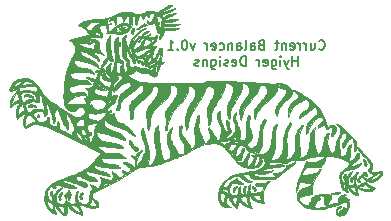
<source format=gbr>
G04 #@! TF.GenerationSoftware,KiCad,Pcbnew,(5.1.2-1)-1*
G04 #@! TF.CreationDate,2019-06-27T16:42:05-07:00*
G04 #@! TF.ProjectId,power_share,706f7765-725f-4736-9861-72652e6b6963,rev?*
G04 #@! TF.SameCoordinates,Original*
G04 #@! TF.FileFunction,Legend,Bot*
G04 #@! TF.FilePolarity,Positive*
%FSLAX46Y46*%
G04 Gerber Fmt 4.6, Leading zero omitted, Abs format (unit mm)*
G04 Created by KiCad (PCBNEW (5.1.2-1)-1) date 2019-06-27 16:42:05*
%MOMM*%
%LPD*%
G04 APERTURE LIST*
%ADD10C,0.152400*%
%ADD11C,0.010000*%
G04 APERTURE END LIST*
D10*
X141008704Y-88250485D02*
X141047409Y-88289190D01*
X141163523Y-88327895D01*
X141240933Y-88327895D01*
X141357047Y-88289190D01*
X141434457Y-88211780D01*
X141473161Y-88134371D01*
X141511866Y-87979552D01*
X141511866Y-87863438D01*
X141473161Y-87708619D01*
X141434457Y-87631209D01*
X141357047Y-87553800D01*
X141240933Y-87515095D01*
X141163523Y-87515095D01*
X141047409Y-87553800D01*
X141008704Y-87592504D01*
X140312019Y-87786028D02*
X140312019Y-88327895D01*
X140660361Y-87786028D02*
X140660361Y-88211780D01*
X140621657Y-88289190D01*
X140544247Y-88327895D01*
X140428133Y-88327895D01*
X140350723Y-88289190D01*
X140312019Y-88250485D01*
X139924971Y-88327895D02*
X139924971Y-87786028D01*
X139924971Y-87940847D02*
X139886266Y-87863438D01*
X139847561Y-87824733D01*
X139770152Y-87786028D01*
X139692742Y-87786028D01*
X139421809Y-88327895D02*
X139421809Y-87786028D01*
X139421809Y-87940847D02*
X139383104Y-87863438D01*
X139344400Y-87824733D01*
X139266990Y-87786028D01*
X139189580Y-87786028D01*
X138609009Y-88289190D02*
X138686419Y-88327895D01*
X138841238Y-88327895D01*
X138918647Y-88289190D01*
X138957352Y-88211780D01*
X138957352Y-87902142D01*
X138918647Y-87824733D01*
X138841238Y-87786028D01*
X138686419Y-87786028D01*
X138609009Y-87824733D01*
X138570304Y-87902142D01*
X138570304Y-87979552D01*
X138957352Y-88056961D01*
X138221961Y-87786028D02*
X138221961Y-88327895D01*
X138221961Y-87863438D02*
X138183257Y-87824733D01*
X138105847Y-87786028D01*
X137989733Y-87786028D01*
X137912323Y-87824733D01*
X137873619Y-87902142D01*
X137873619Y-88327895D01*
X137602685Y-87786028D02*
X137293047Y-87786028D01*
X137486571Y-87515095D02*
X137486571Y-88211780D01*
X137447866Y-88289190D01*
X137370457Y-88327895D01*
X137293047Y-88327895D01*
X136131904Y-87902142D02*
X136015790Y-87940847D01*
X135977085Y-87979552D01*
X135938380Y-88056961D01*
X135938380Y-88173076D01*
X135977085Y-88250485D01*
X136015790Y-88289190D01*
X136093200Y-88327895D01*
X136402838Y-88327895D01*
X136402838Y-87515095D01*
X136131904Y-87515095D01*
X136054495Y-87553800D01*
X136015790Y-87592504D01*
X135977085Y-87669914D01*
X135977085Y-87747323D01*
X136015790Y-87824733D01*
X136054495Y-87863438D01*
X136131904Y-87902142D01*
X136402838Y-87902142D01*
X135241695Y-88327895D02*
X135241695Y-87902142D01*
X135280400Y-87824733D01*
X135357809Y-87786028D01*
X135512628Y-87786028D01*
X135590038Y-87824733D01*
X135241695Y-88289190D02*
X135319104Y-88327895D01*
X135512628Y-88327895D01*
X135590038Y-88289190D01*
X135628742Y-88211780D01*
X135628742Y-88134371D01*
X135590038Y-88056961D01*
X135512628Y-88018257D01*
X135319104Y-88018257D01*
X135241695Y-87979552D01*
X134738533Y-88327895D02*
X134815942Y-88289190D01*
X134854647Y-88211780D01*
X134854647Y-87515095D01*
X134080552Y-88327895D02*
X134080552Y-87902142D01*
X134119257Y-87824733D01*
X134196666Y-87786028D01*
X134351485Y-87786028D01*
X134428895Y-87824733D01*
X134080552Y-88289190D02*
X134157961Y-88327895D01*
X134351485Y-88327895D01*
X134428895Y-88289190D01*
X134467600Y-88211780D01*
X134467600Y-88134371D01*
X134428895Y-88056961D01*
X134351485Y-88018257D01*
X134157961Y-88018257D01*
X134080552Y-87979552D01*
X133693504Y-87786028D02*
X133693504Y-88327895D01*
X133693504Y-87863438D02*
X133654800Y-87824733D01*
X133577390Y-87786028D01*
X133461276Y-87786028D01*
X133383866Y-87824733D01*
X133345161Y-87902142D01*
X133345161Y-88327895D01*
X132609771Y-88289190D02*
X132687180Y-88327895D01*
X132842000Y-88327895D01*
X132919409Y-88289190D01*
X132958114Y-88250485D01*
X132996819Y-88173076D01*
X132996819Y-87940847D01*
X132958114Y-87863438D01*
X132919409Y-87824733D01*
X132842000Y-87786028D01*
X132687180Y-87786028D01*
X132609771Y-87824733D01*
X131951790Y-88289190D02*
X132029200Y-88327895D01*
X132184019Y-88327895D01*
X132261428Y-88289190D01*
X132300133Y-88211780D01*
X132300133Y-87902142D01*
X132261428Y-87824733D01*
X132184019Y-87786028D01*
X132029200Y-87786028D01*
X131951790Y-87824733D01*
X131913085Y-87902142D01*
X131913085Y-87979552D01*
X132300133Y-88056961D01*
X131564742Y-88327895D02*
X131564742Y-87786028D01*
X131564742Y-87940847D02*
X131526038Y-87863438D01*
X131487333Y-87824733D01*
X131409923Y-87786028D01*
X131332514Y-87786028D01*
X130519714Y-87786028D02*
X130326190Y-88327895D01*
X130132666Y-87786028D01*
X129668209Y-87515095D02*
X129590800Y-87515095D01*
X129513390Y-87553800D01*
X129474685Y-87592504D01*
X129435980Y-87669914D01*
X129397276Y-87824733D01*
X129397276Y-88018257D01*
X129435980Y-88173076D01*
X129474685Y-88250485D01*
X129513390Y-88289190D01*
X129590800Y-88327895D01*
X129668209Y-88327895D01*
X129745619Y-88289190D01*
X129784323Y-88250485D01*
X129823028Y-88173076D01*
X129861733Y-88018257D01*
X129861733Y-87824733D01*
X129823028Y-87669914D01*
X129784323Y-87592504D01*
X129745619Y-87553800D01*
X129668209Y-87515095D01*
X129048933Y-88250485D02*
X129010228Y-88289190D01*
X129048933Y-88327895D01*
X129087638Y-88289190D01*
X129048933Y-88250485D01*
X129048933Y-88327895D01*
X128236133Y-88327895D02*
X128700590Y-88327895D01*
X128468361Y-88327895D02*
X128468361Y-87515095D01*
X128545771Y-87631209D01*
X128623180Y-87708619D01*
X128700590Y-87747323D01*
X139228285Y-89699495D02*
X139228285Y-88886695D01*
X139228285Y-89273742D02*
X138763828Y-89273742D01*
X138763828Y-89699495D02*
X138763828Y-88886695D01*
X138454190Y-89157628D02*
X138260666Y-89699495D01*
X138067142Y-89157628D02*
X138260666Y-89699495D01*
X138338076Y-89893019D01*
X138376780Y-89931723D01*
X138454190Y-89970428D01*
X137757504Y-89699495D02*
X137757504Y-89157628D01*
X137757504Y-88886695D02*
X137796209Y-88925400D01*
X137757504Y-88964104D01*
X137718800Y-88925400D01*
X137757504Y-88886695D01*
X137757504Y-88964104D01*
X137022114Y-89157628D02*
X137022114Y-89815609D01*
X137060819Y-89893019D01*
X137099523Y-89931723D01*
X137176933Y-89970428D01*
X137293047Y-89970428D01*
X137370457Y-89931723D01*
X137022114Y-89660790D02*
X137099523Y-89699495D01*
X137254342Y-89699495D01*
X137331752Y-89660790D01*
X137370457Y-89622085D01*
X137409161Y-89544676D01*
X137409161Y-89312447D01*
X137370457Y-89235038D01*
X137331752Y-89196333D01*
X137254342Y-89157628D01*
X137099523Y-89157628D01*
X137022114Y-89196333D01*
X136325428Y-89660790D02*
X136402838Y-89699495D01*
X136557657Y-89699495D01*
X136635066Y-89660790D01*
X136673771Y-89583380D01*
X136673771Y-89273742D01*
X136635066Y-89196333D01*
X136557657Y-89157628D01*
X136402838Y-89157628D01*
X136325428Y-89196333D01*
X136286723Y-89273742D01*
X136286723Y-89351152D01*
X136673771Y-89428561D01*
X135938380Y-89699495D02*
X135938380Y-89157628D01*
X135938380Y-89312447D02*
X135899676Y-89235038D01*
X135860971Y-89196333D01*
X135783561Y-89157628D01*
X135706152Y-89157628D01*
X134815942Y-89699495D02*
X134815942Y-88886695D01*
X134622419Y-88886695D01*
X134506304Y-88925400D01*
X134428895Y-89002809D01*
X134390190Y-89080219D01*
X134351485Y-89235038D01*
X134351485Y-89351152D01*
X134390190Y-89505971D01*
X134428895Y-89583380D01*
X134506304Y-89660790D01*
X134622419Y-89699495D01*
X134815942Y-89699495D01*
X133693504Y-89660790D02*
X133770914Y-89699495D01*
X133925733Y-89699495D01*
X134003142Y-89660790D01*
X134041847Y-89583380D01*
X134041847Y-89273742D01*
X134003142Y-89196333D01*
X133925733Y-89157628D01*
X133770914Y-89157628D01*
X133693504Y-89196333D01*
X133654800Y-89273742D01*
X133654800Y-89351152D01*
X134041847Y-89428561D01*
X133345161Y-89660790D02*
X133267752Y-89699495D01*
X133112933Y-89699495D01*
X133035523Y-89660790D01*
X132996819Y-89583380D01*
X132996819Y-89544676D01*
X133035523Y-89467266D01*
X133112933Y-89428561D01*
X133229047Y-89428561D01*
X133306457Y-89389857D01*
X133345161Y-89312447D01*
X133345161Y-89273742D01*
X133306457Y-89196333D01*
X133229047Y-89157628D01*
X133112933Y-89157628D01*
X133035523Y-89196333D01*
X132648476Y-89699495D02*
X132648476Y-89157628D01*
X132648476Y-88886695D02*
X132687180Y-88925400D01*
X132648476Y-88964104D01*
X132609771Y-88925400D01*
X132648476Y-88886695D01*
X132648476Y-88964104D01*
X131913085Y-89157628D02*
X131913085Y-89815609D01*
X131951790Y-89893019D01*
X131990495Y-89931723D01*
X132067904Y-89970428D01*
X132184019Y-89970428D01*
X132261428Y-89931723D01*
X131913085Y-89660790D02*
X131990495Y-89699495D01*
X132145314Y-89699495D01*
X132222723Y-89660790D01*
X132261428Y-89622085D01*
X132300133Y-89544676D01*
X132300133Y-89312447D01*
X132261428Y-89235038D01*
X132222723Y-89196333D01*
X132145314Y-89157628D01*
X131990495Y-89157628D01*
X131913085Y-89196333D01*
X131526038Y-89157628D02*
X131526038Y-89699495D01*
X131526038Y-89235038D02*
X131487333Y-89196333D01*
X131409923Y-89157628D01*
X131293809Y-89157628D01*
X131216400Y-89196333D01*
X131177695Y-89273742D01*
X131177695Y-89699495D01*
X130829352Y-89660790D02*
X130751942Y-89699495D01*
X130597123Y-89699495D01*
X130519714Y-89660790D01*
X130481009Y-89583380D01*
X130481009Y-89544676D01*
X130519714Y-89467266D01*
X130597123Y-89428561D01*
X130713238Y-89428561D01*
X130790647Y-89389857D01*
X130829352Y-89312447D01*
X130829352Y-89273742D01*
X130790647Y-89196333D01*
X130713238Y-89157628D01*
X130597123Y-89157628D01*
X130519714Y-89196333D01*
D11*
G36*
X143521351Y-101209013D02*
G01*
X143557700Y-101245991D01*
X143575668Y-101313922D01*
X143578799Y-101395762D01*
X143559245Y-101581220D01*
X143508911Y-101758719D01*
X143431740Y-101923270D01*
X143331678Y-102069884D01*
X143212672Y-102193571D01*
X143078667Y-102289341D01*
X142933608Y-102352206D01*
X142803566Y-102376111D01*
X142704747Y-102376638D01*
X142631220Y-102361087D01*
X142604207Y-102349207D01*
X142524744Y-102286183D01*
X142467085Y-102195607D01*
X142433842Y-102087660D01*
X142427622Y-101972522D01*
X142451037Y-101860371D01*
X142468557Y-101820048D01*
X142516130Y-101746134D01*
X142578686Y-101675679D01*
X142649475Y-101613144D01*
X142721749Y-101562990D01*
X142788760Y-101529675D01*
X142843757Y-101517661D01*
X142879993Y-101531407D01*
X142887111Y-101543433D01*
X142887136Y-101599928D01*
X142850549Y-101663697D01*
X142781108Y-101729275D01*
X142739326Y-101758441D01*
X142649318Y-101822472D01*
X142593109Y-101880689D01*
X142564577Y-101941363D01*
X142557500Y-102004021D01*
X142567520Y-102061473D01*
X142592492Y-102121333D01*
X142624779Y-102169612D01*
X142656744Y-102192321D01*
X142660479Y-102192666D01*
X142674337Y-102174167D01*
X142692404Y-102127137D01*
X142701760Y-102095304D01*
X142733722Y-102017120D01*
X142781377Y-101947449D01*
X142835740Y-101896704D01*
X142887827Y-101875299D01*
X142891683Y-101875166D01*
X142950872Y-101856947D01*
X143007469Y-101810893D01*
X143047382Y-101749912D01*
X143055287Y-101725311D01*
X143078237Y-101666272D01*
X143108763Y-101643683D01*
X143141111Y-101653816D01*
X143169522Y-101692941D01*
X143188242Y-101757329D01*
X143192500Y-101814200D01*
X143201368Y-101888545D01*
X143224521Y-101947056D01*
X143256780Y-101978482D01*
X143269285Y-101981000D01*
X143283042Y-101963474D01*
X143306223Y-101919039D01*
X143319019Y-101891041D01*
X143355436Y-101786756D01*
X143387186Y-101656746D01*
X143411091Y-101517597D01*
X143423974Y-101385892D01*
X143425333Y-101336309D01*
X143426855Y-101261019D01*
X143433097Y-101218926D01*
X143446567Y-101200951D01*
X143463621Y-101197833D01*
X143521351Y-101209013D01*
X143521351Y-101209013D01*
G37*
X143521351Y-101209013D02*
X143557700Y-101245991D01*
X143575668Y-101313922D01*
X143578799Y-101395762D01*
X143559245Y-101581220D01*
X143508911Y-101758719D01*
X143431740Y-101923270D01*
X143331678Y-102069884D01*
X143212672Y-102193571D01*
X143078667Y-102289341D01*
X142933608Y-102352206D01*
X142803566Y-102376111D01*
X142704747Y-102376638D01*
X142631220Y-102361087D01*
X142604207Y-102349207D01*
X142524744Y-102286183D01*
X142467085Y-102195607D01*
X142433842Y-102087660D01*
X142427622Y-101972522D01*
X142451037Y-101860371D01*
X142468557Y-101820048D01*
X142516130Y-101746134D01*
X142578686Y-101675679D01*
X142649475Y-101613144D01*
X142721749Y-101562990D01*
X142788760Y-101529675D01*
X142843757Y-101517661D01*
X142879993Y-101531407D01*
X142887111Y-101543433D01*
X142887136Y-101599928D01*
X142850549Y-101663697D01*
X142781108Y-101729275D01*
X142739326Y-101758441D01*
X142649318Y-101822472D01*
X142593109Y-101880689D01*
X142564577Y-101941363D01*
X142557500Y-102004021D01*
X142567520Y-102061473D01*
X142592492Y-102121333D01*
X142624779Y-102169612D01*
X142656744Y-102192321D01*
X142660479Y-102192666D01*
X142674337Y-102174167D01*
X142692404Y-102127137D01*
X142701760Y-102095304D01*
X142733722Y-102017120D01*
X142781377Y-101947449D01*
X142835740Y-101896704D01*
X142887827Y-101875299D01*
X142891683Y-101875166D01*
X142950872Y-101856947D01*
X143007469Y-101810893D01*
X143047382Y-101749912D01*
X143055287Y-101725311D01*
X143078237Y-101666272D01*
X143108763Y-101643683D01*
X143141111Y-101653816D01*
X143169522Y-101692941D01*
X143188242Y-101757329D01*
X143192500Y-101814200D01*
X143201368Y-101888545D01*
X143224521Y-101947056D01*
X143256780Y-101978482D01*
X143269285Y-101981000D01*
X143283042Y-101963474D01*
X143306223Y-101919039D01*
X143319019Y-101891041D01*
X143355436Y-101786756D01*
X143387186Y-101656746D01*
X143411091Y-101517597D01*
X143423974Y-101385892D01*
X143425333Y-101336309D01*
X143426855Y-101261019D01*
X143433097Y-101218926D01*
X143446567Y-101200951D01*
X143463621Y-101197833D01*
X143521351Y-101209013D01*
G36*
X128582208Y-84553007D02*
G01*
X128619936Y-84567605D01*
X128622983Y-84584398D01*
X128589213Y-84606583D01*
X128529212Y-84632369D01*
X128396693Y-84692366D01*
X128243177Y-84774090D01*
X128079149Y-84870963D01*
X127915091Y-84976405D01*
X127761486Y-85083840D01*
X127628817Y-85186687D01*
X127582083Y-85226735D01*
X127497416Y-85302064D01*
X127656166Y-85218315D01*
X127862821Y-85119909D01*
X128097203Y-85026296D01*
X128344709Y-84942464D01*
X128590734Y-84873401D01*
X128799166Y-84827931D01*
X128873250Y-84814401D01*
X128809750Y-84867293D01*
X128737376Y-84917778D01*
X128634625Y-84976444D01*
X128511477Y-85038687D01*
X128377910Y-85099905D01*
X128243905Y-85155493D01*
X128119442Y-85200849D01*
X128027125Y-85228292D01*
X127937750Y-85251938D01*
X127864392Y-85273426D01*
X127816385Y-85289902D01*
X127802888Y-85296891D01*
X127789044Y-85322781D01*
X127764527Y-85377053D01*
X127734262Y-85448735D01*
X127729488Y-85460416D01*
X127695707Y-85543296D01*
X127673741Y-85592599D01*
X127658811Y-85613694D01*
X127646138Y-85611950D01*
X127630942Y-85592734D01*
X127622531Y-85580564D01*
X127562124Y-85524146D01*
X127475384Y-85479479D01*
X127378046Y-85453569D01*
X127328926Y-85449833D01*
X127271777Y-85452963D01*
X127237280Y-85460888D01*
X127232677Y-85465708D01*
X127237620Y-85501771D01*
X127251632Y-85569166D01*
X127272943Y-85661163D01*
X127299788Y-85771032D01*
X127330399Y-85892044D01*
X127363009Y-86017469D01*
X127395851Y-86140578D01*
X127427158Y-86254641D01*
X127455164Y-86352928D01*
X127478100Y-86428710D01*
X127494201Y-86475257D01*
X127500826Y-86486942D01*
X127537018Y-86469006D01*
X127577871Y-86423402D01*
X127614749Y-86362652D01*
X127639018Y-86299280D01*
X127642589Y-86281359D01*
X127649390Y-86223026D01*
X127657367Y-86137940D01*
X127665103Y-86041605D01*
X127667310Y-86010750D01*
X127679740Y-85875133D01*
X127697413Y-85772809D01*
X127723083Y-85694811D01*
X127759506Y-85632173D01*
X127797130Y-85588232D01*
X127879256Y-85522612D01*
X127995721Y-85456369D01*
X128138714Y-85392818D01*
X128300423Y-85335274D01*
X128473039Y-85287052D01*
X128545166Y-85270742D01*
X128638646Y-85253129D01*
X128733119Y-85238741D01*
X128820531Y-85228338D01*
X128892828Y-85222678D01*
X128941955Y-85222522D01*
X128959858Y-85228630D01*
X128957916Y-85231815D01*
X128934111Y-85245665D01*
X128877051Y-85275350D01*
X128791661Y-85318414D01*
X128682864Y-85372403D01*
X128555586Y-85434859D01*
X128414750Y-85503330D01*
X128369454Y-85525226D01*
X128228251Y-85594018D01*
X128101730Y-85656871D01*
X127994281Y-85711506D01*
X127910296Y-85755643D01*
X127854167Y-85787002D01*
X127830284Y-85803303D01*
X127830456Y-85805052D01*
X127858055Y-85804834D01*
X127922311Y-85801309D01*
X128017710Y-85794872D01*
X128138737Y-85785922D01*
X128279879Y-85774855D01*
X128435621Y-85762068D01*
X128481432Y-85758205D01*
X128639100Y-85745128D01*
X128782652Y-85733793D01*
X128906799Y-85724571D01*
X129006253Y-85717835D01*
X129075725Y-85713956D01*
X129109927Y-85713307D01*
X129112530Y-85713807D01*
X129101263Y-85727872D01*
X129058810Y-85753281D01*
X128993482Y-85786154D01*
X128913593Y-85822613D01*
X128827457Y-85858777D01*
X128743386Y-85890767D01*
X128705733Y-85903655D01*
X128569151Y-85939859D01*
X128413318Y-85967753D01*
X128254034Y-85985435D01*
X128107098Y-85990999D01*
X128018406Y-85986495D01*
X127945473Y-85980633D01*
X127903767Y-85983430D01*
X127882758Y-85996598D01*
X127875919Y-86009624D01*
X127880133Y-86051851D01*
X127914620Y-86098272D01*
X127969580Y-86139447D01*
X128035209Y-86165934D01*
X128039125Y-86166818D01*
X128078977Y-86169707D01*
X128154758Y-86169973D01*
X128260154Y-86167796D01*
X128388854Y-86163355D01*
X128534544Y-86156828D01*
X128690914Y-86148395D01*
X128693333Y-86148253D01*
X128845698Y-86139527D01*
X128983715Y-86132005D01*
X129101901Y-86125953D01*
X129194773Y-86121640D01*
X129256847Y-86119335D01*
X129282641Y-86119304D01*
X129282996Y-86119422D01*
X129273304Y-86131025D01*
X129230349Y-86150844D01*
X129161764Y-86176157D01*
X129075182Y-86204239D01*
X128978234Y-86232368D01*
X128932286Y-86244566D01*
X128724680Y-86291448D01*
X128527523Y-86320965D01*
X128324864Y-86334716D01*
X128100755Y-86334298D01*
X128053041Y-86332696D01*
X127943592Y-86329493D01*
X127850905Y-86328588D01*
X127782346Y-86329910D01*
X127745280Y-86333387D01*
X127740833Y-86335718D01*
X127757083Y-86374986D01*
X127797828Y-86422738D01*
X127851064Y-86466015D01*
X127874282Y-86479751D01*
X127904893Y-86492280D01*
X127945276Y-86501336D01*
X128001855Y-86507352D01*
X128081052Y-86510760D01*
X128189291Y-86511994D01*
X128332994Y-86511486D01*
X128343956Y-86511401D01*
X128489789Y-86509748D01*
X128639278Y-86507189D01*
X128780138Y-86503994D01*
X128900089Y-86500432D01*
X128968500Y-86497703D01*
X129190750Y-86487198D01*
X129095500Y-86532910D01*
X128925893Y-86597334D01*
X128730110Y-86643358D01*
X128520839Y-86669362D01*
X128310770Y-86673728D01*
X128124553Y-86656756D01*
X128043531Y-86644597D01*
X127979276Y-86635786D01*
X127942696Y-86631790D01*
X127938786Y-86631745D01*
X127927016Y-86651499D01*
X127909146Y-86702235D01*
X127888704Y-86773712D01*
X127885200Y-86787294D01*
X127855058Y-86888872D01*
X127816202Y-86997415D01*
X127783521Y-87074965D01*
X127742924Y-87154118D01*
X127694018Y-87238236D01*
X127642334Y-87319116D01*
X127593402Y-87388552D01*
X127552751Y-87438343D01*
X127525913Y-87460284D01*
X127523510Y-87460666D01*
X127514192Y-87440575D01*
X127510151Y-87384019D01*
X127511712Y-87296577D01*
X127512747Y-87275458D01*
X127538035Y-87077952D01*
X127592798Y-86905386D01*
X127679553Y-86750054D01*
X127688879Y-86736846D01*
X127724246Y-86683535D01*
X127741686Y-86648571D01*
X127737739Y-86639559D01*
X127702151Y-86651933D01*
X127642509Y-86671965D01*
X127601691Y-86685461D01*
X127539496Y-86707925D01*
X127508874Y-86727909D01*
X127500599Y-86754220D01*
X127502952Y-86779706D01*
X127498607Y-86841415D01*
X127468666Y-86874637D01*
X127420433Y-86874072D01*
X127392434Y-86859920D01*
X127363030Y-86838348D01*
X127339184Y-86812653D01*
X127318437Y-86776496D01*
X127298331Y-86723540D01*
X127276407Y-86647446D01*
X127250208Y-86541875D01*
X127221687Y-86419658D01*
X127195304Y-86305867D01*
X127171598Y-86204950D01*
X127152472Y-86124904D01*
X127139828Y-86073726D01*
X127136323Y-86060771D01*
X127125783Y-86044365D01*
X127103080Y-86044387D01*
X127059489Y-86062827D01*
X127007287Y-86090244D01*
X126899887Y-86137331D01*
X126786751Y-86160869D01*
X126747046Y-86164512D01*
X126669651Y-86168707D01*
X126619380Y-86164912D01*
X126581213Y-86149154D01*
X126540131Y-86117460D01*
X126527474Y-86106430D01*
X126458888Y-86025268D01*
X126425012Y-85936472D01*
X126427959Y-85853379D01*
X126445108Y-85811107D01*
X126469867Y-85799355D01*
X126506810Y-85819575D01*
X126560512Y-85873219D01*
X126587374Y-85903968D01*
X126638379Y-85961174D01*
X126679691Y-86002949D01*
X126703170Y-86021125D01*
X126704345Y-86021333D01*
X126722643Y-86004273D01*
X126756740Y-85958482D01*
X126801536Y-85892045D01*
X126851933Y-85813045D01*
X126902831Y-85729568D01*
X126907286Y-85721881D01*
X127066204Y-85721881D01*
X127066395Y-85786815D01*
X127085721Y-85836862D01*
X127100541Y-85850304D01*
X127143330Y-85870165D01*
X127166424Y-85861933D01*
X127177652Y-85839685D01*
X127190503Y-85765934D01*
X127177806Y-85695349D01*
X127149851Y-85652441D01*
X127118500Y-85628181D01*
X127100051Y-85635278D01*
X127086351Y-85658352D01*
X127066204Y-85721881D01*
X126907286Y-85721881D01*
X126949129Y-85649698D01*
X126985729Y-85581518D01*
X126998475Y-85555054D01*
X127035099Y-85440971D01*
X127036809Y-85340463D01*
X127003605Y-85258470D01*
X126998463Y-85251604D01*
X126939121Y-85207086D01*
X126865258Y-85196300D01*
X126788793Y-85219918D01*
X126761292Y-85238243D01*
X126720752Y-85282658D01*
X126676345Y-85349691D01*
X126635882Y-85424990D01*
X126607173Y-85494200D01*
X126597833Y-85538655D01*
X126588786Y-85569739D01*
X126565765Y-85569955D01*
X126534949Y-85545667D01*
X126502516Y-85503237D01*
X126474647Y-85449025D01*
X126458538Y-85395238D01*
X126446345Y-85348667D01*
X126428916Y-85336099D01*
X126405743Y-85344850D01*
X126358507Y-85383849D01*
X126303067Y-85449668D01*
X126247943Y-85530238D01*
X126201656Y-85613490D01*
X126179721Y-85665059D01*
X126156677Y-85723027D01*
X126137227Y-85760093D01*
X126129554Y-85767333D01*
X126116790Y-85748934D01*
X126103886Y-85703944D01*
X126102520Y-85697021D01*
X126080490Y-85632037D01*
X126043903Y-85565433D01*
X126038410Y-85557691D01*
X125996587Y-85509576D01*
X125943318Y-85459190D01*
X125890010Y-85416140D01*
X125848067Y-85390032D01*
X125834947Y-85386333D01*
X125824971Y-85405640D01*
X125805165Y-85459512D01*
X125777551Y-85541872D01*
X125744155Y-85646647D01*
X125707000Y-85767761D01*
X125699182Y-85793791D01*
X125661114Y-85919814D01*
X125626254Y-86033006D01*
X125596709Y-86126696D01*
X125574589Y-86194213D01*
X125562002Y-86228886D01*
X125560997Y-86230969D01*
X125544469Y-86243225D01*
X125520686Y-86222199D01*
X125505083Y-86199721D01*
X125487162Y-86165798D01*
X125475949Y-86124262D01*
X125470326Y-86065642D01*
X125469173Y-85980468D01*
X125470311Y-85905418D01*
X125470303Y-85802572D01*
X125466426Y-85708605D01*
X125459393Y-85635754D01*
X125452673Y-85602923D01*
X125411813Y-85534610D01*
X125349626Y-85493383D01*
X125277595Y-85482023D01*
X125207204Y-85503311D01*
X125169260Y-85534304D01*
X125148773Y-85565264D01*
X125145912Y-85603336D01*
X125159134Y-85663857D01*
X125174997Y-85756487D01*
X125182292Y-85873163D01*
X125181005Y-85996472D01*
X125171124Y-86109001D01*
X125159525Y-86170335D01*
X125086286Y-86378185D01*
X124980203Y-86560590D01*
X124842805Y-86715607D01*
X124675624Y-86841295D01*
X124596313Y-86885162D01*
X124424830Y-86949701D01*
X124233830Y-86984461D01*
X124034428Y-86988883D01*
X123837740Y-86962409D01*
X123719166Y-86929252D01*
X123654486Y-86909232D01*
X123590208Y-86895503D01*
X123515867Y-86886887D01*
X123420997Y-86882207D01*
X123295132Y-86880285D01*
X123283279Y-86880215D01*
X122984974Y-86878583D01*
X123131254Y-86799145D01*
X123200411Y-86758698D01*
X123293829Y-86700003D01*
X123401442Y-86629586D01*
X123501731Y-86561725D01*
X123830552Y-86561725D01*
X123852184Y-86609085D01*
X123863736Y-86624818D01*
X123893455Y-86692925D01*
X123882697Y-86764323D01*
X123861259Y-86799719D01*
X123847571Y-86822695D01*
X123856638Y-86838302D01*
X123895791Y-86853207D01*
X123930833Y-86862990D01*
X123993235Y-86875551D01*
X124025533Y-86867929D01*
X124036322Y-86837090D01*
X124036666Y-86825666D01*
X124042007Y-86791197D01*
X124062298Y-86778032D01*
X124103945Y-86786359D01*
X124173351Y-86816368D01*
X124202425Y-86830559D01*
X124283578Y-86866941D01*
X124334423Y-86880009D01*
X124356914Y-86873718D01*
X124367646Y-86839928D01*
X124344093Y-86792104D01*
X124284951Y-86728251D01*
X124230229Y-86680064D01*
X124173756Y-86627588D01*
X124131594Y-86578785D01*
X124114821Y-86549051D01*
X124119543Y-86495307D01*
X124158792Y-86452929D01*
X124225119Y-86427822D01*
X124273288Y-86423500D01*
X124349533Y-86417172D01*
X124421542Y-86401636D01*
X124430645Y-86398585D01*
X124485207Y-86384501D01*
X124521302Y-86392942D01*
X124532689Y-86401176D01*
X124562044Y-86441665D01*
X124554493Y-86487665D01*
X124508973Y-86544117D01*
X124500094Y-86552591D01*
X124434356Y-86614000D01*
X124507519Y-86614000D01*
X124609962Y-86602024D01*
X124700497Y-86569497D01*
X124770716Y-86521520D01*
X124812214Y-86463191D01*
X124819833Y-86424520D01*
X124800909Y-86347735D01*
X124748791Y-86288458D01*
X124670460Y-86250852D01*
X124572896Y-86239079D01*
X124517769Y-86244399D01*
X124461672Y-86257177D01*
X124377577Y-86280457D01*
X124277448Y-86310775D01*
X124185991Y-86340389D01*
X124043453Y-86391100D01*
X123939531Y-86436037D01*
X123871334Y-86477753D01*
X123835971Y-86518798D01*
X123830552Y-86561725D01*
X123501731Y-86561725D01*
X123513186Y-86553974D01*
X123567142Y-86516484D01*
X123676546Y-86441452D01*
X123786309Y-86369223D01*
X123886569Y-86306081D01*
X123967464Y-86258309D01*
X123998122Y-86241871D01*
X124194175Y-86158346D01*
X124385948Y-86106589D01*
X124567604Y-86087525D01*
X124733306Y-86102079D01*
X124790010Y-86116354D01*
X124851741Y-86134391D01*
X124895513Y-86145908D01*
X124907278Y-86148104D01*
X124922532Y-86129021D01*
X124938309Y-86078480D01*
X124952522Y-86007274D01*
X124963082Y-85926196D01*
X124967901Y-85846041D01*
X124968000Y-85834273D01*
X124961813Y-85749982D01*
X124945373Y-85654949D01*
X124921861Y-85561015D01*
X124894457Y-85480024D01*
X124866343Y-85423817D01*
X124853888Y-85409412D01*
X124833348Y-85402579D01*
X124809734Y-85420780D01*
X124776994Y-85469731D01*
X124761326Y-85496835D01*
X124704291Y-85589407D01*
X124634531Y-85690605D01*
X124561029Y-85788356D01*
X124492769Y-85870590D01*
X124450030Y-85915182D01*
X124393765Y-85967781D01*
X124416299Y-85908512D01*
X124437160Y-85813583D01*
X124423711Y-85718464D01*
X124391208Y-85641092D01*
X124323667Y-85551150D01*
X124234189Y-85494020D01*
X124129972Y-85471798D01*
X124018213Y-85486582D01*
X123952291Y-85513184D01*
X123882430Y-85555891D01*
X123848832Y-85599794D01*
X123846548Y-85655766D01*
X123862094Y-85711308D01*
X123881369Y-85808647D01*
X123882492Y-85923203D01*
X123866688Y-86035969D01*
X123835229Y-86127851D01*
X123797554Y-86200707D01*
X123768888Y-86137478D01*
X123746704Y-86088315D01*
X123713534Y-86014546D01*
X123675688Y-85930205D01*
X123666542Y-85909797D01*
X123592861Y-85745345D01*
X123423180Y-85830658D01*
X123342780Y-85870694D01*
X123292896Y-85893170D01*
X123266244Y-85899589D01*
X123255542Y-85891454D01*
X123253507Y-85870269D01*
X123253500Y-85865674D01*
X123266437Y-85813115D01*
X123295833Y-85761557D01*
X123328437Y-85717047D01*
X123334670Y-85693274D01*
X123315666Y-85678794D01*
X123304485Y-85674271D01*
X123255329Y-85674552D01*
X123194040Y-85699167D01*
X123135543Y-85739892D01*
X123094767Y-85788507D01*
X123093817Y-85790303D01*
X123066651Y-85883714D01*
X123071805Y-85998305D01*
X123109475Y-86136586D01*
X123123636Y-86174240D01*
X123168686Y-86297839D01*
X123194283Y-86393638D01*
X123202021Y-86470569D01*
X123193495Y-86537562D01*
X123190501Y-86548753D01*
X123165612Y-86606515D01*
X123128598Y-86662797D01*
X123089273Y-86704802D01*
X123059310Y-86719833D01*
X123050204Y-86700562D01*
X123043756Y-86650302D01*
X123041485Y-86587541D01*
X123024038Y-86449453D01*
X122972713Y-86336183D01*
X122887849Y-86248435D01*
X122874339Y-86238917D01*
X122786187Y-86200875D01*
X122687844Y-86191918D01*
X122591084Y-86209818D01*
X122507676Y-86252348D01*
X122449395Y-86317280D01*
X122448148Y-86319569D01*
X122428777Y-86394058D01*
X122433386Y-86489297D01*
X122459845Y-86592713D01*
X122506024Y-86691731D01*
X122513120Y-86703241D01*
X122584219Y-86819020D01*
X122633061Y-86909976D01*
X122663236Y-86984812D01*
X122678334Y-87052231D01*
X122682000Y-87112659D01*
X122672809Y-87206793D01*
X122644958Y-87265941D01*
X122623823Y-87287197D01*
X122599868Y-87297529D01*
X122562280Y-87297646D01*
X122500243Y-87288259D01*
X122449166Y-87278811D01*
X122350085Y-87263755D01*
X122231653Y-87251529D01*
X122100275Y-87242181D01*
X121962355Y-87235759D01*
X121824299Y-87232312D01*
X121692511Y-87231888D01*
X121573395Y-87234538D01*
X121473357Y-87240308D01*
X121398802Y-87249248D01*
X121356133Y-87261407D01*
X121348500Y-87270440D01*
X121368401Y-87289047D01*
X121423846Y-87311622D01*
X121508446Y-87336323D01*
X121615812Y-87361303D01*
X121739556Y-87384717D01*
X121750666Y-87386583D01*
X121851966Y-87405112D01*
X121949880Y-87425893D01*
X122028354Y-87445422D01*
X122050609Y-87452066D01*
X122127749Y-87488072D01*
X122212941Y-87544502D01*
X122292466Y-87610637D01*
X122352608Y-87675763D01*
X122369185Y-87700953D01*
X122380281Y-87739716D01*
X122391343Y-87810294D01*
X122400999Y-87902192D01*
X122407218Y-87991887D01*
X122414148Y-88103052D01*
X122423028Y-88184842D01*
X122436685Y-88250206D01*
X122457944Y-88312095D01*
X122489632Y-88383458D01*
X122495297Y-88395439D01*
X122575877Y-88535541D01*
X122671813Y-88654843D01*
X122679282Y-88662433D01*
X122788195Y-88771346D01*
X122394505Y-88634530D01*
X122272593Y-88593066D01*
X122164066Y-88557867D01*
X122075322Y-88530868D01*
X122012761Y-88514006D01*
X121982784Y-88509217D01*
X121981574Y-88509606D01*
X121964021Y-88542919D01*
X121966407Y-88599174D01*
X121987023Y-88664934D01*
X122005898Y-88700910D01*
X122046806Y-88750946D01*
X122108755Y-88809247D01*
X122165203Y-88853507D01*
X122276436Y-88944127D01*
X122348000Y-89030978D01*
X122382030Y-89116992D01*
X122385666Y-89156863D01*
X122380428Y-89211886D01*
X122367498Y-89246462D01*
X122364213Y-89249427D01*
X122340147Y-89241997D01*
X122293635Y-89210991D01*
X122232780Y-89162139D01*
X122200171Y-89133416D01*
X122012744Y-88979127D01*
X121799859Y-88830512D01*
X121578027Y-88698779D01*
X121499720Y-88657929D01*
X121389027Y-88606577D01*
X121259868Y-88553164D01*
X121123919Y-88501920D01*
X120992857Y-88457081D01*
X120878359Y-88422879D01*
X120803173Y-88405403D01*
X120756863Y-88399476D01*
X120741555Y-88410872D01*
X120746858Y-88448036D01*
X120747469Y-88450680D01*
X120784014Y-88554867D01*
X120845531Y-88651757D01*
X120935485Y-88744463D01*
X121057344Y-88836093D01*
X121214573Y-88929758D01*
X121369666Y-89008979D01*
X121491851Y-89068168D01*
X121617370Y-89129113D01*
X121733851Y-89185797D01*
X121828922Y-89232204D01*
X121854907Y-89244934D01*
X122026538Y-89343674D01*
X122166300Y-89454770D01*
X122271221Y-89575127D01*
X122338329Y-89701651D01*
X122357081Y-89767782D01*
X122370447Y-89834612D01*
X122256348Y-89761695D01*
X121964798Y-89597044D01*
X121651011Y-89459585D01*
X121323661Y-89351959D01*
X120991422Y-89276812D01*
X120662970Y-89236784D01*
X120514242Y-89230877D01*
X120279583Y-89228083D01*
X120273185Y-89327300D01*
X120285346Y-89445670D01*
X120338112Y-89557541D01*
X120432278Y-89664579D01*
X120435536Y-89667538D01*
X120502781Y-89723513D01*
X120570168Y-89767118D01*
X120645049Y-89800580D01*
X120734773Y-89826121D01*
X120846691Y-89845968D01*
X120988154Y-89862345D01*
X121116081Y-89873531D01*
X121229945Y-89883831D01*
X121336086Y-89895539D01*
X121423471Y-89907299D01*
X121481066Y-89917757D01*
X121485728Y-89918933D01*
X121618946Y-89967822D01*
X121744051Y-90037812D01*
X121843728Y-90119126D01*
X121889767Y-90176013D01*
X121927974Y-90239854D01*
X121952977Y-90299201D01*
X121959401Y-90342604D01*
X121954202Y-90354520D01*
X121929443Y-90354835D01*
X121875212Y-90344413D01*
X121802352Y-90325426D01*
X121788050Y-90321253D01*
X121494823Y-90251739D01*
X121182254Y-90209344D01*
X120864381Y-90195145D01*
X120555237Y-90210219D01*
X120470083Y-90220106D01*
X120295277Y-90246044D01*
X120159406Y-90273320D01*
X120059076Y-90303808D01*
X119990892Y-90339387D01*
X119951460Y-90381931D01*
X119937386Y-90433317D01*
X119945274Y-90495422D01*
X119948859Y-90508198D01*
X119991186Y-90589014D01*
X120064446Y-90669179D01*
X120158160Y-90739250D01*
X120261124Y-90789529D01*
X120360869Y-90816773D01*
X120491393Y-90839633D01*
X120641245Y-90856686D01*
X120798974Y-90866507D01*
X120894820Y-90868339D01*
X121112699Y-90881257D01*
X121299861Y-90919286D01*
X121454999Y-90981992D01*
X121576807Y-91068942D01*
X121612522Y-91106415D01*
X121664442Y-91170985D01*
X121684311Y-91210544D01*
X121669723Y-91229186D01*
X121618271Y-91231006D01*
X121544291Y-91222459D01*
X121439847Y-91213694D01*
X121305407Y-91210778D01*
X121152830Y-91213219D01*
X120993977Y-91220528D01*
X120840708Y-91232215D01*
X120704881Y-91247789D01*
X120628833Y-91260292D01*
X120516930Y-91285239D01*
X120391923Y-91318316D01*
X120263780Y-91356342D01*
X120142467Y-91396135D01*
X120037952Y-91434512D01*
X119960203Y-91468294D01*
X119936193Y-91481400D01*
X119875892Y-91540547D01*
X119848834Y-91618348D01*
X119855016Y-91707247D01*
X119894434Y-91799689D01*
X119936338Y-91856355D01*
X119998486Y-91917267D01*
X120064873Y-91958785D01*
X120142136Y-91981741D01*
X120236908Y-91986970D01*
X120355827Y-91975304D01*
X120505526Y-91947578D01*
X120562784Y-91935053D01*
X120738905Y-91901768D01*
X120884216Y-91889049D01*
X121004995Y-91897052D01*
X121107522Y-91925934D01*
X121156797Y-91949867D01*
X121232648Y-92006319D01*
X121291307Y-92076146D01*
X121323719Y-92147352D01*
X121327333Y-92175810D01*
X121322957Y-92202658D01*
X121302091Y-92210018D01*
X121253131Y-92201469D01*
X121247958Y-92200275D01*
X121159343Y-92187650D01*
X121043426Y-92182149D01*
X120914579Y-92183445D01*
X120787172Y-92191213D01*
X120675575Y-92205127D01*
X120630185Y-92214290D01*
X120434816Y-92278135D01*
X120241288Y-92372389D01*
X120059566Y-92490535D01*
X119899613Y-92626057D01*
X119771395Y-92772438D01*
X119766623Y-92779047D01*
X119698163Y-92874746D01*
X119766623Y-92886524D01*
X119805054Y-92889999D01*
X119879740Y-92893988D01*
X119984609Y-92898269D01*
X120113588Y-92902623D01*
X120260606Y-92906828D01*
X120419589Y-92910665D01*
X120448916Y-92911297D01*
X120609361Y-92914950D01*
X120758890Y-92918838D01*
X120891442Y-92922768D01*
X121000951Y-92926542D01*
X121081355Y-92929965D01*
X121126590Y-92932842D01*
X121130534Y-92933287D01*
X121195132Y-92926169D01*
X121238154Y-92884119D01*
X121260258Y-92806194D01*
X121263754Y-92742331D01*
X121249047Y-92635926D01*
X121208528Y-92546094D01*
X121147351Y-92483495D01*
X121135095Y-92476236D01*
X121111757Y-92461090D01*
X121113348Y-92448453D01*
X121145346Y-92432977D01*
X121198604Y-92414251D01*
X121322391Y-92353306D01*
X121415957Y-92268663D01*
X121478887Y-92166687D01*
X121510764Y-92053742D01*
X121511175Y-91936193D01*
X121479702Y-91820404D01*
X121415931Y-91712741D01*
X121319446Y-91619568D01*
X121253250Y-91577331D01*
X121189750Y-91542652D01*
X121306166Y-91555135D01*
X121446061Y-91557941D01*
X121582155Y-91538679D01*
X121700892Y-91499991D01*
X121761250Y-91466441D01*
X121831560Y-91402460D01*
X121888244Y-91322709D01*
X121924381Y-91239710D01*
X121933049Y-91165984D01*
X121931817Y-91157840D01*
X121928827Y-91117726D01*
X121937616Y-91104869D01*
X121937757Y-91104924D01*
X121967291Y-91120625D01*
X122025279Y-91154587D01*
X122106172Y-91203341D01*
X122204421Y-91263419D01*
X122314474Y-91331350D01*
X122430783Y-91403666D01*
X122547798Y-91476897D01*
X122659969Y-91547576D01*
X122761746Y-91612231D01*
X122847580Y-91667396D01*
X122911920Y-91709599D01*
X122949218Y-91735373D01*
X122956333Y-91741625D01*
X122937963Y-91754723D01*
X122886180Y-91759101D01*
X122808774Y-91755754D01*
X122713535Y-91745674D01*
X122608254Y-91729856D01*
X122500721Y-91709293D01*
X122398727Y-91684981D01*
X122315680Y-91659879D01*
X122215245Y-91625468D01*
X122146695Y-91604335D01*
X122101889Y-91595975D01*
X122072685Y-91599882D01*
X122050944Y-91615549D01*
X122028856Y-91642048D01*
X121991974Y-91719980D01*
X121982803Y-91814407D01*
X122001236Y-91909912D01*
X122031125Y-91970073D01*
X122092747Y-92036241D01*
X122182808Y-92091149D01*
X122305539Y-92136694D01*
X122465170Y-92174775D01*
X122503630Y-92181975D01*
X122638777Y-92207354D01*
X122740214Y-92229600D01*
X122816163Y-92251397D01*
X122874846Y-92275427D01*
X122924486Y-92304375D01*
X122961217Y-92331309D01*
X123016916Y-92373106D01*
X123047651Y-92389140D01*
X123060604Y-92381192D01*
X123063000Y-92356550D01*
X123069958Y-92312633D01*
X123088419Y-92240576D01*
X123114759Y-92151778D01*
X123145354Y-92057639D01*
X123176580Y-91969556D01*
X123204815Y-91898930D01*
X123216140Y-91874775D01*
X123258882Y-91790968D01*
X123310907Y-91853609D01*
X123381882Y-91962942D01*
X123424274Y-92090230D01*
X123433289Y-92140349D01*
X123447774Y-92237448D01*
X123699887Y-92180406D01*
X123796263Y-92160078D01*
X123875635Y-92146151D01*
X123930137Y-92139801D01*
X123951905Y-92142203D01*
X123952000Y-92142713D01*
X123943481Y-92175803D01*
X123920595Y-92237754D01*
X123887347Y-92319285D01*
X123847741Y-92411119D01*
X123805782Y-92503976D01*
X123765476Y-92588578D01*
X123730827Y-92655646D01*
X123729839Y-92657430D01*
X123634825Y-92804279D01*
X123517350Y-92939235D01*
X123369224Y-93071311D01*
X123315753Y-93113115D01*
X123238772Y-93174619D01*
X123170462Y-93234396D01*
X123121131Y-93283201D01*
X123107001Y-93300323D01*
X123079496Y-93355636D01*
X123064154Y-93418738D01*
X123063730Y-93473020D01*
X123074331Y-93497442D01*
X123099317Y-93499204D01*
X123153289Y-93492596D01*
X123217206Y-93480547D01*
X123321558Y-93460394D01*
X123390677Y-93453021D01*
X123429691Y-93458436D01*
X123443728Y-93476649D01*
X123444000Y-93480959D01*
X123428713Y-93520978D01*
X123389553Y-93574720D01*
X123336566Y-93630584D01*
X123279801Y-93676965D01*
X123267202Y-93685111D01*
X123205017Y-93722928D01*
X123283781Y-93737704D01*
X123379592Y-93743849D01*
X123493498Y-93733324D01*
X123586875Y-93713234D01*
X123617703Y-93708793D01*
X123631327Y-93725489D01*
X123634703Y-93773279D01*
X123634751Y-93781739D01*
X123655929Y-93950212D01*
X123716558Y-94114062D01*
X123813830Y-94266150D01*
X123835558Y-94292357D01*
X123894866Y-94353863D01*
X123961730Y-94406397D01*
X124043887Y-94454251D01*
X124149079Y-94501716D01*
X124285043Y-94553084D01*
X124341079Y-94572692D01*
X124549483Y-94654910D01*
X124726920Y-94749722D01*
X124883405Y-94864419D01*
X125028954Y-95006294D01*
X125167115Y-95174072D01*
X125238363Y-95271376D01*
X125306198Y-95369898D01*
X125367034Y-95463711D01*
X125417289Y-95546888D01*
X125453381Y-95613501D01*
X125471724Y-95657624D01*
X125468942Y-95673333D01*
X125415739Y-95659807D01*
X125338303Y-95622177D01*
X125243681Y-95564863D01*
X125138922Y-95492284D01*
X125031071Y-95408861D01*
X124982790Y-95368430D01*
X124874859Y-95279689D01*
X124770261Y-95203579D01*
X124661860Y-95136489D01*
X124542518Y-95074806D01*
X124405097Y-95014916D01*
X124242458Y-94953208D01*
X124047466Y-94886068D01*
X123996414Y-94869190D01*
X123854445Y-94821143D01*
X123714581Y-94771292D01*
X123585967Y-94723083D01*
X123477750Y-94679961D01*
X123399077Y-94645373D01*
X123388352Y-94640114D01*
X123234354Y-94549662D01*
X123099532Y-94444814D01*
X122992558Y-94332940D01*
X122942973Y-94261499D01*
X122887533Y-94166898D01*
X122842975Y-94237274D01*
X122809050Y-94323390D01*
X122795827Y-94432355D01*
X122803092Y-94550209D01*
X122830628Y-94662995D01*
X122850224Y-94709697D01*
X122913598Y-94815854D01*
X122994410Y-94907866D01*
X123097214Y-94988503D01*
X123226566Y-95060534D01*
X123387018Y-95126730D01*
X123583127Y-95189860D01*
X123687416Y-95218862D01*
X123809265Y-95253472D01*
X123930984Y-95291606D01*
X124039592Y-95328977D01*
X124122105Y-95361296D01*
X124131916Y-95365665D01*
X124250608Y-95431262D01*
X124364341Y-95514611D01*
X124463027Y-95606853D01*
X124536579Y-95699128D01*
X124560593Y-95742113D01*
X124584148Y-95801123D01*
X124605075Y-95867360D01*
X124620406Y-95928962D01*
X124627174Y-95974066D01*
X124622804Y-95990833D01*
X124601232Y-95983656D01*
X124546777Y-95963773D01*
X124466073Y-95933657D01*
X124365757Y-95895778D01*
X124278685Y-95862634D01*
X123893899Y-95724260D01*
X123486329Y-95593562D01*
X123092359Y-95481301D01*
X122965828Y-95448483D01*
X122831158Y-95415191D01*
X122694727Y-95382824D01*
X122562911Y-95352781D01*
X122442086Y-95326461D01*
X122338628Y-95305262D01*
X122258913Y-95290583D01*
X122209318Y-95283824D01*
X122195860Y-95284624D01*
X122189709Y-95310556D01*
X122186285Y-95364557D01*
X122186031Y-95405262D01*
X122208380Y-95546396D01*
X122271989Y-95684697D01*
X122377379Y-95821278D01*
X122384094Y-95828441D01*
X122472662Y-95910350D01*
X122572790Y-95978482D01*
X122689811Y-96034688D01*
X122829056Y-96080820D01*
X122995859Y-96118731D01*
X123195552Y-96150272D01*
X123369916Y-96170841D01*
X123601875Y-96200519D01*
X123797236Y-96237817D01*
X123961357Y-96284714D01*
X124099597Y-96343194D01*
X124217312Y-96415237D01*
X124319863Y-96502825D01*
X124348875Y-96532863D01*
X124406183Y-96598292D01*
X124433245Y-96639807D01*
X124431640Y-96661409D01*
X124402945Y-96667101D01*
X124401791Y-96667071D01*
X124374088Y-96664563D01*
X124308418Y-96657774D01*
X124208884Y-96647149D01*
X124079586Y-96633138D01*
X123924628Y-96616187D01*
X123748111Y-96596743D01*
X123554136Y-96575255D01*
X123346805Y-96552169D01*
X123279958Y-96544701D01*
X123070794Y-96521547D01*
X122874897Y-96500304D01*
X122696187Y-96481368D01*
X122538584Y-96465131D01*
X122406008Y-96451989D01*
X122302378Y-96442336D01*
X122231616Y-96436565D01*
X122197641Y-96435071D01*
X122195166Y-96435619D01*
X122209188Y-96454446D01*
X122247501Y-96497148D01*
X122304481Y-96557651D01*
X122374500Y-96629880D01*
X122384715Y-96640269D01*
X122549577Y-96796110D01*
X122703305Y-96916545D01*
X122851004Y-97005260D01*
X122952181Y-97049949D01*
X123017399Y-97072297D01*
X123074879Y-97084264D01*
X123139457Y-97087261D01*
X123225969Y-97082697D01*
X123264083Y-97079582D01*
X123497091Y-97063895D01*
X123693766Y-97060164D01*
X123858434Y-97068559D01*
X123995423Y-97089247D01*
X124077936Y-97111388D01*
X124196104Y-97159607D01*
X124324027Y-97227361D01*
X124447451Y-97305934D01*
X124552128Y-97386610D01*
X124596251Y-97428411D01*
X124658420Y-97493666D01*
X123791918Y-97496035D01*
X123595519Y-97496894D01*
X123404860Y-97498332D01*
X123225800Y-97500263D01*
X123064197Y-97502598D01*
X122925910Y-97505251D01*
X122816797Y-97508132D01*
X122742719Y-97511155D01*
X122730541Y-97511910D01*
X122535667Y-97525416D01*
X122574054Y-97610083D01*
X122638863Y-97715466D01*
X122731865Y-97802120D01*
X122859855Y-97876348D01*
X122862471Y-97877585D01*
X122919409Y-97901608D01*
X122984695Y-97922855D01*
X123064154Y-97942472D01*
X123163610Y-97961607D01*
X123288891Y-97981404D01*
X123445820Y-98003011D01*
X123598805Y-98022461D01*
X123701851Y-98038834D01*
X123805701Y-98061223D01*
X123890829Y-98085309D01*
X123904003Y-98089992D01*
X123973779Y-98123219D01*
X124047920Y-98169718D01*
X124117018Y-98222063D01*
X124171661Y-98272828D01*
X124202441Y-98314587D01*
X124206000Y-98328309D01*
X124185637Y-98339009D01*
X124127278Y-98345268D01*
X124035015Y-98347183D01*
X123912941Y-98344855D01*
X123765149Y-98338383D01*
X123595730Y-98327865D01*
X123408778Y-98313401D01*
X123338419Y-98307287D01*
X123081912Y-98282181D01*
X122850973Y-98254392D01*
X122628840Y-98221523D01*
X122398747Y-98181180D01*
X122238018Y-98150021D01*
X122130104Y-98128869D01*
X122038120Y-98111604D01*
X121969453Y-98099552D01*
X121931494Y-98094039D01*
X121926383Y-98094060D01*
X121924979Y-98121668D01*
X121940768Y-98172452D01*
X121968262Y-98233844D01*
X122001976Y-98293274D01*
X122029891Y-98331137D01*
X122104815Y-98402873D01*
X122196548Y-98463705D01*
X122311305Y-98516437D01*
X122455302Y-98563871D01*
X122634754Y-98608811D01*
X122656107Y-98613544D01*
X122843060Y-98661000D01*
X122991836Y-98713488D01*
X123106456Y-98772636D01*
X123172972Y-98822841D01*
X123222907Y-98874109D01*
X123267939Y-98930656D01*
X123301108Y-98982286D01*
X123315456Y-99018805D01*
X123313269Y-99028344D01*
X123292435Y-99024755D01*
X123235247Y-99012708D01*
X123146587Y-98993316D01*
X123031337Y-98967694D01*
X122894378Y-98936958D01*
X122740594Y-98902221D01*
X122574866Y-98864598D01*
X122402077Y-98825204D01*
X122227109Y-98785153D01*
X122054843Y-98745560D01*
X121890162Y-98707539D01*
X121737949Y-98672206D01*
X121603084Y-98640675D01*
X121490452Y-98614060D01*
X121404932Y-98593477D01*
X121364693Y-98583477D01*
X121320735Y-98578777D01*
X121295894Y-98601252D01*
X121284682Y-98626917D01*
X121273861Y-98710435D01*
X121301469Y-98794078D01*
X121363758Y-98874348D01*
X121456982Y-98947743D01*
X121577391Y-99010765D01*
X121721238Y-99059913D01*
X121758231Y-99069116D01*
X121907349Y-99113872D01*
X122032027Y-99171866D01*
X122127926Y-99239933D01*
X122190703Y-99314904D01*
X122216018Y-99393612D01*
X122216333Y-99403327D01*
X122216333Y-99468240D01*
X122020541Y-99453583D01*
X121700208Y-99411288D01*
X121402311Y-99333774D01*
X121125003Y-99220495D01*
X120997427Y-99152546D01*
X120864493Y-99080045D01*
X120757863Y-99031595D01*
X120670935Y-99004610D01*
X120599131Y-98996500D01*
X120515578Y-99012346D01*
X120458589Y-99055036D01*
X120429672Y-99117290D01*
X120430331Y-99191834D01*
X120462073Y-99271388D01*
X120526280Y-99348565D01*
X120604791Y-99406266D01*
X120698832Y-99446890D01*
X120818977Y-99474395D01*
X120888253Y-99484009D01*
X121053027Y-99508585D01*
X121179258Y-99539869D01*
X121270477Y-99579866D01*
X121330212Y-99630581D01*
X121361991Y-99694017D01*
X121369666Y-99757460D01*
X121357865Y-99849403D01*
X121325911Y-99924431D01*
X121278977Y-99972350D01*
X121255714Y-99982022D01*
X121219720Y-99980465D01*
X121160063Y-99961981D01*
X121072786Y-99925036D01*
X120953928Y-99868098D01*
X120927840Y-99855090D01*
X120627624Y-99712823D01*
X120344903Y-99596461D01*
X120067927Y-99501298D01*
X119972666Y-99472848D01*
X119851005Y-99439384D01*
X119728112Y-99408284D01*
X119611156Y-99381064D01*
X119507304Y-99359243D01*
X119423726Y-99344340D01*
X119367590Y-99337874D01*
X119346693Y-99340251D01*
X119340817Y-99373052D01*
X119357552Y-99425288D01*
X119391464Y-99484680D01*
X119432676Y-99534598D01*
X119512659Y-99599690D01*
X119613275Y-99652860D01*
X119741781Y-99697214D01*
X119901403Y-99735044D01*
X120073337Y-99773842D01*
X120207779Y-99814121D01*
X120309562Y-99858135D01*
X120383519Y-99908141D01*
X120434484Y-99966395D01*
X120448413Y-99990361D01*
X120479022Y-100049551D01*
X120358136Y-100062877D01*
X120238163Y-100065796D01*
X120086857Y-100051232D01*
X119902492Y-100018891D01*
X119683346Y-99968477D01*
X119461609Y-99909281D01*
X119328273Y-99873050D01*
X119195761Y-99839194D01*
X119074730Y-99810281D01*
X118975837Y-99788885D01*
X118923570Y-99779462D01*
X118724046Y-99765594D01*
X118541995Y-99785951D01*
X118380374Y-99839221D01*
X118242142Y-99924088D01*
X118130260Y-100039239D01*
X118055883Y-100164726D01*
X118009167Y-100312160D01*
X117992281Y-100475447D01*
X118005519Y-100640111D01*
X118043466Y-100777613D01*
X118094452Y-100878659D01*
X118164186Y-100978084D01*
X118242549Y-101063462D01*
X118319426Y-101122362D01*
X118327847Y-101126946D01*
X118373212Y-101147580D01*
X118398787Y-101145984D01*
X118420674Y-101122191D01*
X118442339Y-101064747D01*
X118447286Y-100987000D01*
X118435630Y-100907491D01*
X118419080Y-100863407D01*
X118391044Y-100814599D01*
X118349321Y-100747828D01*
X118315049Y-100695677D01*
X118254269Y-100592174D01*
X118225815Y-100507567D01*
X118228076Y-100435452D01*
X118240775Y-100400925D01*
X118282572Y-100348039D01*
X118340162Y-100313590D01*
X118399448Y-100303579D01*
X118438233Y-100316908D01*
X118462105Y-100338580D01*
X118461391Y-100361981D01*
X118438509Y-100400461D01*
X118412906Y-100474873D01*
X118421568Y-100554932D01*
X118461755Y-100625727D01*
X118483691Y-100646294D01*
X118529966Y-100675819D01*
X118558725Y-100671682D01*
X118577196Y-100630369D01*
X118584334Y-100597349D01*
X118609888Y-100524427D01*
X118658635Y-100434549D01*
X118722750Y-100339567D01*
X118794407Y-100251335D01*
X118849459Y-100195761D01*
X118912648Y-100146959D01*
X118992667Y-100096181D01*
X119077943Y-100049560D01*
X119156906Y-100013233D01*
X119217987Y-99993335D01*
X119234970Y-99991350D01*
X119239361Y-100004943D01*
X119213148Y-100044519D01*
X119157636Y-100108244D01*
X119133161Y-100134208D01*
X118975214Y-100316965D01*
X118858169Y-100492169D01*
X118782098Y-100659530D01*
X118747073Y-100818757D01*
X118753165Y-100969564D01*
X118800447Y-101111659D01*
X118864846Y-101214795D01*
X118954664Y-101306182D01*
X119060870Y-101372111D01*
X119171967Y-101406204D01*
X119215861Y-101409500D01*
X119311439Y-101400732D01*
X119385286Y-101370022D01*
X119447577Y-101310756D01*
X119505803Y-101221126D01*
X119543482Y-101157202D01*
X119573984Y-101111025D01*
X119591028Y-101092065D01*
X119591481Y-101092000D01*
X119612629Y-101105903D01*
X119651534Y-101141204D01*
X119674571Y-101164265D01*
X119785059Y-101250213D01*
X119920664Y-101312147D01*
X120070115Y-101347687D01*
X120222140Y-101354451D01*
X120365467Y-101330058D01*
X120401291Y-101317791D01*
X120458419Y-101293813D01*
X120494844Y-101274805D01*
X120501833Y-101268141D01*
X120490815Y-101245122D01*
X120464087Y-101204054D01*
X120462004Y-101201100D01*
X120399763Y-101080235D01*
X120364133Y-100937384D01*
X120356707Y-100784717D01*
X120379083Y-100634401D01*
X120384949Y-100613342D01*
X120427495Y-100506726D01*
X120487940Y-100401878D01*
X120557028Y-100313082D01*
X120611465Y-100263795D01*
X120674827Y-100218677D01*
X120630463Y-100305637D01*
X120564472Y-100472959D01*
X120533522Y-100641975D01*
X120536218Y-100807089D01*
X120571162Y-100962708D01*
X120636957Y-101103238D01*
X120732205Y-101223086D01*
X120855510Y-101316657D01*
X120887225Y-101333640D01*
X121001627Y-101373624D01*
X121125563Y-101388944D01*
X121243572Y-101378849D01*
X121318002Y-101354570D01*
X121416411Y-101289561D01*
X121498578Y-101200421D01*
X121558843Y-101097014D01*
X121591541Y-100989202D01*
X121591013Y-100886848D01*
X121589801Y-100881097D01*
X121571153Y-100752727D01*
X121577023Y-100630305D01*
X121609257Y-100502207D01*
X121669701Y-100356807D01*
X121674693Y-100346392D01*
X121721619Y-100245339D01*
X121751406Y-100169184D01*
X121767673Y-100105929D01*
X121774043Y-100043578D01*
X121774635Y-100015255D01*
X121765638Y-99909047D01*
X121739661Y-99823132D01*
X121699856Y-99765847D01*
X121674336Y-99749983D01*
X121649729Y-99733651D01*
X121649916Y-99725194D01*
X121677000Y-99724206D01*
X121732261Y-99738239D01*
X121805907Y-99763592D01*
X121888147Y-99796565D01*
X121969188Y-99833461D01*
X122039237Y-99870579D01*
X122047000Y-99875211D01*
X122120907Y-99924570D01*
X122189620Y-99977893D01*
X122225906Y-100011269D01*
X122288397Y-100076671D01*
X122378829Y-99936120D01*
X122403040Y-99893040D01*
X122639738Y-99893040D01*
X122659106Y-99906666D01*
X122683870Y-99898113D01*
X122740179Y-99874429D01*
X122821303Y-99838574D01*
X122920517Y-99793509D01*
X123003065Y-99755300D01*
X123146344Y-99687142D01*
X123254626Y-99632123D01*
X123332147Y-99587481D01*
X123383142Y-99550450D01*
X123411845Y-99518267D01*
X123422493Y-99488168D01*
X123422833Y-99481333D01*
X123418552Y-99463388D01*
X123400276Y-99461139D01*
X123359859Y-99476098D01*
X123301125Y-99503903D01*
X123212511Y-99541978D01*
X123116424Y-99575467D01*
X123063000Y-99590091D01*
X122909010Y-99635040D01*
X122790175Y-99692286D01*
X122707332Y-99757590D01*
X122666605Y-99808186D01*
X122642960Y-99856778D01*
X122639738Y-99893040D01*
X122403040Y-99893040D01*
X122479993Y-99756119D01*
X122544349Y-99588574D01*
X122571651Y-99435046D01*
X122561656Y-99297098D01*
X122514118Y-99176292D01*
X122501102Y-99155819D01*
X122448325Y-99078046D01*
X122496370Y-99092722D01*
X122529861Y-99103236D01*
X122597230Y-99124610D01*
X122692040Y-99154794D01*
X122807853Y-99191737D01*
X122938231Y-99233387D01*
X123007320Y-99255481D01*
X123158969Y-99304193D01*
X123275264Y-99340713D01*
X123361459Y-99364797D01*
X123422813Y-99376204D01*
X123464581Y-99374691D01*
X123492021Y-99360018D01*
X123510387Y-99331940D01*
X123524937Y-99290218D01*
X123540928Y-99234607D01*
X123542039Y-99230854D01*
X123566507Y-99076763D01*
X123552775Y-98915822D01*
X123501680Y-98757562D01*
X123500207Y-98754324D01*
X123475246Y-98693169D01*
X123463682Y-98650625D01*
X123467041Y-98636666D01*
X123496013Y-98645629D01*
X123549201Y-98668772D01*
X123596412Y-98691734D01*
X123695770Y-98754221D01*
X123803192Y-98841598D01*
X123905646Y-98942053D01*
X123990099Y-99043776D01*
X123999473Y-99057051D01*
X124039252Y-99110838D01*
X124070204Y-99136331D01*
X124105598Y-99141340D01*
X124136151Y-99137496D01*
X124245274Y-99101826D01*
X124348746Y-99036596D01*
X124430796Y-98952533D01*
X124449340Y-98924456D01*
X124503305Y-98832372D01*
X124428736Y-98757802D01*
X124370724Y-98680556D01*
X124353561Y-98603721D01*
X124366106Y-98545514D01*
X124379149Y-98532103D01*
X124407547Y-98534997D01*
X124459278Y-98556151D01*
X124508981Y-98580511D01*
X124590514Y-98617844D01*
X124660885Y-98638052D01*
X124741105Y-98646013D01*
X124795159Y-98646935D01*
X124877041Y-98645802D01*
X124928993Y-98639632D01*
X124963393Y-98624882D01*
X124992618Y-98598010D01*
X125001534Y-98587861D01*
X125046842Y-98509192D01*
X125050051Y-98427569D01*
X125011275Y-98343213D01*
X124930629Y-98256349D01*
X124808227Y-98167198D01*
X124774843Y-98146787D01*
X124695616Y-98095149D01*
X124617011Y-98036193D01*
X124546874Y-97976763D01*
X124493049Y-97923699D01*
X124463380Y-97883846D01*
X124460000Y-97872176D01*
X124479147Y-97859505D01*
X124529840Y-97853768D01*
X124601958Y-97854422D01*
X124685378Y-97860926D01*
X124769979Y-97872739D01*
X124845638Y-97889317D01*
X124860241Y-97893601D01*
X125042229Y-97971884D01*
X125206188Y-98088086D01*
X125307305Y-98188425D01*
X125412500Y-98306450D01*
X125412498Y-97631250D01*
X125338318Y-97572061D01*
X125294286Y-97529902D01*
X125242774Y-97470531D01*
X125191596Y-97404391D01*
X125148567Y-97341929D01*
X125121502Y-97293591D01*
X125116166Y-97275130D01*
X125134478Y-97265540D01*
X125183285Y-97268807D01*
X125253394Y-97283059D01*
X125335612Y-97306423D01*
X125420745Y-97337027D01*
X125421440Y-97337307D01*
X125487094Y-97363366D01*
X125534971Y-97381611D01*
X125553732Y-97387833D01*
X125562004Y-97370370D01*
X125558485Y-97327842D01*
X125545647Y-97275044D01*
X125527196Y-97229083D01*
X125493987Y-97165583D01*
X125596118Y-97076038D01*
X125674722Y-97015549D01*
X125773425Y-96951461D01*
X125877863Y-96892122D01*
X125973668Y-96845879D01*
X126025718Y-96826426D01*
X126043785Y-96825586D01*
X126039171Y-96842853D01*
X126009545Y-96881777D01*
X125952580Y-96945903D01*
X125934113Y-96965944D01*
X125795232Y-97143120D01*
X125683436Y-97342016D01*
X125602063Y-97553977D01*
X125554447Y-97770347D01*
X125543764Y-97978624D01*
X125550083Y-98134784D01*
X125715850Y-97979856D01*
X125902791Y-97779066D01*
X126052075Y-97560308D01*
X126165642Y-97320243D01*
X126240480Y-97076711D01*
X126260686Y-96982847D01*
X126272839Y-96897456D01*
X126278055Y-96806092D01*
X126277449Y-96694309D01*
X126275297Y-96625833D01*
X126271391Y-96532277D01*
X126266106Y-96456212D01*
X126257482Y-96388516D01*
X126243558Y-96320066D01*
X126222374Y-96241740D01*
X126191968Y-96144416D01*
X126150380Y-96018971D01*
X126135082Y-95973457D01*
X126070581Y-95773862D01*
X126023135Y-95607836D01*
X125991792Y-95470636D01*
X125975599Y-95357519D01*
X125973605Y-95263741D01*
X125980697Y-95204087D01*
X125997565Y-95137518D01*
X126021938Y-95067543D01*
X126048819Y-95005937D01*
X126073213Y-94964471D01*
X126086953Y-94953670D01*
X126095970Y-94973297D01*
X126114592Y-95028911D01*
X126141445Y-95115614D01*
X126175157Y-95228506D01*
X126214353Y-95362689D01*
X126257661Y-95513265D01*
X126303708Y-95675335D01*
X126351121Y-95844001D01*
X126398526Y-96014364D01*
X126444550Y-96181526D01*
X126487821Y-96340588D01*
X126526965Y-96486651D01*
X126560608Y-96614818D01*
X126587378Y-96720190D01*
X126605902Y-96797868D01*
X126612059Y-96826916D01*
X126642954Y-97070403D01*
X126646888Y-97336278D01*
X126624097Y-97614485D01*
X126588769Y-97829354D01*
X126568797Y-97933389D01*
X126553597Y-98021909D01*
X126544392Y-98087006D01*
X126542405Y-98120769D01*
X126543285Y-98123507D01*
X126566401Y-98120471D01*
X126616605Y-98101816D01*
X126683439Y-98071476D01*
X126689597Y-98068462D01*
X126841464Y-97970389D01*
X126972082Y-97837286D01*
X127079460Y-97671819D01*
X127161612Y-97476655D01*
X127182539Y-97407307D01*
X127210994Y-97250033D01*
X127219210Y-97058041D01*
X127207163Y-96830650D01*
X127174829Y-96567183D01*
X127147844Y-96403583D01*
X127100759Y-96100048D01*
X127074304Y-95830755D01*
X127068826Y-95592787D01*
X127084669Y-95383229D01*
X127122181Y-95199163D01*
X127181707Y-95037675D01*
X127263593Y-94895847D01*
X127337767Y-94802965D01*
X127421597Y-94710250D01*
X127422667Y-94794916D01*
X127428762Y-95012636D01*
X127441360Y-95260027D01*
X127459478Y-95525094D01*
X127482133Y-95795843D01*
X127508340Y-96060279D01*
X127537116Y-96306408D01*
X127560688Y-96477798D01*
X127579020Y-96591283D01*
X127602615Y-96722961D01*
X127630140Y-96866719D01*
X127660267Y-97016446D01*
X127691664Y-97166033D01*
X127723003Y-97309367D01*
X127752951Y-97440337D01*
X127780180Y-97552832D01*
X127803359Y-97640742D01*
X127821158Y-97697954D01*
X127830512Y-97717401D01*
X127852690Y-97714399D01*
X127906794Y-97699912D01*
X127984737Y-97676279D01*
X128078433Y-97645835D01*
X128080090Y-97645281D01*
X128191324Y-97606846D01*
X128269412Y-97573023D01*
X128321457Y-97535297D01*
X128354559Y-97485152D01*
X128375820Y-97414073D01*
X128392340Y-97313544D01*
X128399305Y-97262487D01*
X128407667Y-97072156D01*
X128381731Y-96872814D01*
X128320640Y-96659595D01*
X128270936Y-96532745D01*
X128228767Y-96426123D01*
X128189764Y-96314214D01*
X128159766Y-96214342D01*
X128149662Y-96172912D01*
X128126490Y-95975823D01*
X128135159Y-95764678D01*
X128173672Y-95550859D01*
X128240033Y-95345747D01*
X128325235Y-95172368D01*
X128361566Y-95117901D01*
X128408805Y-95056315D01*
X128461551Y-94993375D01*
X128514400Y-94934846D01*
X128561948Y-94886494D01*
X128598793Y-94854085D01*
X128619532Y-94843384D01*
X128619456Y-94858416D01*
X128576663Y-94978258D01*
X128534092Y-95113702D01*
X128495309Y-95251844D01*
X128463882Y-95379780D01*
X128443377Y-95484604D01*
X128440238Y-95506779D01*
X128428332Y-95642597D01*
X128430398Y-95765774D01*
X128448741Y-95883522D01*
X128485665Y-96003053D01*
X128543473Y-96131576D01*
X128624469Y-96276305D01*
X128730959Y-96444450D01*
X128748134Y-96470422D01*
X128860652Y-96646684D01*
X128945695Y-96795959D01*
X129004969Y-96921925D01*
X129040183Y-97028262D01*
X129053043Y-97118649D01*
X129053166Y-97127744D01*
X129059209Y-97165091D01*
X129082362Y-97169057D01*
X129090208Y-97166344D01*
X129211910Y-97135738D01*
X129346869Y-97128365D01*
X129434166Y-97137592D01*
X129501615Y-97151370D01*
X129551817Y-97164062D01*
X129568912Y-97170387D01*
X129558538Y-97182929D01*
X129513064Y-97208621D01*
X129436981Y-97245613D01*
X129334776Y-97292055D01*
X129210937Y-97346097D01*
X129069953Y-97405891D01*
X128916313Y-97469586D01*
X128754505Y-97535332D01*
X128589016Y-97601280D01*
X128424337Y-97665580D01*
X128264954Y-97726383D01*
X128115357Y-97781839D01*
X127980034Y-97830098D01*
X127910166Y-97853958D01*
X127535085Y-97971603D01*
X127180420Y-98065743D01*
X126833418Y-98139175D01*
X126481325Y-98194696D01*
X126218139Y-98225088D01*
X126095993Y-98238114D01*
X125980999Y-98251926D01*
X125883327Y-98265194D01*
X125813146Y-98276586D01*
X125793500Y-98280684D01*
X125700710Y-98308571D01*
X125600209Y-98350814D01*
X125486474Y-98410413D01*
X125353979Y-98490363D01*
X125197202Y-98593662D01*
X125123518Y-98644224D01*
X124432192Y-99100287D01*
X123732811Y-99516507D01*
X123026697Y-99892146D01*
X122315169Y-100226464D01*
X122226916Y-100264879D01*
X122110206Y-100316064D01*
X122005300Y-100363627D01*
X121919112Y-100404308D01*
X121858556Y-100434849D01*
X121831241Y-100451349D01*
X121791380Y-100512354D01*
X121780014Y-100594283D01*
X121795954Y-100687880D01*
X121838010Y-100783889D01*
X121882141Y-100847319D01*
X121927727Y-100894586D01*
X121995727Y-100955651D01*
X122074022Y-101019828D01*
X122103270Y-101042294D01*
X122213984Y-101131553D01*
X122290660Y-101209269D01*
X122337548Y-101281954D01*
X122358901Y-101356121D01*
X122359344Y-101434543D01*
X122346744Y-101510355D01*
X122321296Y-101562840D01*
X122283038Y-101603302D01*
X122183581Y-101666288D01*
X122055172Y-101706893D01*
X121905990Y-101723065D01*
X121815220Y-101720595D01*
X121697343Y-101704872D01*
X121547411Y-101673747D01*
X121372021Y-101629080D01*
X121177774Y-101572731D01*
X120971267Y-101506560D01*
X120875730Y-101473177D01*
X121535472Y-101473177D01*
X121548188Y-101485976D01*
X121695172Y-101531151D01*
X121837043Y-101553856D01*
X121964446Y-101553424D01*
X122068030Y-101529188D01*
X122080064Y-101523874D01*
X122133530Y-101491721D01*
X122162199Y-101454642D01*
X122164721Y-101408579D01*
X122139749Y-101349474D01*
X122085934Y-101273269D01*
X122001928Y-101175908D01*
X121943593Y-101113166D01*
X121862665Y-101030143D01*
X121804987Y-100979372D01*
X121766712Y-100960579D01*
X121743995Y-100973490D01*
X121732988Y-101017832D01*
X121729844Y-101093332D01*
X121729824Y-101097971D01*
X121714507Y-101222447D01*
X121666641Y-101324981D01*
X121594030Y-101404804D01*
X121549093Y-101447982D01*
X121535472Y-101473177D01*
X120875730Y-101473177D01*
X120759100Y-101432424D01*
X120654436Y-101393513D01*
X120650683Y-101404680D01*
X120666023Y-101443730D01*
X120697183Y-101502601D01*
X120702292Y-101511404D01*
X120750208Y-101599826D01*
X120800610Y-101704206D01*
X120850819Y-101817552D01*
X120898156Y-101932871D01*
X120939944Y-102043170D01*
X120973503Y-102141458D01*
X120996155Y-102220741D01*
X121005222Y-102274027D01*
X121001560Y-102292661D01*
X120969621Y-102297759D01*
X120907362Y-102286217D01*
X120822073Y-102260831D01*
X120721042Y-102224397D01*
X120611559Y-102179711D01*
X120500911Y-102129568D01*
X120396387Y-102076765D01*
X120311333Y-102027888D01*
X120212452Y-101959152D01*
X120101777Y-101870453D01*
X119989151Y-101770818D01*
X119884418Y-101669270D01*
X119797423Y-101574834D01*
X119780902Y-101553682D01*
X119998152Y-101553682D01*
X120016300Y-101577589D01*
X120061829Y-101621803D01*
X120128349Y-101681102D01*
X120209473Y-101750265D01*
X120298812Y-101824070D01*
X120389975Y-101897297D01*
X120476575Y-101964722D01*
X120552223Y-102021125D01*
X120610529Y-102061285D01*
X120639416Y-102077776D01*
X120721678Y-102104388D01*
X120790150Y-102100719D01*
X120807230Y-102095070D01*
X120822770Y-102082982D01*
X120821594Y-102058740D01*
X120801510Y-102013704D01*
X120773675Y-101962779D01*
X120692160Y-101826507D01*
X120614710Y-101713152D01*
X120545199Y-101627892D01*
X120487501Y-101575900D01*
X120481099Y-101571872D01*
X120415824Y-101543452D01*
X120334474Y-101522519D01*
X120245980Y-101509411D01*
X120159271Y-101504464D01*
X120083280Y-101508013D01*
X120026936Y-101520397D01*
X119999170Y-101541950D01*
X119998152Y-101553682D01*
X119780902Y-101553682D01*
X119747685Y-101511157D01*
X119686916Y-101423231D01*
X119673527Y-101633324D01*
X119666976Y-101754607D01*
X119661510Y-101889437D01*
X119658090Y-102013158D01*
X119657652Y-102040599D01*
X119652020Y-102165823D01*
X119637841Y-102255100D01*
X119613706Y-102314210D01*
X119583206Y-102345800D01*
X119525086Y-102361702D01*
X119447645Y-102351612D01*
X119363162Y-102317704D01*
X119336519Y-102302098D01*
X119231597Y-102220965D01*
X119117487Y-102107763D01*
X119000116Y-101969967D01*
X118885408Y-101815051D01*
X118779291Y-101650491D01*
X118770592Y-101634657D01*
X118955982Y-101634657D01*
X118963097Y-101684473D01*
X119000794Y-101750858D01*
X119070069Y-101838143D01*
X119099541Y-101871725D01*
X119198949Y-101982498D01*
X119274711Y-102065056D01*
X119330873Y-102123201D01*
X119371481Y-102160737D01*
X119400582Y-102181468D01*
X119422222Y-102189196D01*
X119436686Y-102188613D01*
X119453499Y-102181468D01*
X119464353Y-102163166D01*
X119470308Y-102126264D01*
X119472423Y-102063321D01*
X119471758Y-101966897D01*
X119471413Y-101944678D01*
X119467827Y-101844779D01*
X119461092Y-101757263D01*
X119452244Y-101692822D01*
X119444327Y-101665046D01*
X119395874Y-101614274D01*
X119318746Y-101575678D01*
X119225590Y-101552235D01*
X119129052Y-101546921D01*
X119041779Y-101562715D01*
X119029508Y-101567404D01*
X118978451Y-101597079D01*
X118955982Y-101634657D01*
X118770592Y-101634657D01*
X118687690Y-101483760D01*
X118687601Y-101483583D01*
X118592712Y-101293083D01*
X118602210Y-101547083D01*
X118608274Y-101668117D01*
X118617941Y-101762885D01*
X118634077Y-101847448D01*
X118659545Y-101937866D01*
X118686303Y-102018632D01*
X118720049Y-102117635D01*
X118738265Y-102182507D01*
X118736802Y-102216141D01*
X118711512Y-102221426D01*
X118658249Y-102201254D01*
X118572864Y-102158517D01*
X118522750Y-102132638D01*
X118377134Y-102040454D01*
X118232093Y-101917855D01*
X118098068Y-101775594D01*
X117985501Y-101624423D01*
X117923227Y-101515333D01*
X117854810Y-101363591D01*
X117809298Y-101228470D01*
X117789974Y-101128453D01*
X117964006Y-101128453D01*
X117972984Y-101183717D01*
X117989939Y-101256774D01*
X118012063Y-101336476D01*
X118036548Y-101411675D01*
X118056520Y-101462382D01*
X118120853Y-101578633D01*
X118207270Y-101696363D01*
X118303342Y-101799970D01*
X118370197Y-101856114D01*
X118459250Y-101920681D01*
X118465602Y-101691548D01*
X118467091Y-101589475D01*
X118466057Y-101496224D01*
X118462764Y-101424218D01*
X118459289Y-101393289D01*
X118451168Y-101362931D01*
X118434966Y-101337257D01*
X118404046Y-101311368D01*
X118351772Y-101280367D01*
X118271510Y-101239354D01*
X118210054Y-101209310D01*
X118119476Y-101166197D01*
X118043646Y-101131735D01*
X117990067Y-101109217D01*
X117966237Y-101101931D01*
X117965810Y-101102133D01*
X117964006Y-101128453D01*
X117789974Y-101128453D01*
X117783429Y-101094579D01*
X117773940Y-100946526D01*
X117775553Y-100818605D01*
X117798598Y-100585535D01*
X117852568Y-100374888D01*
X117940355Y-100177365D01*
X118011807Y-100059259D01*
X118088223Y-99953182D01*
X118172286Y-99855432D01*
X118267322Y-99764148D01*
X118376658Y-99677467D01*
X118503620Y-99593528D01*
X118651533Y-99510468D01*
X118823724Y-99426427D01*
X119023518Y-99339541D01*
X119254241Y-99247950D01*
X119519220Y-99149792D01*
X119821780Y-99043203D01*
X119835083Y-99038610D01*
X120162638Y-98921376D01*
X120453528Y-98807749D01*
X120712945Y-98695003D01*
X120946080Y-98580408D01*
X121158125Y-98461235D01*
X121354272Y-98334757D01*
X121539712Y-98198244D01*
X121719637Y-98048970D01*
X121721879Y-98047006D01*
X121910230Y-97867682D01*
X122097894Y-97662697D01*
X122274094Y-97444929D01*
X122428049Y-97227258D01*
X122487711Y-97131915D01*
X122533116Y-97055913D01*
X121565099Y-96577689D01*
X121347518Y-96470194D01*
X121100564Y-96348179D01*
X120832814Y-96215882D01*
X120552845Y-96077543D01*
X120269235Y-95937398D01*
X119990560Y-95799687D01*
X119725399Y-95668647D01*
X119485833Y-95550250D01*
X119204188Y-95411459D01*
X118956728Y-95290493D01*
X118739993Y-95185814D01*
X118550522Y-95095885D01*
X118384855Y-95019167D01*
X118239531Y-94954123D01*
X118111089Y-94899215D01*
X117996070Y-94852906D01*
X117891013Y-94813658D01*
X117792457Y-94779932D01*
X117696941Y-94750192D01*
X117663156Y-94740315D01*
X117394197Y-94678133D01*
X117138514Y-94649464D01*
X116898812Y-94653957D01*
X116677801Y-94691260D01*
X116478187Y-94761022D01*
X116302679Y-94862891D01*
X116223186Y-94927218D01*
X116146123Y-94996749D01*
X116104451Y-94926119D01*
X116044527Y-94805405D01*
X116006473Y-94678483D01*
X115987471Y-94533129D01*
X115987070Y-94517956D01*
X116124387Y-94517956D01*
X116143818Y-94625583D01*
X116169128Y-94698378D01*
X116196802Y-94747290D01*
X116219566Y-94763166D01*
X116243312Y-94754345D01*
X116275183Y-94738543D01*
X116316988Y-94712694D01*
X116377376Y-94671257D01*
X116427250Y-94635043D01*
X116628987Y-94509544D01*
X116843489Y-94423848D01*
X116885677Y-94412111D01*
X116959847Y-94392712D01*
X117019994Y-94376687D01*
X117050344Y-94368289D01*
X117052254Y-94350670D01*
X117026716Y-94311552D01*
X116979217Y-94256037D01*
X116915240Y-94189227D01*
X116840271Y-94116225D01*
X116759794Y-94042133D01*
X116679295Y-93972052D01*
X116604257Y-93911085D01*
X116540166Y-93864334D01*
X116492507Y-93836902D01*
X116473656Y-93831833D01*
X116432562Y-93847418D01*
X116376714Y-93888104D01*
X116316304Y-93944788D01*
X116261521Y-94008367D01*
X116237714Y-94042604D01*
X116165926Y-94192761D01*
X116127549Y-94354941D01*
X116124387Y-94517956D01*
X115987070Y-94517956D01*
X115984037Y-94403333D01*
X115992099Y-94242712D01*
X116017093Y-94107928D01*
X116063336Y-93984410D01*
X116135144Y-93857586D01*
X116154272Y-93828580D01*
X116206699Y-93750672D01*
X116822350Y-93750672D01*
X116844215Y-93819572D01*
X116893997Y-93909713D01*
X116968406Y-94023501D01*
X117068173Y-94165746D01*
X117153476Y-94275062D01*
X117228786Y-94356383D01*
X117298570Y-94414642D01*
X117352448Y-94447460D01*
X117464940Y-94483223D01*
X117583606Y-94482642D01*
X117700744Y-94449370D01*
X117808655Y-94387058D01*
X117899634Y-94299357D01*
X117965982Y-94189918D01*
X117981262Y-94149333D01*
X118006252Y-94081116D01*
X118029985Y-94044246D01*
X118060023Y-94028663D01*
X118073706Y-94026342D01*
X118137668Y-94038582D01*
X118173407Y-94064574D01*
X118194308Y-94088868D01*
X118206414Y-94116962D01*
X118210977Y-94158814D01*
X118209248Y-94224384D01*
X118203761Y-94306247D01*
X118189310Y-94503116D01*
X118269919Y-94592341D01*
X118346692Y-94665399D01*
X118434900Y-94722963D01*
X118547323Y-94772709D01*
X118603263Y-94792588D01*
X118667713Y-94811981D01*
X118716297Y-94817097D01*
X118753364Y-94803168D01*
X118783264Y-94765425D01*
X118810344Y-94699101D01*
X118838955Y-94599426D01*
X118861750Y-94509166D01*
X118906206Y-94329250D01*
X118952803Y-94418757D01*
X119001361Y-94538329D01*
X119037436Y-94678598D01*
X119056846Y-94819654D01*
X119057676Y-94918171D01*
X119048991Y-95041426D01*
X119442037Y-95238365D01*
X119567117Y-95301383D01*
X119685398Y-95361610D01*
X119789378Y-95415178D01*
X119871556Y-95458219D01*
X119924431Y-95486865D01*
X119929307Y-95489644D01*
X120023530Y-95543983D01*
X120074303Y-95455199D01*
X120106894Y-95395878D01*
X120150791Y-95312893D01*
X120184418Y-95247759D01*
X120421033Y-95247759D01*
X120425078Y-95319897D01*
X120461292Y-95482438D01*
X120531730Y-95634384D01*
X120630851Y-95767476D01*
X120753115Y-95873457D01*
X120824601Y-95915411D01*
X120906250Y-95947260D01*
X120960276Y-95947850D01*
X120986237Y-95917234D01*
X120988666Y-95895558D01*
X120976897Y-95870980D01*
X120944643Y-95818827D01*
X120922386Y-95785001D01*
X121119517Y-95785001D01*
X121131402Y-95830642D01*
X121179499Y-95882890D01*
X121258978Y-95937979D01*
X121365007Y-95992142D01*
X121409116Y-96010837D01*
X121513808Y-96057068D01*
X121586844Y-96101778D01*
X121637675Y-96153550D01*
X121675755Y-96220968D01*
X121695971Y-96271291D01*
X121720379Y-96328673D01*
X121742157Y-96365073D01*
X121751185Y-96371833D01*
X121758555Y-96352575D01*
X121760807Y-96301916D01*
X121757512Y-96230529D01*
X121757087Y-96225326D01*
X121755107Y-96086197D01*
X121776792Y-95960347D01*
X121825732Y-95833688D01*
X121884215Y-95726806D01*
X121924527Y-95658271D01*
X121950355Y-95605810D01*
X121965005Y-95556227D01*
X121971782Y-95496327D01*
X121973993Y-95412913D01*
X121974359Y-95366973D01*
X121988668Y-95142770D01*
X122029557Y-94946780D01*
X122098880Y-94772855D01*
X122198486Y-94614847D01*
X122202407Y-94609708D01*
X122243945Y-94554191D01*
X122261425Y-94524102D01*
X122257127Y-94511726D01*
X122233331Y-94509347D01*
X122232068Y-94509350D01*
X122181569Y-94514293D01*
X122100406Y-94527501D01*
X121998051Y-94546909D01*
X121883970Y-94570457D01*
X121767635Y-94596081D01*
X121658513Y-94621720D01*
X121566073Y-94645311D01*
X121499785Y-94664792D01*
X121475500Y-94674130D01*
X121401416Y-94710250D01*
X121408754Y-94900750D01*
X121422772Y-95056079D01*
X121451972Y-95173275D01*
X121497294Y-95254069D01*
X121559674Y-95300195D01*
X121632370Y-95313500D01*
X121687961Y-95332224D01*
X121728721Y-95379347D01*
X121745318Y-95441291D01*
X121741848Y-95472752D01*
X121712573Y-95521382D01*
X121658511Y-95568170D01*
X121595993Y-95601191D01*
X121554210Y-95609754D01*
X121520337Y-95619295D01*
X121505891Y-95651497D01*
X121510039Y-95711999D01*
X121527617Y-95790094D01*
X121543060Y-95863862D01*
X121546491Y-95915889D01*
X121541228Y-95933571D01*
X121507987Y-95940107D01*
X121461439Y-95916718D01*
X121411166Y-95869091D01*
X121392854Y-95845505D01*
X121342048Y-95794038D01*
X121279788Y-95758210D01*
X121216275Y-95740280D01*
X121161708Y-95742504D01*
X121126287Y-95767140D01*
X121119517Y-95785001D01*
X120922386Y-95785001D01*
X120896486Y-95745639D01*
X120837008Y-95657956D01*
X120770789Y-95562318D01*
X120702412Y-95465265D01*
X120636457Y-95373337D01*
X120577506Y-95293074D01*
X120557595Y-95266985D01*
X120840500Y-95266985D01*
X120860174Y-95353697D01*
X120913347Y-95432409D01*
X120991246Y-95497383D01*
X121085098Y-95542883D01*
X121186128Y-95563173D01*
X121279708Y-95554158D01*
X121316739Y-95537017D01*
X121327333Y-95522045D01*
X121319556Y-95495953D01*
X121298395Y-95439338D01*
X121267104Y-95360600D01*
X121229867Y-95270360D01*
X121180358Y-95157955D01*
X121139177Y-95081586D01*
X121101446Y-95037070D01*
X121062288Y-95020222D01*
X121016826Y-95026859D01*
X120970138Y-95047552D01*
X120899808Y-95105941D01*
X120853879Y-95188957D01*
X120840500Y-95266985D01*
X120557595Y-95266985D01*
X120530141Y-95231015D01*
X120498943Y-95193701D01*
X120492923Y-95187889D01*
X120453646Y-95168728D01*
X120429627Y-95188794D01*
X120421033Y-95247759D01*
X120184418Y-95247759D01*
X120198488Y-95220507D01*
X120218204Y-95181631D01*
X120258692Y-95095744D01*
X120290286Y-95018164D01*
X120308561Y-94960305D01*
X120311333Y-94941391D01*
X120301818Y-94907443D01*
X120275316Y-94842318D01*
X120234891Y-94752125D01*
X120199728Y-94677279D01*
X120381361Y-94677279D01*
X120382512Y-94689148D01*
X120408825Y-94709017D01*
X120467627Y-94731349D01*
X120549329Y-94753959D01*
X120644344Y-94774661D01*
X120743084Y-94791268D01*
X120835960Y-94801596D01*
X120885780Y-94803880D01*
X120976398Y-94801002D01*
X121036260Y-94788453D01*
X121071307Y-94768458D01*
X121092440Y-94747129D01*
X121107207Y-94719018D01*
X121116490Y-94677165D01*
X121121172Y-94614611D01*
X121122133Y-94524395D01*
X121120256Y-94399559D01*
X121119938Y-94384560D01*
X121115666Y-94185870D01*
X120977969Y-94196923D01*
X120810791Y-94230529D01*
X120661369Y-94301375D01*
X120534035Y-94406555D01*
X120433120Y-94543158D01*
X120416606Y-94573765D01*
X120391924Y-94631906D01*
X120381361Y-94677279D01*
X120199728Y-94677279D01*
X120183609Y-94642971D01*
X120124533Y-94520962D01*
X120060728Y-94392206D01*
X119995260Y-94262811D01*
X119931192Y-94138883D01*
X119871589Y-94026530D01*
X119819515Y-93931859D01*
X119778036Y-93860977D01*
X119750216Y-93819993D01*
X119746597Y-93815958D01*
X119687494Y-93772290D01*
X119638524Y-93767949D01*
X119601795Y-93800693D01*
X119579412Y-93868285D01*
X119573479Y-93968485D01*
X119574830Y-93998653D01*
X119582535Y-94069767D01*
X119598486Y-94140864D01*
X119625993Y-94222507D01*
X119668369Y-94325257D01*
X119698380Y-94392750D01*
X119746027Y-94500030D01*
X119778350Y-94579744D01*
X119798306Y-94642506D01*
X119808848Y-94698934D01*
X119812933Y-94759642D01*
X119813525Y-94806341D01*
X119810429Y-94903847D01*
X119799127Y-94971534D01*
X119777455Y-95021483D01*
X119774005Y-95026935D01*
X119734093Y-95087937D01*
X119673063Y-95015510D01*
X119569066Y-94876589D01*
X119461200Y-94704670D01*
X119353434Y-94508357D01*
X119249737Y-94296253D01*
X119154077Y-94076960D01*
X119070422Y-93859084D01*
X119002741Y-93651228D01*
X118955001Y-93461995D01*
X118953803Y-93456125D01*
X118937220Y-93383351D01*
X118921302Y-93343245D01*
X118900823Y-93326553D01*
X118879084Y-93323833D01*
X118818449Y-93342502D01*
X118754488Y-93392264D01*
X118696320Y-93463748D01*
X118653066Y-93547585D01*
X118648342Y-93560904D01*
X118635997Y-93601072D01*
X118627409Y-93640297D01*
X118622617Y-93685020D01*
X118621662Y-93741678D01*
X118624582Y-93816710D01*
X118631416Y-93916557D01*
X118642204Y-94047655D01*
X118651992Y-94159916D01*
X118655086Y-94267577D01*
X118646204Y-94364793D01*
X118627139Y-94442493D01*
X118599685Y-94491601D01*
X118584352Y-94502240D01*
X118546076Y-94498618D01*
X118513314Y-94478455D01*
X118493877Y-94453384D01*
X118480863Y-94414278D01*
X118472538Y-94352231D01*
X118467164Y-94258339D01*
X118466390Y-94237762D01*
X118462659Y-94153357D01*
X118456368Y-94087452D01*
X118444443Y-94028987D01*
X118423808Y-93966904D01*
X118391389Y-93890143D01*
X118344111Y-93787644D01*
X118337066Y-93772604D01*
X118218387Y-93491485D01*
X118134035Y-93226555D01*
X118083260Y-92979562D01*
X118068661Y-92899308D01*
X118053104Y-92844302D01*
X118038892Y-92822352D01*
X118036853Y-92822444D01*
X118011700Y-92843359D01*
X117976689Y-92886327D01*
X117967125Y-92899970D01*
X117931399Y-92987330D01*
X117919455Y-93107186D01*
X117931319Y-93256993D01*
X117961685Y-93412450D01*
X117987526Y-93529581D01*
X118000017Y-93617280D01*
X117999019Y-93686334D01*
X117984393Y-93747532D01*
X117956541Y-93810594D01*
X117902216Y-93887026D01*
X117837800Y-93922420D01*
X117763013Y-93916922D01*
X117754863Y-93914095D01*
X117724102Y-93894587D01*
X117710395Y-93857584D01*
X117707754Y-93806057D01*
X117688257Y-93696320D01*
X117631376Y-93605158D01*
X117539216Y-93535894D01*
X117535180Y-93533806D01*
X117428304Y-93501111D01*
X117299281Y-93497758D01*
X117155979Y-93523238D01*
X117030500Y-93566479D01*
X116932476Y-93610917D01*
X116865659Y-93652395D01*
X116829224Y-93696963D01*
X116822350Y-93750672D01*
X116206699Y-93750672D01*
X116227278Y-93720093D01*
X116126181Y-93733670D01*
X115997884Y-93767346D01*
X115862007Y-93830798D01*
X115730467Y-93916225D01*
X115615179Y-94015827D01*
X115528059Y-94121802D01*
X115524307Y-94127684D01*
X115491394Y-94180118D01*
X115453316Y-94106517D01*
X115393689Y-93948421D01*
X115363080Y-93761925D01*
X115361387Y-93718033D01*
X115507085Y-93718033D01*
X115509255Y-93780429D01*
X115518022Y-93820683D01*
X115534630Y-93848788D01*
X115538906Y-93853725D01*
X115574100Y-93887033D01*
X115597734Y-93887629D01*
X115618749Y-93852229D01*
X115631124Y-93819849D01*
X115692824Y-93707756D01*
X115786617Y-93611886D01*
X115903096Y-93540097D01*
X116008000Y-93504916D01*
X116056449Y-93486403D01*
X116064347Y-93461050D01*
X116055853Y-93429454D01*
X116041323Y-93365904D01*
X116022878Y-93279986D01*
X116004912Y-93192592D01*
X115991556Y-93130832D01*
X116169809Y-93130832D01*
X116197606Y-93247448D01*
X116253318Y-93389292D01*
X116284414Y-93456559D01*
X116340609Y-93568485D01*
X116384068Y-93641974D01*
X116415806Y-93678627D01*
X116428413Y-93683666D01*
X116459984Y-93669980D01*
X116511664Y-93633713D01*
X116573459Y-93582050D01*
X116587534Y-93569226D01*
X116748084Y-93446932D01*
X116922001Y-93362533D01*
X117104649Y-93316684D01*
X117291395Y-93310039D01*
X117477604Y-93343251D01*
X117658640Y-93416975D01*
X117660208Y-93417812D01*
X117792500Y-93488562D01*
X117792500Y-93403868D01*
X117785679Y-93353007D01*
X117766974Y-93272377D01*
X117739026Y-93171974D01*
X117704471Y-93061794D01*
X117693940Y-93030462D01*
X117651243Y-92901035D01*
X117621780Y-92798933D01*
X117602888Y-92712245D01*
X117591903Y-92629062D01*
X117586748Y-92551250D01*
X117580312Y-92458081D01*
X117570629Y-92374667D01*
X117559433Y-92314787D01*
X117555326Y-92301543D01*
X117516911Y-92243727D01*
X117460898Y-92205321D01*
X117400939Y-92193530D01*
X117367962Y-92202644D01*
X117320646Y-92244190D01*
X117298469Y-92307800D01*
X117300454Y-92398602D01*
X117315346Y-92479542D01*
X117333367Y-92585933D01*
X117330339Y-92663402D01*
X117305022Y-92720441D01*
X117275685Y-92750865D01*
X117251639Y-92764041D01*
X117217500Y-92765726D01*
X117162982Y-92754999D01*
X117088271Y-92734053D01*
X116889785Y-92694178D01*
X116699377Y-92693734D01*
X116520266Y-92732373D01*
X116355673Y-92809742D01*
X116347830Y-92814654D01*
X116258935Y-92881355D01*
X116199969Y-92952885D01*
X116170428Y-93034344D01*
X116169809Y-93130832D01*
X115991556Y-93130832D01*
X115980803Y-93081111D01*
X115960365Y-93006449D01*
X115941862Y-92963434D01*
X115923563Y-92946898D01*
X115922418Y-92946632D01*
X115883796Y-92957563D01*
X115829219Y-92996608D01*
X115765765Y-93056362D01*
X115700508Y-93129416D01*
X115640525Y-93208366D01*
X115592893Y-93285805D01*
X115586630Y-93298088D01*
X115551044Y-93377365D01*
X115529049Y-93449066D01*
X115516575Y-93530536D01*
X115510270Y-93623499D01*
X115507085Y-93718033D01*
X115361387Y-93718033D01*
X115358835Y-93651916D01*
X115377726Y-93432561D01*
X115434555Y-93231831D01*
X115529557Y-93049103D01*
X115637178Y-92911088D01*
X115743581Y-92794666D01*
X115639733Y-92794666D01*
X115491475Y-92813670D01*
X115340298Y-92866786D01*
X115197270Y-92948172D01*
X115073463Y-93051985D01*
X115009620Y-93127230D01*
X114971036Y-93177523D01*
X114942127Y-93210064D01*
X114933058Y-93216706D01*
X114916004Y-93198946D01*
X114898869Y-93149064D01*
X114883685Y-93077219D01*
X114872481Y-92993570D01*
X114867971Y-92919497D01*
X114977333Y-92919497D01*
X114990278Y-92942479D01*
X115023571Y-92937675D01*
X115068899Y-92908452D01*
X115112587Y-92864685D01*
X115200336Y-92766005D01*
X115274645Y-92696518D01*
X115344186Y-92649317D01*
X115417629Y-92617495D01*
X115426667Y-92614526D01*
X115529230Y-92569689D01*
X115591063Y-92513732D01*
X115612320Y-92446514D01*
X115612333Y-92444671D01*
X115604651Y-92402295D01*
X115584298Y-92334210D01*
X115555317Y-92253600D01*
X115548313Y-92235815D01*
X115512929Y-92135778D01*
X115503115Y-92091628D01*
X115708242Y-92091628D01*
X115797666Y-92377732D01*
X115840384Y-92513742D01*
X115872807Y-92614518D01*
X115897037Y-92685305D01*
X115915173Y-92731348D01*
X115929314Y-92757892D01*
X115941559Y-92770181D01*
X115954010Y-92773460D01*
X115956103Y-92773500D01*
X115986204Y-92763304D01*
X116041736Y-92736243D01*
X116112057Y-92697608D01*
X116131252Y-92686436D01*
X116328844Y-92586367D01*
X116516261Y-92525736D01*
X116696820Y-92503855D01*
X116873837Y-92520038D01*
X116903322Y-92526410D01*
X116994410Y-92543921D01*
X117052083Y-92542467D01*
X117082506Y-92518098D01*
X117091841Y-92466867D01*
X117088644Y-92407707D01*
X117057230Y-92293089D01*
X116988591Y-92183484D01*
X116887835Y-92083751D01*
X116760069Y-91998751D01*
X116610401Y-91933342D01*
X116579646Y-91923451D01*
X116426657Y-91892830D01*
X116263222Y-91887462D01*
X116100273Y-91905757D01*
X115948743Y-91946130D01*
X115819565Y-92006991D01*
X115771412Y-92040824D01*
X115708242Y-92091628D01*
X115503115Y-92091628D01*
X115496280Y-92060886D01*
X115496970Y-92025418D01*
X115498133Y-91978767D01*
X115476395Y-91961455D01*
X115439939Y-91974081D01*
X115396948Y-92017244D01*
X115396351Y-92018051D01*
X115234514Y-92267331D01*
X115105150Y-92533992D01*
X115040234Y-92708412D01*
X115012701Y-92792961D01*
X114991289Y-92863224D01*
X114979054Y-92908942D01*
X114977333Y-92919497D01*
X114867971Y-92919497D01*
X114867287Y-92908275D01*
X114867172Y-92886953D01*
X114887906Y-92707746D01*
X114947447Y-92516937D01*
X115046090Y-92313903D01*
X115184131Y-92098020D01*
X115334771Y-91901378D01*
X115403405Y-91815588D01*
X115446349Y-91756149D01*
X115466535Y-91718218D01*
X115466897Y-91696956D01*
X115461771Y-91691785D01*
X115420713Y-91681081D01*
X115357044Y-91689829D01*
X115266393Y-91719106D01*
X115144386Y-91769992D01*
X115144002Y-91770163D01*
X115035674Y-91814638D01*
X114956493Y-91836764D01*
X114899931Y-91836979D01*
X114859456Y-91815718D01*
X114838673Y-91790578D01*
X114821074Y-91758468D01*
X114815459Y-91725193D01*
X114819597Y-91694018D01*
X114982179Y-91694018D01*
X114992777Y-91711886D01*
X115031101Y-91712855D01*
X115092823Y-91695163D01*
X115170260Y-91658886D01*
X115227019Y-91625052D01*
X115264579Y-91597025D01*
X115273666Y-91584802D01*
X115256109Y-91568928D01*
X115212008Y-91566730D01*
X115154222Y-91576400D01*
X115095607Y-91596133D01*
X115061470Y-91614625D01*
X115003634Y-91661011D01*
X114982179Y-91694018D01*
X114819597Y-91694018D01*
X114821817Y-91677301D01*
X114838533Y-91607596D01*
X114870086Y-91511374D01*
X115618569Y-91511374D01*
X115620063Y-91534051D01*
X115633947Y-91578513D01*
X115634489Y-91579939D01*
X115647575Y-91634711D01*
X115656924Y-91712085D01*
X115659893Y-91771839D01*
X115661958Y-91902595D01*
X115788021Y-91838958D01*
X115881588Y-91798658D01*
X115988278Y-91762639D01*
X116054251Y-91745611D01*
X116284048Y-91717037D01*
X116509858Y-91728510D01*
X116726543Y-91779523D01*
X116837768Y-91823248D01*
X116911169Y-91852551D01*
X116973630Y-91870429D01*
X117011872Y-91873102D01*
X117012353Y-91872957D01*
X117074241Y-91833081D01*
X117116112Y-91766175D01*
X117136079Y-91683461D01*
X117132256Y-91596163D01*
X117102758Y-91515504D01*
X117078125Y-91481543D01*
X117033043Y-91440644D01*
X116978724Y-91412733D01*
X116908071Y-91396605D01*
X116813988Y-91391059D01*
X116689380Y-91394890D01*
X116601983Y-91400809D01*
X116502742Y-91409117D01*
X116385445Y-91420104D01*
X116256940Y-91432999D01*
X116124074Y-91447032D01*
X115993695Y-91461435D01*
X115872650Y-91475436D01*
X115767786Y-91488266D01*
X115685951Y-91499156D01*
X115633992Y-91507334D01*
X115618569Y-91511374D01*
X114870086Y-91511374D01*
X114885029Y-91465806D01*
X114932041Y-91374555D01*
X115146666Y-91374555D01*
X115165481Y-91398953D01*
X115215060Y-91412155D01*
X115285108Y-91413265D01*
X115365327Y-91401385D01*
X115388291Y-91395587D01*
X115434545Y-91375696D01*
X115492184Y-91336872D01*
X115538599Y-91298177D01*
X115819133Y-91298177D01*
X115953858Y-91285148D01*
X116020958Y-91279938D01*
X116119894Y-91273906D01*
X116240193Y-91267612D01*
X116371378Y-91261619D01*
X116459000Y-91258094D01*
X116581461Y-91252674D01*
X116690214Y-91246386D01*
X116777770Y-91239780D01*
X116836637Y-91233406D01*
X116858241Y-91228743D01*
X116864512Y-91208128D01*
X116831906Y-91174620D01*
X116761572Y-91129111D01*
X116660083Y-91075187D01*
X116535022Y-91018965D01*
X116426944Y-90985779D01*
X116320382Y-90971479D01*
X116268522Y-90970100D01*
X116139928Y-90986891D01*
X116022800Y-91033694D01*
X115925509Y-91105155D01*
X115856430Y-91195918D01*
X115834927Y-91247380D01*
X115819133Y-91298177D01*
X115538599Y-91298177D01*
X115566109Y-91275243D01*
X115661224Y-91186934D01*
X115700588Y-91148850D01*
X115779486Y-91070739D01*
X115845394Y-91003236D01*
X115893317Y-90951642D01*
X115918257Y-90921256D01*
X115920481Y-90915592D01*
X115892132Y-90912774D01*
X115834839Y-90923367D01*
X115758696Y-90944407D01*
X115673796Y-90972930D01*
X115590234Y-91005972D01*
X115549359Y-91024582D01*
X115485303Y-91061742D01*
X115410476Y-91114569D01*
X115332657Y-91176305D01*
X115259620Y-91240192D01*
X115199141Y-91299471D01*
X115158998Y-91347385D01*
X115146666Y-91374555D01*
X114932041Y-91374555D01*
X114950883Y-91337984D01*
X115042815Y-91213073D01*
X115146666Y-91100745D01*
X115321742Y-90950567D01*
X115508706Y-90840605D01*
X115710235Y-90769754D01*
X115929007Y-90736911D01*
X116035666Y-90734257D01*
X116273820Y-90757689D01*
X116503958Y-90821781D01*
X116722143Y-90925056D01*
X116924435Y-91066037D01*
X116927667Y-91068712D01*
X117014862Y-91146011D01*
X117093204Y-91227615D01*
X117168399Y-91320972D01*
X117246151Y-91433528D01*
X117332167Y-91572729D01*
X117390485Y-91672779D01*
X117487631Y-91838109D01*
X117572964Y-91973368D01*
X117652548Y-92086862D01*
X117732443Y-92186895D01*
X117818712Y-92281773D01*
X117880410Y-92343959D01*
X117966368Y-92425881D01*
X118053098Y-92502913D01*
X118145286Y-92578382D01*
X118247623Y-92655613D01*
X118364797Y-92737932D01*
X118501497Y-92828666D01*
X118662412Y-92931140D01*
X118852231Y-93048681D01*
X119006245Y-93142575D01*
X119139995Y-93225160D01*
X119279908Y-93314020D01*
X119415063Y-93402050D01*
X119534540Y-93482148D01*
X119620078Y-93541898D01*
X119798434Y-93668472D01*
X119949337Y-93770561D01*
X120077973Y-93850640D01*
X120189527Y-93911181D01*
X120289186Y-93954661D01*
X120382135Y-93983553D01*
X120473559Y-94000333D01*
X120568645Y-94007473D01*
X120597083Y-94008088D01*
X120762670Y-93995533D01*
X120783186Y-93989119D01*
X121416035Y-93989119D01*
X121433245Y-94060495D01*
X121478947Y-94109606D01*
X121481041Y-94110793D01*
X121522550Y-94128198D01*
X121595538Y-94153448D01*
X121691320Y-94184023D01*
X121801208Y-94217398D01*
X121916514Y-94251051D01*
X122028550Y-94282460D01*
X122128629Y-94309101D01*
X122208065Y-94328451D01*
X122258169Y-94337989D01*
X122265349Y-94338551D01*
X122328022Y-94330728D01*
X122371183Y-94315589D01*
X122409156Y-94288795D01*
X122469360Y-94238459D01*
X122545271Y-94170812D01*
X122630369Y-94092089D01*
X122718133Y-94008522D01*
X122802039Y-93926345D01*
X122875567Y-93851790D01*
X122932195Y-93791092D01*
X122965402Y-93750482D01*
X122969544Y-93743696D01*
X122988937Y-93687618D01*
X122978564Y-93641768D01*
X122978231Y-93641142D01*
X122944995Y-93612772D01*
X122882558Y-93600237D01*
X122788638Y-93603673D01*
X122660955Y-93623214D01*
X122497225Y-93658997D01*
X122440086Y-93673083D01*
X122273642Y-93711817D01*
X122139416Y-93735198D01*
X122030361Y-93743699D01*
X121939429Y-93737791D01*
X121859576Y-93717949D01*
X121845916Y-93712965D01*
X121736469Y-93672752D01*
X121657604Y-93648265D01*
X121601354Y-93637739D01*
X121559751Y-93639410D01*
X121539597Y-93645120D01*
X121484816Y-93676226D01*
X121459437Y-93724410D01*
X121454657Y-93777413D01*
X121446828Y-93843363D01*
X121430070Y-93906510D01*
X121416035Y-93989119D01*
X120783186Y-93989119D01*
X120900719Y-93952375D01*
X121014698Y-93876828D01*
X121108081Y-93767106D01*
X121128178Y-93734869D01*
X121179748Y-93613776D01*
X121194253Y-93495762D01*
X121174295Y-93386818D01*
X121122478Y-93292932D01*
X121041403Y-93220092D01*
X120933674Y-93174288D01*
X120880289Y-93164454D01*
X120768823Y-93169355D01*
X120671198Y-93213301D01*
X120585674Y-93297211D01*
X120559826Y-93333803D01*
X120467112Y-93440866D01*
X120353302Y-93511943D01*
X120220958Y-93546156D01*
X120072638Y-93542626D01*
X119996229Y-93527192D01*
X119839800Y-93469929D01*
X119711138Y-93383790D01*
X119606364Y-93265364D01*
X119521599Y-93111239D01*
X119520457Y-93108629D01*
X119481377Y-93009860D01*
X119474222Y-92985767D01*
X121525620Y-92985767D01*
X121542042Y-93013627D01*
X121584749Y-93011973D01*
X121637293Y-92993074D01*
X121718916Y-92958929D01*
X121909416Y-93160403D01*
X121984403Y-93238068D01*
X122052438Y-93305539D01*
X122106571Y-93356124D01*
X122139851Y-93383133D01*
X122142250Y-93384545D01*
X122210764Y-93403864D01*
X122309981Y-93403747D01*
X122442975Y-93384126D01*
X122477143Y-93377170D01*
X122629209Y-93329940D01*
X122760004Y-93259491D01*
X122864810Y-93170260D01*
X122938905Y-93066685D01*
X122977570Y-92953205D01*
X122982129Y-92902369D01*
X122967258Y-92796496D01*
X122935030Y-92738473D01*
X123152699Y-92738473D01*
X123165813Y-92792801D01*
X123189153Y-92819404D01*
X123235788Y-92851345D01*
X123268792Y-92853340D01*
X123301110Y-92828699D01*
X123347115Y-92799170D01*
X123370881Y-92791470D01*
X123409955Y-92767835D01*
X123437376Y-92731177D01*
X123449699Y-92670173D01*
X123424639Y-92621787D01*
X123366681Y-92592348D01*
X123335503Y-92587314D01*
X123266220Y-92596615D01*
X123208757Y-92631097D01*
X123168965Y-92681478D01*
X123152699Y-92738473D01*
X122935030Y-92738473D01*
X122917785Y-92707428D01*
X122831191Y-92631885D01*
X122734143Y-92579279D01*
X122688232Y-92560598D01*
X122640058Y-92547024D01*
X122581205Y-92537487D01*
X122503255Y-92530917D01*
X122397792Y-92526243D01*
X122293942Y-92523298D01*
X122121414Y-92521362D01*
X121988557Y-92525055D01*
X121896303Y-92534340D01*
X121867566Y-92540531D01*
X121746325Y-92595540D01*
X121645656Y-92683546D01*
X121571426Y-92797846D01*
X121530628Y-92925307D01*
X121525620Y-92985767D01*
X119474222Y-92985767D01*
X119452065Y-92911160D01*
X119430447Y-92802003D01*
X119414451Y-92671862D01*
X119402005Y-92510211D01*
X119401710Y-92505497D01*
X119396325Y-92362558D01*
X119395323Y-92189037D01*
X119398318Y-91996419D01*
X119404923Y-91796186D01*
X119414754Y-91599822D01*
X119427425Y-91418809D01*
X119442550Y-91264631D01*
X119443704Y-91255033D01*
X119524255Y-90734446D01*
X119635670Y-90238984D01*
X119777527Y-89770063D01*
X119949405Y-89329099D01*
X120126114Y-88963500D01*
X120200407Y-88823844D01*
X120257430Y-88715529D01*
X120299551Y-88632392D01*
X120329137Y-88568272D01*
X120348556Y-88517005D01*
X120360174Y-88472429D01*
X120366359Y-88428381D01*
X120369478Y-88378699D01*
X120371606Y-88324442D01*
X120367721Y-88159749D01*
X120339187Y-88017303D01*
X120282323Y-87882576D01*
X120242267Y-87813805D01*
X120190011Y-87745978D01*
X120586500Y-87745978D01*
X120592005Y-87767097D01*
X120611482Y-87790679D01*
X120649375Y-87819548D01*
X120710125Y-87856530D01*
X120798176Y-87904452D01*
X120917969Y-87966138D01*
X120988666Y-88001775D01*
X121107734Y-88061267D01*
X121197624Y-88104617D01*
X121266985Y-88134690D01*
X121324465Y-88154350D01*
X121378714Y-88166462D01*
X121438380Y-88173891D01*
X121512112Y-88179500D01*
X121528612Y-88180609D01*
X121646269Y-88191982D01*
X121739811Y-88208081D01*
X121800503Y-88227367D01*
X121803778Y-88229056D01*
X121879191Y-88259673D01*
X121931621Y-88256565D01*
X121958796Y-88229738D01*
X121969110Y-88186245D01*
X121968970Y-88124841D01*
X121967698Y-88113727D01*
X121972491Y-88015039D01*
X122003693Y-87907767D01*
X122035375Y-87803806D01*
X122040724Y-87729213D01*
X122019723Y-87680201D01*
X122002651Y-87666086D01*
X121945005Y-87654138D01*
X121871800Y-87677744D01*
X121787589Y-87735202D01*
X121765290Y-87754712D01*
X121675643Y-87829733D01*
X121604211Y-87871616D01*
X121544659Y-87881710D01*
X121490653Y-87861364D01*
X121445899Y-87822744D01*
X121381186Y-87770561D01*
X121301323Y-87737175D01*
X121199430Y-87721221D01*
X121068627Y-87721335D01*
X120971542Y-87728728D01*
X120869225Y-87736401D01*
X120773747Y-87739747D01*
X120698527Y-87738477D01*
X120667878Y-87735232D01*
X120610759Y-87729339D01*
X120587616Y-87739883D01*
X120586500Y-87745978D01*
X120190011Y-87745978D01*
X120176690Y-87728688D01*
X120095518Y-87650988D01*
X120024693Y-87600514D01*
X121581333Y-87600514D01*
X121596237Y-87640377D01*
X121632179Y-87652012D01*
X121676005Y-87632149D01*
X121682933Y-87625766D01*
X121706785Y-87583416D01*
X121694409Y-87548343D01*
X121676583Y-87537678D01*
X121623709Y-87534510D01*
X121588984Y-87564919D01*
X121581333Y-87600514D01*
X120024693Y-87600514D01*
X120010513Y-87590409D01*
X119933439Y-87556655D01*
X119929395Y-87555710D01*
X119881460Y-87540375D01*
X119856028Y-87523807D01*
X119868957Y-87508185D01*
X119891050Y-87497574D01*
X121287034Y-87497574D01*
X121297847Y-87533018D01*
X121323221Y-87559112D01*
X121361253Y-87567474D01*
X121395265Y-87558643D01*
X121408576Y-87533159D01*
X121408079Y-87529458D01*
X121382510Y-87497890D01*
X121343027Y-87485719D01*
X121298589Y-87483455D01*
X121287034Y-87497574D01*
X119891050Y-87497574D01*
X119918229Y-87484521D01*
X119998915Y-87454204D01*
X120106088Y-87418621D01*
X120234820Y-87379159D01*
X120380184Y-87337207D01*
X120537252Y-87294153D01*
X120701096Y-87251384D01*
X120866789Y-87210288D01*
X121029403Y-87172253D01*
X121184010Y-87138667D01*
X121315265Y-87112830D01*
X121421342Y-87092844D01*
X121511469Y-87075121D01*
X121577983Y-87061224D01*
X121613223Y-87052718D01*
X121616766Y-87051288D01*
X121606991Y-87033302D01*
X121574906Y-86990516D01*
X121526019Y-86930038D01*
X121489611Y-86886745D01*
X122027178Y-86886745D01*
X122031034Y-86913830D01*
X122047000Y-86944787D01*
X122089048Y-87000866D01*
X122131666Y-87040603D01*
X122172788Y-87062915D01*
X122236586Y-87088829D01*
X122312609Y-87115167D01*
X122390411Y-87138749D01*
X122459542Y-87156399D01*
X122509553Y-87164935D01*
X122529827Y-87161733D01*
X122525417Y-87134288D01*
X122506131Y-87086628D01*
X122500816Y-87075809D01*
X122447470Y-86988307D01*
X122384682Y-86927182D01*
X122317718Y-86886914D01*
X122239600Y-86859286D01*
X122155127Y-86848006D01*
X122080996Y-86854252D01*
X122047000Y-86867792D01*
X122027178Y-86886745D01*
X121489611Y-86886745D01*
X121485882Y-86882311D01*
X121306868Y-86693873D01*
X121095821Y-86508619D01*
X121017112Y-86450069D01*
X121320301Y-86450069D01*
X121329681Y-86490245D01*
X121360270Y-86530609D01*
X121385785Y-86556017D01*
X121481558Y-86628933D01*
X121578698Y-86669395D01*
X121670035Y-86675319D01*
X121729903Y-86656117D01*
X121761888Y-86627957D01*
X121805986Y-86575536D01*
X121848571Y-86516146D01*
X121924185Y-86419317D01*
X122021296Y-86327367D01*
X122147204Y-86233941D01*
X122243725Y-86171999D01*
X122321894Y-86115467D01*
X122374942Y-86059536D01*
X122398548Y-86010152D01*
X122388391Y-85973258D01*
X122388296Y-85973162D01*
X122359384Y-85965745D01*
X122293783Y-85961044D01*
X122197063Y-85959248D01*
X122074794Y-85960549D01*
X122042457Y-85961338D01*
X121897785Y-85966512D01*
X121787083Y-85975805D01*
X121701991Y-85993131D01*
X121634147Y-86022402D01*
X121575189Y-86067532D01*
X121516755Y-86132435D01*
X121450484Y-86221022D01*
X121431894Y-86247072D01*
X121370160Y-86336843D01*
X121333378Y-86401722D01*
X121320301Y-86450069D01*
X121017112Y-86450069D01*
X120862688Y-86335197D01*
X120835273Y-86316645D01*
X120650131Y-86192610D01*
X120746939Y-86126004D01*
X120861640Y-86056660D01*
X121003752Y-85985367D01*
X121159175Y-85918476D01*
X121313809Y-85862339D01*
X121372403Y-85844284D01*
X121629343Y-85787347D01*
X121909382Y-85759302D01*
X122216753Y-85759733D01*
X122227639Y-85760238D01*
X122363808Y-85764438D01*
X122488047Y-85762228D01*
X122606596Y-85752095D01*
X122725698Y-85732522D01*
X122851596Y-85701995D01*
X122990531Y-85658998D01*
X123148746Y-85602015D01*
X123332482Y-85529531D01*
X123547983Y-85440030D01*
X123549833Y-85439249D01*
X123751001Y-85355685D01*
X123921026Y-85288387D01*
X124066831Y-85235102D01*
X124195343Y-85193575D01*
X124313483Y-85161553D01*
X124428176Y-85136781D01*
X124534083Y-85118836D01*
X124755113Y-85098737D01*
X124956139Y-85110248D01*
X125146909Y-85154865D01*
X125337174Y-85234084D01*
X125359583Y-85245542D01*
X125431548Y-85280209D01*
X125492546Y-85300058D01*
X125560079Y-85308936D01*
X125651649Y-85310689D01*
X125655916Y-85310666D01*
X125755627Y-85306594D01*
X125843610Y-85293270D01*
X125938386Y-85267067D01*
X126015750Y-85240193D01*
X126187786Y-85177603D01*
X126325439Y-85128137D01*
X126434036Y-85090254D01*
X126518905Y-85062414D01*
X126585375Y-85043078D01*
X126638774Y-85030704D01*
X126684431Y-85023754D01*
X126727674Y-85020688D01*
X126773832Y-85019964D01*
X126777750Y-85019962D01*
X126878975Y-85024790D01*
X126960928Y-85042448D01*
X127042333Y-85075931D01*
X127133863Y-85112930D01*
X127221678Y-85131362D01*
X127310999Y-85129630D01*
X127407047Y-85106135D01*
X127515041Y-85059280D01*
X127640204Y-84987467D01*
X127787755Y-84889099D01*
X127889000Y-84816815D01*
X128047546Y-84706954D01*
X128182454Y-84626177D01*
X128298868Y-84572528D01*
X128401932Y-84544047D01*
X128496790Y-84538778D01*
X128582208Y-84553007D01*
X128582208Y-84553007D01*
G37*
X128582208Y-84553007D02*
X128619936Y-84567605D01*
X128622983Y-84584398D01*
X128589213Y-84606583D01*
X128529212Y-84632369D01*
X128396693Y-84692366D01*
X128243177Y-84774090D01*
X128079149Y-84870963D01*
X127915091Y-84976405D01*
X127761486Y-85083840D01*
X127628817Y-85186687D01*
X127582083Y-85226735D01*
X127497416Y-85302064D01*
X127656166Y-85218315D01*
X127862821Y-85119909D01*
X128097203Y-85026296D01*
X128344709Y-84942464D01*
X128590734Y-84873401D01*
X128799166Y-84827931D01*
X128873250Y-84814401D01*
X128809750Y-84867293D01*
X128737376Y-84917778D01*
X128634625Y-84976444D01*
X128511477Y-85038687D01*
X128377910Y-85099905D01*
X128243905Y-85155493D01*
X128119442Y-85200849D01*
X128027125Y-85228292D01*
X127937750Y-85251938D01*
X127864392Y-85273426D01*
X127816385Y-85289902D01*
X127802888Y-85296891D01*
X127789044Y-85322781D01*
X127764527Y-85377053D01*
X127734262Y-85448735D01*
X127729488Y-85460416D01*
X127695707Y-85543296D01*
X127673741Y-85592599D01*
X127658811Y-85613694D01*
X127646138Y-85611950D01*
X127630942Y-85592734D01*
X127622531Y-85580564D01*
X127562124Y-85524146D01*
X127475384Y-85479479D01*
X127378046Y-85453569D01*
X127328926Y-85449833D01*
X127271777Y-85452963D01*
X127237280Y-85460888D01*
X127232677Y-85465708D01*
X127237620Y-85501771D01*
X127251632Y-85569166D01*
X127272943Y-85661163D01*
X127299788Y-85771032D01*
X127330399Y-85892044D01*
X127363009Y-86017469D01*
X127395851Y-86140578D01*
X127427158Y-86254641D01*
X127455164Y-86352928D01*
X127478100Y-86428710D01*
X127494201Y-86475257D01*
X127500826Y-86486942D01*
X127537018Y-86469006D01*
X127577871Y-86423402D01*
X127614749Y-86362652D01*
X127639018Y-86299280D01*
X127642589Y-86281359D01*
X127649390Y-86223026D01*
X127657367Y-86137940D01*
X127665103Y-86041605D01*
X127667310Y-86010750D01*
X127679740Y-85875133D01*
X127697413Y-85772809D01*
X127723083Y-85694811D01*
X127759506Y-85632173D01*
X127797130Y-85588232D01*
X127879256Y-85522612D01*
X127995721Y-85456369D01*
X128138714Y-85392818D01*
X128300423Y-85335274D01*
X128473039Y-85287052D01*
X128545166Y-85270742D01*
X128638646Y-85253129D01*
X128733119Y-85238741D01*
X128820531Y-85228338D01*
X128892828Y-85222678D01*
X128941955Y-85222522D01*
X128959858Y-85228630D01*
X128957916Y-85231815D01*
X128934111Y-85245665D01*
X128877051Y-85275350D01*
X128791661Y-85318414D01*
X128682864Y-85372403D01*
X128555586Y-85434859D01*
X128414750Y-85503330D01*
X128369454Y-85525226D01*
X128228251Y-85594018D01*
X128101730Y-85656871D01*
X127994281Y-85711506D01*
X127910296Y-85755643D01*
X127854167Y-85787002D01*
X127830284Y-85803303D01*
X127830456Y-85805052D01*
X127858055Y-85804834D01*
X127922311Y-85801309D01*
X128017710Y-85794872D01*
X128138737Y-85785922D01*
X128279879Y-85774855D01*
X128435621Y-85762068D01*
X128481432Y-85758205D01*
X128639100Y-85745128D01*
X128782652Y-85733793D01*
X128906799Y-85724571D01*
X129006253Y-85717835D01*
X129075725Y-85713956D01*
X129109927Y-85713307D01*
X129112530Y-85713807D01*
X129101263Y-85727872D01*
X129058810Y-85753281D01*
X128993482Y-85786154D01*
X128913593Y-85822613D01*
X128827457Y-85858777D01*
X128743386Y-85890767D01*
X128705733Y-85903655D01*
X128569151Y-85939859D01*
X128413318Y-85967753D01*
X128254034Y-85985435D01*
X128107098Y-85990999D01*
X128018406Y-85986495D01*
X127945473Y-85980633D01*
X127903767Y-85983430D01*
X127882758Y-85996598D01*
X127875919Y-86009624D01*
X127880133Y-86051851D01*
X127914620Y-86098272D01*
X127969580Y-86139447D01*
X128035209Y-86165934D01*
X128039125Y-86166818D01*
X128078977Y-86169707D01*
X128154758Y-86169973D01*
X128260154Y-86167796D01*
X128388854Y-86163355D01*
X128534544Y-86156828D01*
X128690914Y-86148395D01*
X128693333Y-86148253D01*
X128845698Y-86139527D01*
X128983715Y-86132005D01*
X129101901Y-86125953D01*
X129194773Y-86121640D01*
X129256847Y-86119335D01*
X129282641Y-86119304D01*
X129282996Y-86119422D01*
X129273304Y-86131025D01*
X129230349Y-86150844D01*
X129161764Y-86176157D01*
X129075182Y-86204239D01*
X128978234Y-86232368D01*
X128932286Y-86244566D01*
X128724680Y-86291448D01*
X128527523Y-86320965D01*
X128324864Y-86334716D01*
X128100755Y-86334298D01*
X128053041Y-86332696D01*
X127943592Y-86329493D01*
X127850905Y-86328588D01*
X127782346Y-86329910D01*
X127745280Y-86333387D01*
X127740833Y-86335718D01*
X127757083Y-86374986D01*
X127797828Y-86422738D01*
X127851064Y-86466015D01*
X127874282Y-86479751D01*
X127904893Y-86492280D01*
X127945276Y-86501336D01*
X128001855Y-86507352D01*
X128081052Y-86510760D01*
X128189291Y-86511994D01*
X128332994Y-86511486D01*
X128343956Y-86511401D01*
X128489789Y-86509748D01*
X128639278Y-86507189D01*
X128780138Y-86503994D01*
X128900089Y-86500432D01*
X128968500Y-86497703D01*
X129190750Y-86487198D01*
X129095500Y-86532910D01*
X128925893Y-86597334D01*
X128730110Y-86643358D01*
X128520839Y-86669362D01*
X128310770Y-86673728D01*
X128124553Y-86656756D01*
X128043531Y-86644597D01*
X127979276Y-86635786D01*
X127942696Y-86631790D01*
X127938786Y-86631745D01*
X127927016Y-86651499D01*
X127909146Y-86702235D01*
X127888704Y-86773712D01*
X127885200Y-86787294D01*
X127855058Y-86888872D01*
X127816202Y-86997415D01*
X127783521Y-87074965D01*
X127742924Y-87154118D01*
X127694018Y-87238236D01*
X127642334Y-87319116D01*
X127593402Y-87388552D01*
X127552751Y-87438343D01*
X127525913Y-87460284D01*
X127523510Y-87460666D01*
X127514192Y-87440575D01*
X127510151Y-87384019D01*
X127511712Y-87296577D01*
X127512747Y-87275458D01*
X127538035Y-87077952D01*
X127592798Y-86905386D01*
X127679553Y-86750054D01*
X127688879Y-86736846D01*
X127724246Y-86683535D01*
X127741686Y-86648571D01*
X127737739Y-86639559D01*
X127702151Y-86651933D01*
X127642509Y-86671965D01*
X127601691Y-86685461D01*
X127539496Y-86707925D01*
X127508874Y-86727909D01*
X127500599Y-86754220D01*
X127502952Y-86779706D01*
X127498607Y-86841415D01*
X127468666Y-86874637D01*
X127420433Y-86874072D01*
X127392434Y-86859920D01*
X127363030Y-86838348D01*
X127339184Y-86812653D01*
X127318437Y-86776496D01*
X127298331Y-86723540D01*
X127276407Y-86647446D01*
X127250208Y-86541875D01*
X127221687Y-86419658D01*
X127195304Y-86305867D01*
X127171598Y-86204950D01*
X127152472Y-86124904D01*
X127139828Y-86073726D01*
X127136323Y-86060771D01*
X127125783Y-86044365D01*
X127103080Y-86044387D01*
X127059489Y-86062827D01*
X127007287Y-86090244D01*
X126899887Y-86137331D01*
X126786751Y-86160869D01*
X126747046Y-86164512D01*
X126669651Y-86168707D01*
X126619380Y-86164912D01*
X126581213Y-86149154D01*
X126540131Y-86117460D01*
X126527474Y-86106430D01*
X126458888Y-86025268D01*
X126425012Y-85936472D01*
X126427959Y-85853379D01*
X126445108Y-85811107D01*
X126469867Y-85799355D01*
X126506810Y-85819575D01*
X126560512Y-85873219D01*
X126587374Y-85903968D01*
X126638379Y-85961174D01*
X126679691Y-86002949D01*
X126703170Y-86021125D01*
X126704345Y-86021333D01*
X126722643Y-86004273D01*
X126756740Y-85958482D01*
X126801536Y-85892045D01*
X126851933Y-85813045D01*
X126902831Y-85729568D01*
X126907286Y-85721881D01*
X127066204Y-85721881D01*
X127066395Y-85786815D01*
X127085721Y-85836862D01*
X127100541Y-85850304D01*
X127143330Y-85870165D01*
X127166424Y-85861933D01*
X127177652Y-85839685D01*
X127190503Y-85765934D01*
X127177806Y-85695349D01*
X127149851Y-85652441D01*
X127118500Y-85628181D01*
X127100051Y-85635278D01*
X127086351Y-85658352D01*
X127066204Y-85721881D01*
X126907286Y-85721881D01*
X126949129Y-85649698D01*
X126985729Y-85581518D01*
X126998475Y-85555054D01*
X127035099Y-85440971D01*
X127036809Y-85340463D01*
X127003605Y-85258470D01*
X126998463Y-85251604D01*
X126939121Y-85207086D01*
X126865258Y-85196300D01*
X126788793Y-85219918D01*
X126761292Y-85238243D01*
X126720752Y-85282658D01*
X126676345Y-85349691D01*
X126635882Y-85424990D01*
X126607173Y-85494200D01*
X126597833Y-85538655D01*
X126588786Y-85569739D01*
X126565765Y-85569955D01*
X126534949Y-85545667D01*
X126502516Y-85503237D01*
X126474647Y-85449025D01*
X126458538Y-85395238D01*
X126446345Y-85348667D01*
X126428916Y-85336099D01*
X126405743Y-85344850D01*
X126358507Y-85383849D01*
X126303067Y-85449668D01*
X126247943Y-85530238D01*
X126201656Y-85613490D01*
X126179721Y-85665059D01*
X126156677Y-85723027D01*
X126137227Y-85760093D01*
X126129554Y-85767333D01*
X126116790Y-85748934D01*
X126103886Y-85703944D01*
X126102520Y-85697021D01*
X126080490Y-85632037D01*
X126043903Y-85565433D01*
X126038410Y-85557691D01*
X125996587Y-85509576D01*
X125943318Y-85459190D01*
X125890010Y-85416140D01*
X125848067Y-85390032D01*
X125834947Y-85386333D01*
X125824971Y-85405640D01*
X125805165Y-85459512D01*
X125777551Y-85541872D01*
X125744155Y-85646647D01*
X125707000Y-85767761D01*
X125699182Y-85793791D01*
X125661114Y-85919814D01*
X125626254Y-86033006D01*
X125596709Y-86126696D01*
X125574589Y-86194213D01*
X125562002Y-86228886D01*
X125560997Y-86230969D01*
X125544469Y-86243225D01*
X125520686Y-86222199D01*
X125505083Y-86199721D01*
X125487162Y-86165798D01*
X125475949Y-86124262D01*
X125470326Y-86065642D01*
X125469173Y-85980468D01*
X125470311Y-85905418D01*
X125470303Y-85802572D01*
X125466426Y-85708605D01*
X125459393Y-85635754D01*
X125452673Y-85602923D01*
X125411813Y-85534610D01*
X125349626Y-85493383D01*
X125277595Y-85482023D01*
X125207204Y-85503311D01*
X125169260Y-85534304D01*
X125148773Y-85565264D01*
X125145912Y-85603336D01*
X125159134Y-85663857D01*
X125174997Y-85756487D01*
X125182292Y-85873163D01*
X125181005Y-85996472D01*
X125171124Y-86109001D01*
X125159525Y-86170335D01*
X125086286Y-86378185D01*
X124980203Y-86560590D01*
X124842805Y-86715607D01*
X124675624Y-86841295D01*
X124596313Y-86885162D01*
X124424830Y-86949701D01*
X124233830Y-86984461D01*
X124034428Y-86988883D01*
X123837740Y-86962409D01*
X123719166Y-86929252D01*
X123654486Y-86909232D01*
X123590208Y-86895503D01*
X123515867Y-86886887D01*
X123420997Y-86882207D01*
X123295132Y-86880285D01*
X123283279Y-86880215D01*
X122984974Y-86878583D01*
X123131254Y-86799145D01*
X123200411Y-86758698D01*
X123293829Y-86700003D01*
X123401442Y-86629586D01*
X123501731Y-86561725D01*
X123830552Y-86561725D01*
X123852184Y-86609085D01*
X123863736Y-86624818D01*
X123893455Y-86692925D01*
X123882697Y-86764323D01*
X123861259Y-86799719D01*
X123847571Y-86822695D01*
X123856638Y-86838302D01*
X123895791Y-86853207D01*
X123930833Y-86862990D01*
X123993235Y-86875551D01*
X124025533Y-86867929D01*
X124036322Y-86837090D01*
X124036666Y-86825666D01*
X124042007Y-86791197D01*
X124062298Y-86778032D01*
X124103945Y-86786359D01*
X124173351Y-86816368D01*
X124202425Y-86830559D01*
X124283578Y-86866941D01*
X124334423Y-86880009D01*
X124356914Y-86873718D01*
X124367646Y-86839928D01*
X124344093Y-86792104D01*
X124284951Y-86728251D01*
X124230229Y-86680064D01*
X124173756Y-86627588D01*
X124131594Y-86578785D01*
X124114821Y-86549051D01*
X124119543Y-86495307D01*
X124158792Y-86452929D01*
X124225119Y-86427822D01*
X124273288Y-86423500D01*
X124349533Y-86417172D01*
X124421542Y-86401636D01*
X124430645Y-86398585D01*
X124485207Y-86384501D01*
X124521302Y-86392942D01*
X124532689Y-86401176D01*
X124562044Y-86441665D01*
X124554493Y-86487665D01*
X124508973Y-86544117D01*
X124500094Y-86552591D01*
X124434356Y-86614000D01*
X124507519Y-86614000D01*
X124609962Y-86602024D01*
X124700497Y-86569497D01*
X124770716Y-86521520D01*
X124812214Y-86463191D01*
X124819833Y-86424520D01*
X124800909Y-86347735D01*
X124748791Y-86288458D01*
X124670460Y-86250852D01*
X124572896Y-86239079D01*
X124517769Y-86244399D01*
X124461672Y-86257177D01*
X124377577Y-86280457D01*
X124277448Y-86310775D01*
X124185991Y-86340389D01*
X124043453Y-86391100D01*
X123939531Y-86436037D01*
X123871334Y-86477753D01*
X123835971Y-86518798D01*
X123830552Y-86561725D01*
X123501731Y-86561725D01*
X123513186Y-86553974D01*
X123567142Y-86516484D01*
X123676546Y-86441452D01*
X123786309Y-86369223D01*
X123886569Y-86306081D01*
X123967464Y-86258309D01*
X123998122Y-86241871D01*
X124194175Y-86158346D01*
X124385948Y-86106589D01*
X124567604Y-86087525D01*
X124733306Y-86102079D01*
X124790010Y-86116354D01*
X124851741Y-86134391D01*
X124895513Y-86145908D01*
X124907278Y-86148104D01*
X124922532Y-86129021D01*
X124938309Y-86078480D01*
X124952522Y-86007274D01*
X124963082Y-85926196D01*
X124967901Y-85846041D01*
X124968000Y-85834273D01*
X124961813Y-85749982D01*
X124945373Y-85654949D01*
X124921861Y-85561015D01*
X124894457Y-85480024D01*
X124866343Y-85423817D01*
X124853888Y-85409412D01*
X124833348Y-85402579D01*
X124809734Y-85420780D01*
X124776994Y-85469731D01*
X124761326Y-85496835D01*
X124704291Y-85589407D01*
X124634531Y-85690605D01*
X124561029Y-85788356D01*
X124492769Y-85870590D01*
X124450030Y-85915182D01*
X124393765Y-85967781D01*
X124416299Y-85908512D01*
X124437160Y-85813583D01*
X124423711Y-85718464D01*
X124391208Y-85641092D01*
X124323667Y-85551150D01*
X124234189Y-85494020D01*
X124129972Y-85471798D01*
X124018213Y-85486582D01*
X123952291Y-85513184D01*
X123882430Y-85555891D01*
X123848832Y-85599794D01*
X123846548Y-85655766D01*
X123862094Y-85711308D01*
X123881369Y-85808647D01*
X123882492Y-85923203D01*
X123866688Y-86035969D01*
X123835229Y-86127851D01*
X123797554Y-86200707D01*
X123768888Y-86137478D01*
X123746704Y-86088315D01*
X123713534Y-86014546D01*
X123675688Y-85930205D01*
X123666542Y-85909797D01*
X123592861Y-85745345D01*
X123423180Y-85830658D01*
X123342780Y-85870694D01*
X123292896Y-85893170D01*
X123266244Y-85899589D01*
X123255542Y-85891454D01*
X123253507Y-85870269D01*
X123253500Y-85865674D01*
X123266437Y-85813115D01*
X123295833Y-85761557D01*
X123328437Y-85717047D01*
X123334670Y-85693274D01*
X123315666Y-85678794D01*
X123304485Y-85674271D01*
X123255329Y-85674552D01*
X123194040Y-85699167D01*
X123135543Y-85739892D01*
X123094767Y-85788507D01*
X123093817Y-85790303D01*
X123066651Y-85883714D01*
X123071805Y-85998305D01*
X123109475Y-86136586D01*
X123123636Y-86174240D01*
X123168686Y-86297839D01*
X123194283Y-86393638D01*
X123202021Y-86470569D01*
X123193495Y-86537562D01*
X123190501Y-86548753D01*
X123165612Y-86606515D01*
X123128598Y-86662797D01*
X123089273Y-86704802D01*
X123059310Y-86719833D01*
X123050204Y-86700562D01*
X123043756Y-86650302D01*
X123041485Y-86587541D01*
X123024038Y-86449453D01*
X122972713Y-86336183D01*
X122887849Y-86248435D01*
X122874339Y-86238917D01*
X122786187Y-86200875D01*
X122687844Y-86191918D01*
X122591084Y-86209818D01*
X122507676Y-86252348D01*
X122449395Y-86317280D01*
X122448148Y-86319569D01*
X122428777Y-86394058D01*
X122433386Y-86489297D01*
X122459845Y-86592713D01*
X122506024Y-86691731D01*
X122513120Y-86703241D01*
X122584219Y-86819020D01*
X122633061Y-86909976D01*
X122663236Y-86984812D01*
X122678334Y-87052231D01*
X122682000Y-87112659D01*
X122672809Y-87206793D01*
X122644958Y-87265941D01*
X122623823Y-87287197D01*
X122599868Y-87297529D01*
X122562280Y-87297646D01*
X122500243Y-87288259D01*
X122449166Y-87278811D01*
X122350085Y-87263755D01*
X122231653Y-87251529D01*
X122100275Y-87242181D01*
X121962355Y-87235759D01*
X121824299Y-87232312D01*
X121692511Y-87231888D01*
X121573395Y-87234538D01*
X121473357Y-87240308D01*
X121398802Y-87249248D01*
X121356133Y-87261407D01*
X121348500Y-87270440D01*
X121368401Y-87289047D01*
X121423846Y-87311622D01*
X121508446Y-87336323D01*
X121615812Y-87361303D01*
X121739556Y-87384717D01*
X121750666Y-87386583D01*
X121851966Y-87405112D01*
X121949880Y-87425893D01*
X122028354Y-87445422D01*
X122050609Y-87452066D01*
X122127749Y-87488072D01*
X122212941Y-87544502D01*
X122292466Y-87610637D01*
X122352608Y-87675763D01*
X122369185Y-87700953D01*
X122380281Y-87739716D01*
X122391343Y-87810294D01*
X122400999Y-87902192D01*
X122407218Y-87991887D01*
X122414148Y-88103052D01*
X122423028Y-88184842D01*
X122436685Y-88250206D01*
X122457944Y-88312095D01*
X122489632Y-88383458D01*
X122495297Y-88395439D01*
X122575877Y-88535541D01*
X122671813Y-88654843D01*
X122679282Y-88662433D01*
X122788195Y-88771346D01*
X122394505Y-88634530D01*
X122272593Y-88593066D01*
X122164066Y-88557867D01*
X122075322Y-88530868D01*
X122012761Y-88514006D01*
X121982784Y-88509217D01*
X121981574Y-88509606D01*
X121964021Y-88542919D01*
X121966407Y-88599174D01*
X121987023Y-88664934D01*
X122005898Y-88700910D01*
X122046806Y-88750946D01*
X122108755Y-88809247D01*
X122165203Y-88853507D01*
X122276436Y-88944127D01*
X122348000Y-89030978D01*
X122382030Y-89116992D01*
X122385666Y-89156863D01*
X122380428Y-89211886D01*
X122367498Y-89246462D01*
X122364213Y-89249427D01*
X122340147Y-89241997D01*
X122293635Y-89210991D01*
X122232780Y-89162139D01*
X122200171Y-89133416D01*
X122012744Y-88979127D01*
X121799859Y-88830512D01*
X121578027Y-88698779D01*
X121499720Y-88657929D01*
X121389027Y-88606577D01*
X121259868Y-88553164D01*
X121123919Y-88501920D01*
X120992857Y-88457081D01*
X120878359Y-88422879D01*
X120803173Y-88405403D01*
X120756863Y-88399476D01*
X120741555Y-88410872D01*
X120746858Y-88448036D01*
X120747469Y-88450680D01*
X120784014Y-88554867D01*
X120845531Y-88651757D01*
X120935485Y-88744463D01*
X121057344Y-88836093D01*
X121214573Y-88929758D01*
X121369666Y-89008979D01*
X121491851Y-89068168D01*
X121617370Y-89129113D01*
X121733851Y-89185797D01*
X121828922Y-89232204D01*
X121854907Y-89244934D01*
X122026538Y-89343674D01*
X122166300Y-89454770D01*
X122271221Y-89575127D01*
X122338329Y-89701651D01*
X122357081Y-89767782D01*
X122370447Y-89834612D01*
X122256348Y-89761695D01*
X121964798Y-89597044D01*
X121651011Y-89459585D01*
X121323661Y-89351959D01*
X120991422Y-89276812D01*
X120662970Y-89236784D01*
X120514242Y-89230877D01*
X120279583Y-89228083D01*
X120273185Y-89327300D01*
X120285346Y-89445670D01*
X120338112Y-89557541D01*
X120432278Y-89664579D01*
X120435536Y-89667538D01*
X120502781Y-89723513D01*
X120570168Y-89767118D01*
X120645049Y-89800580D01*
X120734773Y-89826121D01*
X120846691Y-89845968D01*
X120988154Y-89862345D01*
X121116081Y-89873531D01*
X121229945Y-89883831D01*
X121336086Y-89895539D01*
X121423471Y-89907299D01*
X121481066Y-89917757D01*
X121485728Y-89918933D01*
X121618946Y-89967822D01*
X121744051Y-90037812D01*
X121843728Y-90119126D01*
X121889767Y-90176013D01*
X121927974Y-90239854D01*
X121952977Y-90299201D01*
X121959401Y-90342604D01*
X121954202Y-90354520D01*
X121929443Y-90354835D01*
X121875212Y-90344413D01*
X121802352Y-90325426D01*
X121788050Y-90321253D01*
X121494823Y-90251739D01*
X121182254Y-90209344D01*
X120864381Y-90195145D01*
X120555237Y-90210219D01*
X120470083Y-90220106D01*
X120295277Y-90246044D01*
X120159406Y-90273320D01*
X120059076Y-90303808D01*
X119990892Y-90339387D01*
X119951460Y-90381931D01*
X119937386Y-90433317D01*
X119945274Y-90495422D01*
X119948859Y-90508198D01*
X119991186Y-90589014D01*
X120064446Y-90669179D01*
X120158160Y-90739250D01*
X120261124Y-90789529D01*
X120360869Y-90816773D01*
X120491393Y-90839633D01*
X120641245Y-90856686D01*
X120798974Y-90866507D01*
X120894820Y-90868339D01*
X121112699Y-90881257D01*
X121299861Y-90919286D01*
X121454999Y-90981992D01*
X121576807Y-91068942D01*
X121612522Y-91106415D01*
X121664442Y-91170985D01*
X121684311Y-91210544D01*
X121669723Y-91229186D01*
X121618271Y-91231006D01*
X121544291Y-91222459D01*
X121439847Y-91213694D01*
X121305407Y-91210778D01*
X121152830Y-91213219D01*
X120993977Y-91220528D01*
X120840708Y-91232215D01*
X120704881Y-91247789D01*
X120628833Y-91260292D01*
X120516930Y-91285239D01*
X120391923Y-91318316D01*
X120263780Y-91356342D01*
X120142467Y-91396135D01*
X120037952Y-91434512D01*
X119960203Y-91468294D01*
X119936193Y-91481400D01*
X119875892Y-91540547D01*
X119848834Y-91618348D01*
X119855016Y-91707247D01*
X119894434Y-91799689D01*
X119936338Y-91856355D01*
X119998486Y-91917267D01*
X120064873Y-91958785D01*
X120142136Y-91981741D01*
X120236908Y-91986970D01*
X120355827Y-91975304D01*
X120505526Y-91947578D01*
X120562784Y-91935053D01*
X120738905Y-91901768D01*
X120884216Y-91889049D01*
X121004995Y-91897052D01*
X121107522Y-91925934D01*
X121156797Y-91949867D01*
X121232648Y-92006319D01*
X121291307Y-92076146D01*
X121323719Y-92147352D01*
X121327333Y-92175810D01*
X121322957Y-92202658D01*
X121302091Y-92210018D01*
X121253131Y-92201469D01*
X121247958Y-92200275D01*
X121159343Y-92187650D01*
X121043426Y-92182149D01*
X120914579Y-92183445D01*
X120787172Y-92191213D01*
X120675575Y-92205127D01*
X120630185Y-92214290D01*
X120434816Y-92278135D01*
X120241288Y-92372389D01*
X120059566Y-92490535D01*
X119899613Y-92626057D01*
X119771395Y-92772438D01*
X119766623Y-92779047D01*
X119698163Y-92874746D01*
X119766623Y-92886524D01*
X119805054Y-92889999D01*
X119879740Y-92893988D01*
X119984609Y-92898269D01*
X120113588Y-92902623D01*
X120260606Y-92906828D01*
X120419589Y-92910665D01*
X120448916Y-92911297D01*
X120609361Y-92914950D01*
X120758890Y-92918838D01*
X120891442Y-92922768D01*
X121000951Y-92926542D01*
X121081355Y-92929965D01*
X121126590Y-92932842D01*
X121130534Y-92933287D01*
X121195132Y-92926169D01*
X121238154Y-92884119D01*
X121260258Y-92806194D01*
X121263754Y-92742331D01*
X121249047Y-92635926D01*
X121208528Y-92546094D01*
X121147351Y-92483495D01*
X121135095Y-92476236D01*
X121111757Y-92461090D01*
X121113348Y-92448453D01*
X121145346Y-92432977D01*
X121198604Y-92414251D01*
X121322391Y-92353306D01*
X121415957Y-92268663D01*
X121478887Y-92166687D01*
X121510764Y-92053742D01*
X121511175Y-91936193D01*
X121479702Y-91820404D01*
X121415931Y-91712741D01*
X121319446Y-91619568D01*
X121253250Y-91577331D01*
X121189750Y-91542652D01*
X121306166Y-91555135D01*
X121446061Y-91557941D01*
X121582155Y-91538679D01*
X121700892Y-91499991D01*
X121761250Y-91466441D01*
X121831560Y-91402460D01*
X121888244Y-91322709D01*
X121924381Y-91239710D01*
X121933049Y-91165984D01*
X121931817Y-91157840D01*
X121928827Y-91117726D01*
X121937616Y-91104869D01*
X121937757Y-91104924D01*
X121967291Y-91120625D01*
X122025279Y-91154587D01*
X122106172Y-91203341D01*
X122204421Y-91263419D01*
X122314474Y-91331350D01*
X122430783Y-91403666D01*
X122547798Y-91476897D01*
X122659969Y-91547576D01*
X122761746Y-91612231D01*
X122847580Y-91667396D01*
X122911920Y-91709599D01*
X122949218Y-91735373D01*
X122956333Y-91741625D01*
X122937963Y-91754723D01*
X122886180Y-91759101D01*
X122808774Y-91755754D01*
X122713535Y-91745674D01*
X122608254Y-91729856D01*
X122500721Y-91709293D01*
X122398727Y-91684981D01*
X122315680Y-91659879D01*
X122215245Y-91625468D01*
X122146695Y-91604335D01*
X122101889Y-91595975D01*
X122072685Y-91599882D01*
X122050944Y-91615549D01*
X122028856Y-91642048D01*
X121991974Y-91719980D01*
X121982803Y-91814407D01*
X122001236Y-91909912D01*
X122031125Y-91970073D01*
X122092747Y-92036241D01*
X122182808Y-92091149D01*
X122305539Y-92136694D01*
X122465170Y-92174775D01*
X122503630Y-92181975D01*
X122638777Y-92207354D01*
X122740214Y-92229600D01*
X122816163Y-92251397D01*
X122874846Y-92275427D01*
X122924486Y-92304375D01*
X122961217Y-92331309D01*
X123016916Y-92373106D01*
X123047651Y-92389140D01*
X123060604Y-92381192D01*
X123063000Y-92356550D01*
X123069958Y-92312633D01*
X123088419Y-92240576D01*
X123114759Y-92151778D01*
X123145354Y-92057639D01*
X123176580Y-91969556D01*
X123204815Y-91898930D01*
X123216140Y-91874775D01*
X123258882Y-91790968D01*
X123310907Y-91853609D01*
X123381882Y-91962942D01*
X123424274Y-92090230D01*
X123433289Y-92140349D01*
X123447774Y-92237448D01*
X123699887Y-92180406D01*
X123796263Y-92160078D01*
X123875635Y-92146151D01*
X123930137Y-92139801D01*
X123951905Y-92142203D01*
X123952000Y-92142713D01*
X123943481Y-92175803D01*
X123920595Y-92237754D01*
X123887347Y-92319285D01*
X123847741Y-92411119D01*
X123805782Y-92503976D01*
X123765476Y-92588578D01*
X123730827Y-92655646D01*
X123729839Y-92657430D01*
X123634825Y-92804279D01*
X123517350Y-92939235D01*
X123369224Y-93071311D01*
X123315753Y-93113115D01*
X123238772Y-93174619D01*
X123170462Y-93234396D01*
X123121131Y-93283201D01*
X123107001Y-93300323D01*
X123079496Y-93355636D01*
X123064154Y-93418738D01*
X123063730Y-93473020D01*
X123074331Y-93497442D01*
X123099317Y-93499204D01*
X123153289Y-93492596D01*
X123217206Y-93480547D01*
X123321558Y-93460394D01*
X123390677Y-93453021D01*
X123429691Y-93458436D01*
X123443728Y-93476649D01*
X123444000Y-93480959D01*
X123428713Y-93520978D01*
X123389553Y-93574720D01*
X123336566Y-93630584D01*
X123279801Y-93676965D01*
X123267202Y-93685111D01*
X123205017Y-93722928D01*
X123283781Y-93737704D01*
X123379592Y-93743849D01*
X123493498Y-93733324D01*
X123586875Y-93713234D01*
X123617703Y-93708793D01*
X123631327Y-93725489D01*
X123634703Y-93773279D01*
X123634751Y-93781739D01*
X123655929Y-93950212D01*
X123716558Y-94114062D01*
X123813830Y-94266150D01*
X123835558Y-94292357D01*
X123894866Y-94353863D01*
X123961730Y-94406397D01*
X124043887Y-94454251D01*
X124149079Y-94501716D01*
X124285043Y-94553084D01*
X124341079Y-94572692D01*
X124549483Y-94654910D01*
X124726920Y-94749722D01*
X124883405Y-94864419D01*
X125028954Y-95006294D01*
X125167115Y-95174072D01*
X125238363Y-95271376D01*
X125306198Y-95369898D01*
X125367034Y-95463711D01*
X125417289Y-95546888D01*
X125453381Y-95613501D01*
X125471724Y-95657624D01*
X125468942Y-95673333D01*
X125415739Y-95659807D01*
X125338303Y-95622177D01*
X125243681Y-95564863D01*
X125138922Y-95492284D01*
X125031071Y-95408861D01*
X124982790Y-95368430D01*
X124874859Y-95279689D01*
X124770261Y-95203579D01*
X124661860Y-95136489D01*
X124542518Y-95074806D01*
X124405097Y-95014916D01*
X124242458Y-94953208D01*
X124047466Y-94886068D01*
X123996414Y-94869190D01*
X123854445Y-94821143D01*
X123714581Y-94771292D01*
X123585967Y-94723083D01*
X123477750Y-94679961D01*
X123399077Y-94645373D01*
X123388352Y-94640114D01*
X123234354Y-94549662D01*
X123099532Y-94444814D01*
X122992558Y-94332940D01*
X122942973Y-94261499D01*
X122887533Y-94166898D01*
X122842975Y-94237274D01*
X122809050Y-94323390D01*
X122795827Y-94432355D01*
X122803092Y-94550209D01*
X122830628Y-94662995D01*
X122850224Y-94709697D01*
X122913598Y-94815854D01*
X122994410Y-94907866D01*
X123097214Y-94988503D01*
X123226566Y-95060534D01*
X123387018Y-95126730D01*
X123583127Y-95189860D01*
X123687416Y-95218862D01*
X123809265Y-95253472D01*
X123930984Y-95291606D01*
X124039592Y-95328977D01*
X124122105Y-95361296D01*
X124131916Y-95365665D01*
X124250608Y-95431262D01*
X124364341Y-95514611D01*
X124463027Y-95606853D01*
X124536579Y-95699128D01*
X124560593Y-95742113D01*
X124584148Y-95801123D01*
X124605075Y-95867360D01*
X124620406Y-95928962D01*
X124627174Y-95974066D01*
X124622804Y-95990833D01*
X124601232Y-95983656D01*
X124546777Y-95963773D01*
X124466073Y-95933657D01*
X124365757Y-95895778D01*
X124278685Y-95862634D01*
X123893899Y-95724260D01*
X123486329Y-95593562D01*
X123092359Y-95481301D01*
X122965828Y-95448483D01*
X122831158Y-95415191D01*
X122694727Y-95382824D01*
X122562911Y-95352781D01*
X122442086Y-95326461D01*
X122338628Y-95305262D01*
X122258913Y-95290583D01*
X122209318Y-95283824D01*
X122195860Y-95284624D01*
X122189709Y-95310556D01*
X122186285Y-95364557D01*
X122186031Y-95405262D01*
X122208380Y-95546396D01*
X122271989Y-95684697D01*
X122377379Y-95821278D01*
X122384094Y-95828441D01*
X122472662Y-95910350D01*
X122572790Y-95978482D01*
X122689811Y-96034688D01*
X122829056Y-96080820D01*
X122995859Y-96118731D01*
X123195552Y-96150272D01*
X123369916Y-96170841D01*
X123601875Y-96200519D01*
X123797236Y-96237817D01*
X123961357Y-96284714D01*
X124099597Y-96343194D01*
X124217312Y-96415237D01*
X124319863Y-96502825D01*
X124348875Y-96532863D01*
X124406183Y-96598292D01*
X124433245Y-96639807D01*
X124431640Y-96661409D01*
X124402945Y-96667101D01*
X124401791Y-96667071D01*
X124374088Y-96664563D01*
X124308418Y-96657774D01*
X124208884Y-96647149D01*
X124079586Y-96633138D01*
X123924628Y-96616187D01*
X123748111Y-96596743D01*
X123554136Y-96575255D01*
X123346805Y-96552169D01*
X123279958Y-96544701D01*
X123070794Y-96521547D01*
X122874897Y-96500304D01*
X122696187Y-96481368D01*
X122538584Y-96465131D01*
X122406008Y-96451989D01*
X122302378Y-96442336D01*
X122231616Y-96436565D01*
X122197641Y-96435071D01*
X122195166Y-96435619D01*
X122209188Y-96454446D01*
X122247501Y-96497148D01*
X122304481Y-96557651D01*
X122374500Y-96629880D01*
X122384715Y-96640269D01*
X122549577Y-96796110D01*
X122703305Y-96916545D01*
X122851004Y-97005260D01*
X122952181Y-97049949D01*
X123017399Y-97072297D01*
X123074879Y-97084264D01*
X123139457Y-97087261D01*
X123225969Y-97082697D01*
X123264083Y-97079582D01*
X123497091Y-97063895D01*
X123693766Y-97060164D01*
X123858434Y-97068559D01*
X123995423Y-97089247D01*
X124077936Y-97111388D01*
X124196104Y-97159607D01*
X124324027Y-97227361D01*
X124447451Y-97305934D01*
X124552128Y-97386610D01*
X124596251Y-97428411D01*
X124658420Y-97493666D01*
X123791918Y-97496035D01*
X123595519Y-97496894D01*
X123404860Y-97498332D01*
X123225800Y-97500263D01*
X123064197Y-97502598D01*
X122925910Y-97505251D01*
X122816797Y-97508132D01*
X122742719Y-97511155D01*
X122730541Y-97511910D01*
X122535667Y-97525416D01*
X122574054Y-97610083D01*
X122638863Y-97715466D01*
X122731865Y-97802120D01*
X122859855Y-97876348D01*
X122862471Y-97877585D01*
X122919409Y-97901608D01*
X122984695Y-97922855D01*
X123064154Y-97942472D01*
X123163610Y-97961607D01*
X123288891Y-97981404D01*
X123445820Y-98003011D01*
X123598805Y-98022461D01*
X123701851Y-98038834D01*
X123805701Y-98061223D01*
X123890829Y-98085309D01*
X123904003Y-98089992D01*
X123973779Y-98123219D01*
X124047920Y-98169718D01*
X124117018Y-98222063D01*
X124171661Y-98272828D01*
X124202441Y-98314587D01*
X124206000Y-98328309D01*
X124185637Y-98339009D01*
X124127278Y-98345268D01*
X124035015Y-98347183D01*
X123912941Y-98344855D01*
X123765149Y-98338383D01*
X123595730Y-98327865D01*
X123408778Y-98313401D01*
X123338419Y-98307287D01*
X123081912Y-98282181D01*
X122850973Y-98254392D01*
X122628840Y-98221523D01*
X122398747Y-98181180D01*
X122238018Y-98150021D01*
X122130104Y-98128869D01*
X122038120Y-98111604D01*
X121969453Y-98099552D01*
X121931494Y-98094039D01*
X121926383Y-98094060D01*
X121924979Y-98121668D01*
X121940768Y-98172452D01*
X121968262Y-98233844D01*
X122001976Y-98293274D01*
X122029891Y-98331137D01*
X122104815Y-98402873D01*
X122196548Y-98463705D01*
X122311305Y-98516437D01*
X122455302Y-98563871D01*
X122634754Y-98608811D01*
X122656107Y-98613544D01*
X122843060Y-98661000D01*
X122991836Y-98713488D01*
X123106456Y-98772636D01*
X123172972Y-98822841D01*
X123222907Y-98874109D01*
X123267939Y-98930656D01*
X123301108Y-98982286D01*
X123315456Y-99018805D01*
X123313269Y-99028344D01*
X123292435Y-99024755D01*
X123235247Y-99012708D01*
X123146587Y-98993316D01*
X123031337Y-98967694D01*
X122894378Y-98936958D01*
X122740594Y-98902221D01*
X122574866Y-98864598D01*
X122402077Y-98825204D01*
X122227109Y-98785153D01*
X122054843Y-98745560D01*
X121890162Y-98707539D01*
X121737949Y-98672206D01*
X121603084Y-98640675D01*
X121490452Y-98614060D01*
X121404932Y-98593477D01*
X121364693Y-98583477D01*
X121320735Y-98578777D01*
X121295894Y-98601252D01*
X121284682Y-98626917D01*
X121273861Y-98710435D01*
X121301469Y-98794078D01*
X121363758Y-98874348D01*
X121456982Y-98947743D01*
X121577391Y-99010765D01*
X121721238Y-99059913D01*
X121758231Y-99069116D01*
X121907349Y-99113872D01*
X122032027Y-99171866D01*
X122127926Y-99239933D01*
X122190703Y-99314904D01*
X122216018Y-99393612D01*
X122216333Y-99403327D01*
X122216333Y-99468240D01*
X122020541Y-99453583D01*
X121700208Y-99411288D01*
X121402311Y-99333774D01*
X121125003Y-99220495D01*
X120997427Y-99152546D01*
X120864493Y-99080045D01*
X120757863Y-99031595D01*
X120670935Y-99004610D01*
X120599131Y-98996500D01*
X120515578Y-99012346D01*
X120458589Y-99055036D01*
X120429672Y-99117290D01*
X120430331Y-99191834D01*
X120462073Y-99271388D01*
X120526280Y-99348565D01*
X120604791Y-99406266D01*
X120698832Y-99446890D01*
X120818977Y-99474395D01*
X120888253Y-99484009D01*
X121053027Y-99508585D01*
X121179258Y-99539869D01*
X121270477Y-99579866D01*
X121330212Y-99630581D01*
X121361991Y-99694017D01*
X121369666Y-99757460D01*
X121357865Y-99849403D01*
X121325911Y-99924431D01*
X121278977Y-99972350D01*
X121255714Y-99982022D01*
X121219720Y-99980465D01*
X121160063Y-99961981D01*
X121072786Y-99925036D01*
X120953928Y-99868098D01*
X120927840Y-99855090D01*
X120627624Y-99712823D01*
X120344903Y-99596461D01*
X120067927Y-99501298D01*
X119972666Y-99472848D01*
X119851005Y-99439384D01*
X119728112Y-99408284D01*
X119611156Y-99381064D01*
X119507304Y-99359243D01*
X119423726Y-99344340D01*
X119367590Y-99337874D01*
X119346693Y-99340251D01*
X119340817Y-99373052D01*
X119357552Y-99425288D01*
X119391464Y-99484680D01*
X119432676Y-99534598D01*
X119512659Y-99599690D01*
X119613275Y-99652860D01*
X119741781Y-99697214D01*
X119901403Y-99735044D01*
X120073337Y-99773842D01*
X120207779Y-99814121D01*
X120309562Y-99858135D01*
X120383519Y-99908141D01*
X120434484Y-99966395D01*
X120448413Y-99990361D01*
X120479022Y-100049551D01*
X120358136Y-100062877D01*
X120238163Y-100065796D01*
X120086857Y-100051232D01*
X119902492Y-100018891D01*
X119683346Y-99968477D01*
X119461609Y-99909281D01*
X119328273Y-99873050D01*
X119195761Y-99839194D01*
X119074730Y-99810281D01*
X118975837Y-99788885D01*
X118923570Y-99779462D01*
X118724046Y-99765594D01*
X118541995Y-99785951D01*
X118380374Y-99839221D01*
X118242142Y-99924088D01*
X118130260Y-100039239D01*
X118055883Y-100164726D01*
X118009167Y-100312160D01*
X117992281Y-100475447D01*
X118005519Y-100640111D01*
X118043466Y-100777613D01*
X118094452Y-100878659D01*
X118164186Y-100978084D01*
X118242549Y-101063462D01*
X118319426Y-101122362D01*
X118327847Y-101126946D01*
X118373212Y-101147580D01*
X118398787Y-101145984D01*
X118420674Y-101122191D01*
X118442339Y-101064747D01*
X118447286Y-100987000D01*
X118435630Y-100907491D01*
X118419080Y-100863407D01*
X118391044Y-100814599D01*
X118349321Y-100747828D01*
X118315049Y-100695677D01*
X118254269Y-100592174D01*
X118225815Y-100507567D01*
X118228076Y-100435452D01*
X118240775Y-100400925D01*
X118282572Y-100348039D01*
X118340162Y-100313590D01*
X118399448Y-100303579D01*
X118438233Y-100316908D01*
X118462105Y-100338580D01*
X118461391Y-100361981D01*
X118438509Y-100400461D01*
X118412906Y-100474873D01*
X118421568Y-100554932D01*
X118461755Y-100625727D01*
X118483691Y-100646294D01*
X118529966Y-100675819D01*
X118558725Y-100671682D01*
X118577196Y-100630369D01*
X118584334Y-100597349D01*
X118609888Y-100524427D01*
X118658635Y-100434549D01*
X118722750Y-100339567D01*
X118794407Y-100251335D01*
X118849459Y-100195761D01*
X118912648Y-100146959D01*
X118992667Y-100096181D01*
X119077943Y-100049560D01*
X119156906Y-100013233D01*
X119217987Y-99993335D01*
X119234970Y-99991350D01*
X119239361Y-100004943D01*
X119213148Y-100044519D01*
X119157636Y-100108244D01*
X119133161Y-100134208D01*
X118975214Y-100316965D01*
X118858169Y-100492169D01*
X118782098Y-100659530D01*
X118747073Y-100818757D01*
X118753165Y-100969564D01*
X118800447Y-101111659D01*
X118864846Y-101214795D01*
X118954664Y-101306182D01*
X119060870Y-101372111D01*
X119171967Y-101406204D01*
X119215861Y-101409500D01*
X119311439Y-101400732D01*
X119385286Y-101370022D01*
X119447577Y-101310756D01*
X119505803Y-101221126D01*
X119543482Y-101157202D01*
X119573984Y-101111025D01*
X119591028Y-101092065D01*
X119591481Y-101092000D01*
X119612629Y-101105903D01*
X119651534Y-101141204D01*
X119674571Y-101164265D01*
X119785059Y-101250213D01*
X119920664Y-101312147D01*
X120070115Y-101347687D01*
X120222140Y-101354451D01*
X120365467Y-101330058D01*
X120401291Y-101317791D01*
X120458419Y-101293813D01*
X120494844Y-101274805D01*
X120501833Y-101268141D01*
X120490815Y-101245122D01*
X120464087Y-101204054D01*
X120462004Y-101201100D01*
X120399763Y-101080235D01*
X120364133Y-100937384D01*
X120356707Y-100784717D01*
X120379083Y-100634401D01*
X120384949Y-100613342D01*
X120427495Y-100506726D01*
X120487940Y-100401878D01*
X120557028Y-100313082D01*
X120611465Y-100263795D01*
X120674827Y-100218677D01*
X120630463Y-100305637D01*
X120564472Y-100472959D01*
X120533522Y-100641975D01*
X120536218Y-100807089D01*
X120571162Y-100962708D01*
X120636957Y-101103238D01*
X120732205Y-101223086D01*
X120855510Y-101316657D01*
X120887225Y-101333640D01*
X121001627Y-101373624D01*
X121125563Y-101388944D01*
X121243572Y-101378849D01*
X121318002Y-101354570D01*
X121416411Y-101289561D01*
X121498578Y-101200421D01*
X121558843Y-101097014D01*
X121591541Y-100989202D01*
X121591013Y-100886848D01*
X121589801Y-100881097D01*
X121571153Y-100752727D01*
X121577023Y-100630305D01*
X121609257Y-100502207D01*
X121669701Y-100356807D01*
X121674693Y-100346392D01*
X121721619Y-100245339D01*
X121751406Y-100169184D01*
X121767673Y-100105929D01*
X121774043Y-100043578D01*
X121774635Y-100015255D01*
X121765638Y-99909047D01*
X121739661Y-99823132D01*
X121699856Y-99765847D01*
X121674336Y-99749983D01*
X121649729Y-99733651D01*
X121649916Y-99725194D01*
X121677000Y-99724206D01*
X121732261Y-99738239D01*
X121805907Y-99763592D01*
X121888147Y-99796565D01*
X121969188Y-99833461D01*
X122039237Y-99870579D01*
X122047000Y-99875211D01*
X122120907Y-99924570D01*
X122189620Y-99977893D01*
X122225906Y-100011269D01*
X122288397Y-100076671D01*
X122378829Y-99936120D01*
X122403040Y-99893040D01*
X122639738Y-99893040D01*
X122659106Y-99906666D01*
X122683870Y-99898113D01*
X122740179Y-99874429D01*
X122821303Y-99838574D01*
X122920517Y-99793509D01*
X123003065Y-99755300D01*
X123146344Y-99687142D01*
X123254626Y-99632123D01*
X123332147Y-99587481D01*
X123383142Y-99550450D01*
X123411845Y-99518267D01*
X123422493Y-99488168D01*
X123422833Y-99481333D01*
X123418552Y-99463388D01*
X123400276Y-99461139D01*
X123359859Y-99476098D01*
X123301125Y-99503903D01*
X123212511Y-99541978D01*
X123116424Y-99575467D01*
X123063000Y-99590091D01*
X122909010Y-99635040D01*
X122790175Y-99692286D01*
X122707332Y-99757590D01*
X122666605Y-99808186D01*
X122642960Y-99856778D01*
X122639738Y-99893040D01*
X122403040Y-99893040D01*
X122479993Y-99756119D01*
X122544349Y-99588574D01*
X122571651Y-99435046D01*
X122561656Y-99297098D01*
X122514118Y-99176292D01*
X122501102Y-99155819D01*
X122448325Y-99078046D01*
X122496370Y-99092722D01*
X122529861Y-99103236D01*
X122597230Y-99124610D01*
X122692040Y-99154794D01*
X122807853Y-99191737D01*
X122938231Y-99233387D01*
X123007320Y-99255481D01*
X123158969Y-99304193D01*
X123275264Y-99340713D01*
X123361459Y-99364797D01*
X123422813Y-99376204D01*
X123464581Y-99374691D01*
X123492021Y-99360018D01*
X123510387Y-99331940D01*
X123524937Y-99290218D01*
X123540928Y-99234607D01*
X123542039Y-99230854D01*
X123566507Y-99076763D01*
X123552775Y-98915822D01*
X123501680Y-98757562D01*
X123500207Y-98754324D01*
X123475246Y-98693169D01*
X123463682Y-98650625D01*
X123467041Y-98636666D01*
X123496013Y-98645629D01*
X123549201Y-98668772D01*
X123596412Y-98691734D01*
X123695770Y-98754221D01*
X123803192Y-98841598D01*
X123905646Y-98942053D01*
X123990099Y-99043776D01*
X123999473Y-99057051D01*
X124039252Y-99110838D01*
X124070204Y-99136331D01*
X124105598Y-99141340D01*
X124136151Y-99137496D01*
X124245274Y-99101826D01*
X124348746Y-99036596D01*
X124430796Y-98952533D01*
X124449340Y-98924456D01*
X124503305Y-98832372D01*
X124428736Y-98757802D01*
X124370724Y-98680556D01*
X124353561Y-98603721D01*
X124366106Y-98545514D01*
X124379149Y-98532103D01*
X124407547Y-98534997D01*
X124459278Y-98556151D01*
X124508981Y-98580511D01*
X124590514Y-98617844D01*
X124660885Y-98638052D01*
X124741105Y-98646013D01*
X124795159Y-98646935D01*
X124877041Y-98645802D01*
X124928993Y-98639632D01*
X124963393Y-98624882D01*
X124992618Y-98598010D01*
X125001534Y-98587861D01*
X125046842Y-98509192D01*
X125050051Y-98427569D01*
X125011275Y-98343213D01*
X124930629Y-98256349D01*
X124808227Y-98167198D01*
X124774843Y-98146787D01*
X124695616Y-98095149D01*
X124617011Y-98036193D01*
X124546874Y-97976763D01*
X124493049Y-97923699D01*
X124463380Y-97883846D01*
X124460000Y-97872176D01*
X124479147Y-97859505D01*
X124529840Y-97853768D01*
X124601958Y-97854422D01*
X124685378Y-97860926D01*
X124769979Y-97872739D01*
X124845638Y-97889317D01*
X124860241Y-97893601D01*
X125042229Y-97971884D01*
X125206188Y-98088086D01*
X125307305Y-98188425D01*
X125412500Y-98306450D01*
X125412498Y-97631250D01*
X125338318Y-97572061D01*
X125294286Y-97529902D01*
X125242774Y-97470531D01*
X125191596Y-97404391D01*
X125148567Y-97341929D01*
X125121502Y-97293591D01*
X125116166Y-97275130D01*
X125134478Y-97265540D01*
X125183285Y-97268807D01*
X125253394Y-97283059D01*
X125335612Y-97306423D01*
X125420745Y-97337027D01*
X125421440Y-97337307D01*
X125487094Y-97363366D01*
X125534971Y-97381611D01*
X125553732Y-97387833D01*
X125562004Y-97370370D01*
X125558485Y-97327842D01*
X125545647Y-97275044D01*
X125527196Y-97229083D01*
X125493987Y-97165583D01*
X125596118Y-97076038D01*
X125674722Y-97015549D01*
X125773425Y-96951461D01*
X125877863Y-96892122D01*
X125973668Y-96845879D01*
X126025718Y-96826426D01*
X126043785Y-96825586D01*
X126039171Y-96842853D01*
X126009545Y-96881777D01*
X125952580Y-96945903D01*
X125934113Y-96965944D01*
X125795232Y-97143120D01*
X125683436Y-97342016D01*
X125602063Y-97553977D01*
X125554447Y-97770347D01*
X125543764Y-97978624D01*
X125550083Y-98134784D01*
X125715850Y-97979856D01*
X125902791Y-97779066D01*
X126052075Y-97560308D01*
X126165642Y-97320243D01*
X126240480Y-97076711D01*
X126260686Y-96982847D01*
X126272839Y-96897456D01*
X126278055Y-96806092D01*
X126277449Y-96694309D01*
X126275297Y-96625833D01*
X126271391Y-96532277D01*
X126266106Y-96456212D01*
X126257482Y-96388516D01*
X126243558Y-96320066D01*
X126222374Y-96241740D01*
X126191968Y-96144416D01*
X126150380Y-96018971D01*
X126135082Y-95973457D01*
X126070581Y-95773862D01*
X126023135Y-95607836D01*
X125991792Y-95470636D01*
X125975599Y-95357519D01*
X125973605Y-95263741D01*
X125980697Y-95204087D01*
X125997565Y-95137518D01*
X126021938Y-95067543D01*
X126048819Y-95005937D01*
X126073213Y-94964471D01*
X126086953Y-94953670D01*
X126095970Y-94973297D01*
X126114592Y-95028911D01*
X126141445Y-95115614D01*
X126175157Y-95228506D01*
X126214353Y-95362689D01*
X126257661Y-95513265D01*
X126303708Y-95675335D01*
X126351121Y-95844001D01*
X126398526Y-96014364D01*
X126444550Y-96181526D01*
X126487821Y-96340588D01*
X126526965Y-96486651D01*
X126560608Y-96614818D01*
X126587378Y-96720190D01*
X126605902Y-96797868D01*
X126612059Y-96826916D01*
X126642954Y-97070403D01*
X126646888Y-97336278D01*
X126624097Y-97614485D01*
X126588769Y-97829354D01*
X126568797Y-97933389D01*
X126553597Y-98021909D01*
X126544392Y-98087006D01*
X126542405Y-98120769D01*
X126543285Y-98123507D01*
X126566401Y-98120471D01*
X126616605Y-98101816D01*
X126683439Y-98071476D01*
X126689597Y-98068462D01*
X126841464Y-97970389D01*
X126972082Y-97837286D01*
X127079460Y-97671819D01*
X127161612Y-97476655D01*
X127182539Y-97407307D01*
X127210994Y-97250033D01*
X127219210Y-97058041D01*
X127207163Y-96830650D01*
X127174829Y-96567183D01*
X127147844Y-96403583D01*
X127100759Y-96100048D01*
X127074304Y-95830755D01*
X127068826Y-95592787D01*
X127084669Y-95383229D01*
X127122181Y-95199163D01*
X127181707Y-95037675D01*
X127263593Y-94895847D01*
X127337767Y-94802965D01*
X127421597Y-94710250D01*
X127422667Y-94794916D01*
X127428762Y-95012636D01*
X127441360Y-95260027D01*
X127459478Y-95525094D01*
X127482133Y-95795843D01*
X127508340Y-96060279D01*
X127537116Y-96306408D01*
X127560688Y-96477798D01*
X127579020Y-96591283D01*
X127602615Y-96722961D01*
X127630140Y-96866719D01*
X127660267Y-97016446D01*
X127691664Y-97166033D01*
X127723003Y-97309367D01*
X127752951Y-97440337D01*
X127780180Y-97552832D01*
X127803359Y-97640742D01*
X127821158Y-97697954D01*
X127830512Y-97717401D01*
X127852690Y-97714399D01*
X127906794Y-97699912D01*
X127984737Y-97676279D01*
X128078433Y-97645835D01*
X128080090Y-97645281D01*
X128191324Y-97606846D01*
X128269412Y-97573023D01*
X128321457Y-97535297D01*
X128354559Y-97485152D01*
X128375820Y-97414073D01*
X128392340Y-97313544D01*
X128399305Y-97262487D01*
X128407667Y-97072156D01*
X128381731Y-96872814D01*
X128320640Y-96659595D01*
X128270936Y-96532745D01*
X128228767Y-96426123D01*
X128189764Y-96314214D01*
X128159766Y-96214342D01*
X128149662Y-96172912D01*
X128126490Y-95975823D01*
X128135159Y-95764678D01*
X128173672Y-95550859D01*
X128240033Y-95345747D01*
X128325235Y-95172368D01*
X128361566Y-95117901D01*
X128408805Y-95056315D01*
X128461551Y-94993375D01*
X128514400Y-94934846D01*
X128561948Y-94886494D01*
X128598793Y-94854085D01*
X128619532Y-94843384D01*
X128619456Y-94858416D01*
X128576663Y-94978258D01*
X128534092Y-95113702D01*
X128495309Y-95251844D01*
X128463882Y-95379780D01*
X128443377Y-95484604D01*
X128440238Y-95506779D01*
X128428332Y-95642597D01*
X128430398Y-95765774D01*
X128448741Y-95883522D01*
X128485665Y-96003053D01*
X128543473Y-96131576D01*
X128624469Y-96276305D01*
X128730959Y-96444450D01*
X128748134Y-96470422D01*
X128860652Y-96646684D01*
X128945695Y-96795959D01*
X129004969Y-96921925D01*
X129040183Y-97028262D01*
X129053043Y-97118649D01*
X129053166Y-97127744D01*
X129059209Y-97165091D01*
X129082362Y-97169057D01*
X129090208Y-97166344D01*
X129211910Y-97135738D01*
X129346869Y-97128365D01*
X129434166Y-97137592D01*
X129501615Y-97151370D01*
X129551817Y-97164062D01*
X129568912Y-97170387D01*
X129558538Y-97182929D01*
X129513064Y-97208621D01*
X129436981Y-97245613D01*
X129334776Y-97292055D01*
X129210937Y-97346097D01*
X129069953Y-97405891D01*
X128916313Y-97469586D01*
X128754505Y-97535332D01*
X128589016Y-97601280D01*
X128424337Y-97665580D01*
X128264954Y-97726383D01*
X128115357Y-97781839D01*
X127980034Y-97830098D01*
X127910166Y-97853958D01*
X127535085Y-97971603D01*
X127180420Y-98065743D01*
X126833418Y-98139175D01*
X126481325Y-98194696D01*
X126218139Y-98225088D01*
X126095993Y-98238114D01*
X125980999Y-98251926D01*
X125883327Y-98265194D01*
X125813146Y-98276586D01*
X125793500Y-98280684D01*
X125700710Y-98308571D01*
X125600209Y-98350814D01*
X125486474Y-98410413D01*
X125353979Y-98490363D01*
X125197202Y-98593662D01*
X125123518Y-98644224D01*
X124432192Y-99100287D01*
X123732811Y-99516507D01*
X123026697Y-99892146D01*
X122315169Y-100226464D01*
X122226916Y-100264879D01*
X122110206Y-100316064D01*
X122005300Y-100363627D01*
X121919112Y-100404308D01*
X121858556Y-100434849D01*
X121831241Y-100451349D01*
X121791380Y-100512354D01*
X121780014Y-100594283D01*
X121795954Y-100687880D01*
X121838010Y-100783889D01*
X121882141Y-100847319D01*
X121927727Y-100894586D01*
X121995727Y-100955651D01*
X122074022Y-101019828D01*
X122103270Y-101042294D01*
X122213984Y-101131553D01*
X122290660Y-101209269D01*
X122337548Y-101281954D01*
X122358901Y-101356121D01*
X122359344Y-101434543D01*
X122346744Y-101510355D01*
X122321296Y-101562840D01*
X122283038Y-101603302D01*
X122183581Y-101666288D01*
X122055172Y-101706893D01*
X121905990Y-101723065D01*
X121815220Y-101720595D01*
X121697343Y-101704872D01*
X121547411Y-101673747D01*
X121372021Y-101629080D01*
X121177774Y-101572731D01*
X120971267Y-101506560D01*
X120875730Y-101473177D01*
X121535472Y-101473177D01*
X121548188Y-101485976D01*
X121695172Y-101531151D01*
X121837043Y-101553856D01*
X121964446Y-101553424D01*
X122068030Y-101529188D01*
X122080064Y-101523874D01*
X122133530Y-101491721D01*
X122162199Y-101454642D01*
X122164721Y-101408579D01*
X122139749Y-101349474D01*
X122085934Y-101273269D01*
X122001928Y-101175908D01*
X121943593Y-101113166D01*
X121862665Y-101030143D01*
X121804987Y-100979372D01*
X121766712Y-100960579D01*
X121743995Y-100973490D01*
X121732988Y-101017832D01*
X121729844Y-101093332D01*
X121729824Y-101097971D01*
X121714507Y-101222447D01*
X121666641Y-101324981D01*
X121594030Y-101404804D01*
X121549093Y-101447982D01*
X121535472Y-101473177D01*
X120875730Y-101473177D01*
X120759100Y-101432424D01*
X120654436Y-101393513D01*
X120650683Y-101404680D01*
X120666023Y-101443730D01*
X120697183Y-101502601D01*
X120702292Y-101511404D01*
X120750208Y-101599826D01*
X120800610Y-101704206D01*
X120850819Y-101817552D01*
X120898156Y-101932871D01*
X120939944Y-102043170D01*
X120973503Y-102141458D01*
X120996155Y-102220741D01*
X121005222Y-102274027D01*
X121001560Y-102292661D01*
X120969621Y-102297759D01*
X120907362Y-102286217D01*
X120822073Y-102260831D01*
X120721042Y-102224397D01*
X120611559Y-102179711D01*
X120500911Y-102129568D01*
X120396387Y-102076765D01*
X120311333Y-102027888D01*
X120212452Y-101959152D01*
X120101777Y-101870453D01*
X119989151Y-101770818D01*
X119884418Y-101669270D01*
X119797423Y-101574834D01*
X119780902Y-101553682D01*
X119998152Y-101553682D01*
X120016300Y-101577589D01*
X120061829Y-101621803D01*
X120128349Y-101681102D01*
X120209473Y-101750265D01*
X120298812Y-101824070D01*
X120389975Y-101897297D01*
X120476575Y-101964722D01*
X120552223Y-102021125D01*
X120610529Y-102061285D01*
X120639416Y-102077776D01*
X120721678Y-102104388D01*
X120790150Y-102100719D01*
X120807230Y-102095070D01*
X120822770Y-102082982D01*
X120821594Y-102058740D01*
X120801510Y-102013704D01*
X120773675Y-101962779D01*
X120692160Y-101826507D01*
X120614710Y-101713152D01*
X120545199Y-101627892D01*
X120487501Y-101575900D01*
X120481099Y-101571872D01*
X120415824Y-101543452D01*
X120334474Y-101522519D01*
X120245980Y-101509411D01*
X120159271Y-101504464D01*
X120083280Y-101508013D01*
X120026936Y-101520397D01*
X119999170Y-101541950D01*
X119998152Y-101553682D01*
X119780902Y-101553682D01*
X119747685Y-101511157D01*
X119686916Y-101423231D01*
X119673527Y-101633324D01*
X119666976Y-101754607D01*
X119661510Y-101889437D01*
X119658090Y-102013158D01*
X119657652Y-102040599D01*
X119652020Y-102165823D01*
X119637841Y-102255100D01*
X119613706Y-102314210D01*
X119583206Y-102345800D01*
X119525086Y-102361702D01*
X119447645Y-102351612D01*
X119363162Y-102317704D01*
X119336519Y-102302098D01*
X119231597Y-102220965D01*
X119117487Y-102107763D01*
X119000116Y-101969967D01*
X118885408Y-101815051D01*
X118779291Y-101650491D01*
X118770592Y-101634657D01*
X118955982Y-101634657D01*
X118963097Y-101684473D01*
X119000794Y-101750858D01*
X119070069Y-101838143D01*
X119099541Y-101871725D01*
X119198949Y-101982498D01*
X119274711Y-102065056D01*
X119330873Y-102123201D01*
X119371481Y-102160737D01*
X119400582Y-102181468D01*
X119422222Y-102189196D01*
X119436686Y-102188613D01*
X119453499Y-102181468D01*
X119464353Y-102163166D01*
X119470308Y-102126264D01*
X119472423Y-102063321D01*
X119471758Y-101966897D01*
X119471413Y-101944678D01*
X119467827Y-101844779D01*
X119461092Y-101757263D01*
X119452244Y-101692822D01*
X119444327Y-101665046D01*
X119395874Y-101614274D01*
X119318746Y-101575678D01*
X119225590Y-101552235D01*
X119129052Y-101546921D01*
X119041779Y-101562715D01*
X119029508Y-101567404D01*
X118978451Y-101597079D01*
X118955982Y-101634657D01*
X118770592Y-101634657D01*
X118687690Y-101483760D01*
X118687601Y-101483583D01*
X118592712Y-101293083D01*
X118602210Y-101547083D01*
X118608274Y-101668117D01*
X118617941Y-101762885D01*
X118634077Y-101847448D01*
X118659545Y-101937866D01*
X118686303Y-102018632D01*
X118720049Y-102117635D01*
X118738265Y-102182507D01*
X118736802Y-102216141D01*
X118711512Y-102221426D01*
X118658249Y-102201254D01*
X118572864Y-102158517D01*
X118522750Y-102132638D01*
X118377134Y-102040454D01*
X118232093Y-101917855D01*
X118098068Y-101775594D01*
X117985501Y-101624423D01*
X117923227Y-101515333D01*
X117854810Y-101363591D01*
X117809298Y-101228470D01*
X117789974Y-101128453D01*
X117964006Y-101128453D01*
X117972984Y-101183717D01*
X117989939Y-101256774D01*
X118012063Y-101336476D01*
X118036548Y-101411675D01*
X118056520Y-101462382D01*
X118120853Y-101578633D01*
X118207270Y-101696363D01*
X118303342Y-101799970D01*
X118370197Y-101856114D01*
X118459250Y-101920681D01*
X118465602Y-101691548D01*
X118467091Y-101589475D01*
X118466057Y-101496224D01*
X118462764Y-101424218D01*
X118459289Y-101393289D01*
X118451168Y-101362931D01*
X118434966Y-101337257D01*
X118404046Y-101311368D01*
X118351772Y-101280367D01*
X118271510Y-101239354D01*
X118210054Y-101209310D01*
X118119476Y-101166197D01*
X118043646Y-101131735D01*
X117990067Y-101109217D01*
X117966237Y-101101931D01*
X117965810Y-101102133D01*
X117964006Y-101128453D01*
X117789974Y-101128453D01*
X117783429Y-101094579D01*
X117773940Y-100946526D01*
X117775553Y-100818605D01*
X117798598Y-100585535D01*
X117852568Y-100374888D01*
X117940355Y-100177365D01*
X118011807Y-100059259D01*
X118088223Y-99953182D01*
X118172286Y-99855432D01*
X118267322Y-99764148D01*
X118376658Y-99677467D01*
X118503620Y-99593528D01*
X118651533Y-99510468D01*
X118823724Y-99426427D01*
X119023518Y-99339541D01*
X119254241Y-99247950D01*
X119519220Y-99149792D01*
X119821780Y-99043203D01*
X119835083Y-99038610D01*
X120162638Y-98921376D01*
X120453528Y-98807749D01*
X120712945Y-98695003D01*
X120946080Y-98580408D01*
X121158125Y-98461235D01*
X121354272Y-98334757D01*
X121539712Y-98198244D01*
X121719637Y-98048970D01*
X121721879Y-98047006D01*
X121910230Y-97867682D01*
X122097894Y-97662697D01*
X122274094Y-97444929D01*
X122428049Y-97227258D01*
X122487711Y-97131915D01*
X122533116Y-97055913D01*
X121565099Y-96577689D01*
X121347518Y-96470194D01*
X121100564Y-96348179D01*
X120832814Y-96215882D01*
X120552845Y-96077543D01*
X120269235Y-95937398D01*
X119990560Y-95799687D01*
X119725399Y-95668647D01*
X119485833Y-95550250D01*
X119204188Y-95411459D01*
X118956728Y-95290493D01*
X118739993Y-95185814D01*
X118550522Y-95095885D01*
X118384855Y-95019167D01*
X118239531Y-94954123D01*
X118111089Y-94899215D01*
X117996070Y-94852906D01*
X117891013Y-94813658D01*
X117792457Y-94779932D01*
X117696941Y-94750192D01*
X117663156Y-94740315D01*
X117394197Y-94678133D01*
X117138514Y-94649464D01*
X116898812Y-94653957D01*
X116677801Y-94691260D01*
X116478187Y-94761022D01*
X116302679Y-94862891D01*
X116223186Y-94927218D01*
X116146123Y-94996749D01*
X116104451Y-94926119D01*
X116044527Y-94805405D01*
X116006473Y-94678483D01*
X115987471Y-94533129D01*
X115987070Y-94517956D01*
X116124387Y-94517956D01*
X116143818Y-94625583D01*
X116169128Y-94698378D01*
X116196802Y-94747290D01*
X116219566Y-94763166D01*
X116243312Y-94754345D01*
X116275183Y-94738543D01*
X116316988Y-94712694D01*
X116377376Y-94671257D01*
X116427250Y-94635043D01*
X116628987Y-94509544D01*
X116843489Y-94423848D01*
X116885677Y-94412111D01*
X116959847Y-94392712D01*
X117019994Y-94376687D01*
X117050344Y-94368289D01*
X117052254Y-94350670D01*
X117026716Y-94311552D01*
X116979217Y-94256037D01*
X116915240Y-94189227D01*
X116840271Y-94116225D01*
X116759794Y-94042133D01*
X116679295Y-93972052D01*
X116604257Y-93911085D01*
X116540166Y-93864334D01*
X116492507Y-93836902D01*
X116473656Y-93831833D01*
X116432562Y-93847418D01*
X116376714Y-93888104D01*
X116316304Y-93944788D01*
X116261521Y-94008367D01*
X116237714Y-94042604D01*
X116165926Y-94192761D01*
X116127549Y-94354941D01*
X116124387Y-94517956D01*
X115987070Y-94517956D01*
X115984037Y-94403333D01*
X115992099Y-94242712D01*
X116017093Y-94107928D01*
X116063336Y-93984410D01*
X116135144Y-93857586D01*
X116154272Y-93828580D01*
X116206699Y-93750672D01*
X116822350Y-93750672D01*
X116844215Y-93819572D01*
X116893997Y-93909713D01*
X116968406Y-94023501D01*
X117068173Y-94165746D01*
X117153476Y-94275062D01*
X117228786Y-94356383D01*
X117298570Y-94414642D01*
X117352448Y-94447460D01*
X117464940Y-94483223D01*
X117583606Y-94482642D01*
X117700744Y-94449370D01*
X117808655Y-94387058D01*
X117899634Y-94299357D01*
X117965982Y-94189918D01*
X117981262Y-94149333D01*
X118006252Y-94081116D01*
X118029985Y-94044246D01*
X118060023Y-94028663D01*
X118073706Y-94026342D01*
X118137668Y-94038582D01*
X118173407Y-94064574D01*
X118194308Y-94088868D01*
X118206414Y-94116962D01*
X118210977Y-94158814D01*
X118209248Y-94224384D01*
X118203761Y-94306247D01*
X118189310Y-94503116D01*
X118269919Y-94592341D01*
X118346692Y-94665399D01*
X118434900Y-94722963D01*
X118547323Y-94772709D01*
X118603263Y-94792588D01*
X118667713Y-94811981D01*
X118716297Y-94817097D01*
X118753364Y-94803168D01*
X118783264Y-94765425D01*
X118810344Y-94699101D01*
X118838955Y-94599426D01*
X118861750Y-94509166D01*
X118906206Y-94329250D01*
X118952803Y-94418757D01*
X119001361Y-94538329D01*
X119037436Y-94678598D01*
X119056846Y-94819654D01*
X119057676Y-94918171D01*
X119048991Y-95041426D01*
X119442037Y-95238365D01*
X119567117Y-95301383D01*
X119685398Y-95361610D01*
X119789378Y-95415178D01*
X119871556Y-95458219D01*
X119924431Y-95486865D01*
X119929307Y-95489644D01*
X120023530Y-95543983D01*
X120074303Y-95455199D01*
X120106894Y-95395878D01*
X120150791Y-95312893D01*
X120184418Y-95247759D01*
X120421033Y-95247759D01*
X120425078Y-95319897D01*
X120461292Y-95482438D01*
X120531730Y-95634384D01*
X120630851Y-95767476D01*
X120753115Y-95873457D01*
X120824601Y-95915411D01*
X120906250Y-95947260D01*
X120960276Y-95947850D01*
X120986237Y-95917234D01*
X120988666Y-95895558D01*
X120976897Y-95870980D01*
X120944643Y-95818827D01*
X120922386Y-95785001D01*
X121119517Y-95785001D01*
X121131402Y-95830642D01*
X121179499Y-95882890D01*
X121258978Y-95937979D01*
X121365007Y-95992142D01*
X121409116Y-96010837D01*
X121513808Y-96057068D01*
X121586844Y-96101778D01*
X121637675Y-96153550D01*
X121675755Y-96220968D01*
X121695971Y-96271291D01*
X121720379Y-96328673D01*
X121742157Y-96365073D01*
X121751185Y-96371833D01*
X121758555Y-96352575D01*
X121760807Y-96301916D01*
X121757512Y-96230529D01*
X121757087Y-96225326D01*
X121755107Y-96086197D01*
X121776792Y-95960347D01*
X121825732Y-95833688D01*
X121884215Y-95726806D01*
X121924527Y-95658271D01*
X121950355Y-95605810D01*
X121965005Y-95556227D01*
X121971782Y-95496327D01*
X121973993Y-95412913D01*
X121974359Y-95366973D01*
X121988668Y-95142770D01*
X122029557Y-94946780D01*
X122098880Y-94772855D01*
X122198486Y-94614847D01*
X122202407Y-94609708D01*
X122243945Y-94554191D01*
X122261425Y-94524102D01*
X122257127Y-94511726D01*
X122233331Y-94509347D01*
X122232068Y-94509350D01*
X122181569Y-94514293D01*
X122100406Y-94527501D01*
X121998051Y-94546909D01*
X121883970Y-94570457D01*
X121767635Y-94596081D01*
X121658513Y-94621720D01*
X121566073Y-94645311D01*
X121499785Y-94664792D01*
X121475500Y-94674130D01*
X121401416Y-94710250D01*
X121408754Y-94900750D01*
X121422772Y-95056079D01*
X121451972Y-95173275D01*
X121497294Y-95254069D01*
X121559674Y-95300195D01*
X121632370Y-95313500D01*
X121687961Y-95332224D01*
X121728721Y-95379347D01*
X121745318Y-95441291D01*
X121741848Y-95472752D01*
X121712573Y-95521382D01*
X121658511Y-95568170D01*
X121595993Y-95601191D01*
X121554210Y-95609754D01*
X121520337Y-95619295D01*
X121505891Y-95651497D01*
X121510039Y-95711999D01*
X121527617Y-95790094D01*
X121543060Y-95863862D01*
X121546491Y-95915889D01*
X121541228Y-95933571D01*
X121507987Y-95940107D01*
X121461439Y-95916718D01*
X121411166Y-95869091D01*
X121392854Y-95845505D01*
X121342048Y-95794038D01*
X121279788Y-95758210D01*
X121216275Y-95740280D01*
X121161708Y-95742504D01*
X121126287Y-95767140D01*
X121119517Y-95785001D01*
X120922386Y-95785001D01*
X120896486Y-95745639D01*
X120837008Y-95657956D01*
X120770789Y-95562318D01*
X120702412Y-95465265D01*
X120636457Y-95373337D01*
X120577506Y-95293074D01*
X120557595Y-95266985D01*
X120840500Y-95266985D01*
X120860174Y-95353697D01*
X120913347Y-95432409D01*
X120991246Y-95497383D01*
X121085098Y-95542883D01*
X121186128Y-95563173D01*
X121279708Y-95554158D01*
X121316739Y-95537017D01*
X121327333Y-95522045D01*
X121319556Y-95495953D01*
X121298395Y-95439338D01*
X121267104Y-95360600D01*
X121229867Y-95270360D01*
X121180358Y-95157955D01*
X121139177Y-95081586D01*
X121101446Y-95037070D01*
X121062288Y-95020222D01*
X121016826Y-95026859D01*
X120970138Y-95047552D01*
X120899808Y-95105941D01*
X120853879Y-95188957D01*
X120840500Y-95266985D01*
X120557595Y-95266985D01*
X120530141Y-95231015D01*
X120498943Y-95193701D01*
X120492923Y-95187889D01*
X120453646Y-95168728D01*
X120429627Y-95188794D01*
X120421033Y-95247759D01*
X120184418Y-95247759D01*
X120198488Y-95220507D01*
X120218204Y-95181631D01*
X120258692Y-95095744D01*
X120290286Y-95018164D01*
X120308561Y-94960305D01*
X120311333Y-94941391D01*
X120301818Y-94907443D01*
X120275316Y-94842318D01*
X120234891Y-94752125D01*
X120199728Y-94677279D01*
X120381361Y-94677279D01*
X120382512Y-94689148D01*
X120408825Y-94709017D01*
X120467627Y-94731349D01*
X120549329Y-94753959D01*
X120644344Y-94774661D01*
X120743084Y-94791268D01*
X120835960Y-94801596D01*
X120885780Y-94803880D01*
X120976398Y-94801002D01*
X121036260Y-94788453D01*
X121071307Y-94768458D01*
X121092440Y-94747129D01*
X121107207Y-94719018D01*
X121116490Y-94677165D01*
X121121172Y-94614611D01*
X121122133Y-94524395D01*
X121120256Y-94399559D01*
X121119938Y-94384560D01*
X121115666Y-94185870D01*
X120977969Y-94196923D01*
X120810791Y-94230529D01*
X120661369Y-94301375D01*
X120534035Y-94406555D01*
X120433120Y-94543158D01*
X120416606Y-94573765D01*
X120391924Y-94631906D01*
X120381361Y-94677279D01*
X120199728Y-94677279D01*
X120183609Y-94642971D01*
X120124533Y-94520962D01*
X120060728Y-94392206D01*
X119995260Y-94262811D01*
X119931192Y-94138883D01*
X119871589Y-94026530D01*
X119819515Y-93931859D01*
X119778036Y-93860977D01*
X119750216Y-93819993D01*
X119746597Y-93815958D01*
X119687494Y-93772290D01*
X119638524Y-93767949D01*
X119601795Y-93800693D01*
X119579412Y-93868285D01*
X119573479Y-93968485D01*
X119574830Y-93998653D01*
X119582535Y-94069767D01*
X119598486Y-94140864D01*
X119625993Y-94222507D01*
X119668369Y-94325257D01*
X119698380Y-94392750D01*
X119746027Y-94500030D01*
X119778350Y-94579744D01*
X119798306Y-94642506D01*
X119808848Y-94698934D01*
X119812933Y-94759642D01*
X119813525Y-94806341D01*
X119810429Y-94903847D01*
X119799127Y-94971534D01*
X119777455Y-95021483D01*
X119774005Y-95026935D01*
X119734093Y-95087937D01*
X119673063Y-95015510D01*
X119569066Y-94876589D01*
X119461200Y-94704670D01*
X119353434Y-94508357D01*
X119249737Y-94296253D01*
X119154077Y-94076960D01*
X119070422Y-93859084D01*
X119002741Y-93651228D01*
X118955001Y-93461995D01*
X118953803Y-93456125D01*
X118937220Y-93383351D01*
X118921302Y-93343245D01*
X118900823Y-93326553D01*
X118879084Y-93323833D01*
X118818449Y-93342502D01*
X118754488Y-93392264D01*
X118696320Y-93463748D01*
X118653066Y-93547585D01*
X118648342Y-93560904D01*
X118635997Y-93601072D01*
X118627409Y-93640297D01*
X118622617Y-93685020D01*
X118621662Y-93741678D01*
X118624582Y-93816710D01*
X118631416Y-93916557D01*
X118642204Y-94047655D01*
X118651992Y-94159916D01*
X118655086Y-94267577D01*
X118646204Y-94364793D01*
X118627139Y-94442493D01*
X118599685Y-94491601D01*
X118584352Y-94502240D01*
X118546076Y-94498618D01*
X118513314Y-94478455D01*
X118493877Y-94453384D01*
X118480863Y-94414278D01*
X118472538Y-94352231D01*
X118467164Y-94258339D01*
X118466390Y-94237762D01*
X118462659Y-94153357D01*
X118456368Y-94087452D01*
X118444443Y-94028987D01*
X118423808Y-93966904D01*
X118391389Y-93890143D01*
X118344111Y-93787644D01*
X118337066Y-93772604D01*
X118218387Y-93491485D01*
X118134035Y-93226555D01*
X118083260Y-92979562D01*
X118068661Y-92899308D01*
X118053104Y-92844302D01*
X118038892Y-92822352D01*
X118036853Y-92822444D01*
X118011700Y-92843359D01*
X117976689Y-92886327D01*
X117967125Y-92899970D01*
X117931399Y-92987330D01*
X117919455Y-93107186D01*
X117931319Y-93256993D01*
X117961685Y-93412450D01*
X117987526Y-93529581D01*
X118000017Y-93617280D01*
X117999019Y-93686334D01*
X117984393Y-93747532D01*
X117956541Y-93810594D01*
X117902216Y-93887026D01*
X117837800Y-93922420D01*
X117763013Y-93916922D01*
X117754863Y-93914095D01*
X117724102Y-93894587D01*
X117710395Y-93857584D01*
X117707754Y-93806057D01*
X117688257Y-93696320D01*
X117631376Y-93605158D01*
X117539216Y-93535894D01*
X117535180Y-93533806D01*
X117428304Y-93501111D01*
X117299281Y-93497758D01*
X117155979Y-93523238D01*
X117030500Y-93566479D01*
X116932476Y-93610917D01*
X116865659Y-93652395D01*
X116829224Y-93696963D01*
X116822350Y-93750672D01*
X116206699Y-93750672D01*
X116227278Y-93720093D01*
X116126181Y-93733670D01*
X115997884Y-93767346D01*
X115862007Y-93830798D01*
X115730467Y-93916225D01*
X115615179Y-94015827D01*
X115528059Y-94121802D01*
X115524307Y-94127684D01*
X115491394Y-94180118D01*
X115453316Y-94106517D01*
X115393689Y-93948421D01*
X115363080Y-93761925D01*
X115361387Y-93718033D01*
X115507085Y-93718033D01*
X115509255Y-93780429D01*
X115518022Y-93820683D01*
X115534630Y-93848788D01*
X115538906Y-93853725D01*
X115574100Y-93887033D01*
X115597734Y-93887629D01*
X115618749Y-93852229D01*
X115631124Y-93819849D01*
X115692824Y-93707756D01*
X115786617Y-93611886D01*
X115903096Y-93540097D01*
X116008000Y-93504916D01*
X116056449Y-93486403D01*
X116064347Y-93461050D01*
X116055853Y-93429454D01*
X116041323Y-93365904D01*
X116022878Y-93279986D01*
X116004912Y-93192592D01*
X115991556Y-93130832D01*
X116169809Y-93130832D01*
X116197606Y-93247448D01*
X116253318Y-93389292D01*
X116284414Y-93456559D01*
X116340609Y-93568485D01*
X116384068Y-93641974D01*
X116415806Y-93678627D01*
X116428413Y-93683666D01*
X116459984Y-93669980D01*
X116511664Y-93633713D01*
X116573459Y-93582050D01*
X116587534Y-93569226D01*
X116748084Y-93446932D01*
X116922001Y-93362533D01*
X117104649Y-93316684D01*
X117291395Y-93310039D01*
X117477604Y-93343251D01*
X117658640Y-93416975D01*
X117660208Y-93417812D01*
X117792500Y-93488562D01*
X117792500Y-93403868D01*
X117785679Y-93353007D01*
X117766974Y-93272377D01*
X117739026Y-93171974D01*
X117704471Y-93061794D01*
X117693940Y-93030462D01*
X117651243Y-92901035D01*
X117621780Y-92798933D01*
X117602888Y-92712245D01*
X117591903Y-92629062D01*
X117586748Y-92551250D01*
X117580312Y-92458081D01*
X117570629Y-92374667D01*
X117559433Y-92314787D01*
X117555326Y-92301543D01*
X117516911Y-92243727D01*
X117460898Y-92205321D01*
X117400939Y-92193530D01*
X117367962Y-92202644D01*
X117320646Y-92244190D01*
X117298469Y-92307800D01*
X117300454Y-92398602D01*
X117315346Y-92479542D01*
X117333367Y-92585933D01*
X117330339Y-92663402D01*
X117305022Y-92720441D01*
X117275685Y-92750865D01*
X117251639Y-92764041D01*
X117217500Y-92765726D01*
X117162982Y-92754999D01*
X117088271Y-92734053D01*
X116889785Y-92694178D01*
X116699377Y-92693734D01*
X116520266Y-92732373D01*
X116355673Y-92809742D01*
X116347830Y-92814654D01*
X116258935Y-92881355D01*
X116199969Y-92952885D01*
X116170428Y-93034344D01*
X116169809Y-93130832D01*
X115991556Y-93130832D01*
X115980803Y-93081111D01*
X115960365Y-93006449D01*
X115941862Y-92963434D01*
X115923563Y-92946898D01*
X115922418Y-92946632D01*
X115883796Y-92957563D01*
X115829219Y-92996608D01*
X115765765Y-93056362D01*
X115700508Y-93129416D01*
X115640525Y-93208366D01*
X115592893Y-93285805D01*
X115586630Y-93298088D01*
X115551044Y-93377365D01*
X115529049Y-93449066D01*
X115516575Y-93530536D01*
X115510270Y-93623499D01*
X115507085Y-93718033D01*
X115361387Y-93718033D01*
X115358835Y-93651916D01*
X115377726Y-93432561D01*
X115434555Y-93231831D01*
X115529557Y-93049103D01*
X115637178Y-92911088D01*
X115743581Y-92794666D01*
X115639733Y-92794666D01*
X115491475Y-92813670D01*
X115340298Y-92866786D01*
X115197270Y-92948172D01*
X115073463Y-93051985D01*
X115009620Y-93127230D01*
X114971036Y-93177523D01*
X114942127Y-93210064D01*
X114933058Y-93216706D01*
X114916004Y-93198946D01*
X114898869Y-93149064D01*
X114883685Y-93077219D01*
X114872481Y-92993570D01*
X114867971Y-92919497D01*
X114977333Y-92919497D01*
X114990278Y-92942479D01*
X115023571Y-92937675D01*
X115068899Y-92908452D01*
X115112587Y-92864685D01*
X115200336Y-92766005D01*
X115274645Y-92696518D01*
X115344186Y-92649317D01*
X115417629Y-92617495D01*
X115426667Y-92614526D01*
X115529230Y-92569689D01*
X115591063Y-92513732D01*
X115612320Y-92446514D01*
X115612333Y-92444671D01*
X115604651Y-92402295D01*
X115584298Y-92334210D01*
X115555317Y-92253600D01*
X115548313Y-92235815D01*
X115512929Y-92135778D01*
X115503115Y-92091628D01*
X115708242Y-92091628D01*
X115797666Y-92377732D01*
X115840384Y-92513742D01*
X115872807Y-92614518D01*
X115897037Y-92685305D01*
X115915173Y-92731348D01*
X115929314Y-92757892D01*
X115941559Y-92770181D01*
X115954010Y-92773460D01*
X115956103Y-92773500D01*
X115986204Y-92763304D01*
X116041736Y-92736243D01*
X116112057Y-92697608D01*
X116131252Y-92686436D01*
X116328844Y-92586367D01*
X116516261Y-92525736D01*
X116696820Y-92503855D01*
X116873837Y-92520038D01*
X116903322Y-92526410D01*
X116994410Y-92543921D01*
X117052083Y-92542467D01*
X117082506Y-92518098D01*
X117091841Y-92466867D01*
X117088644Y-92407707D01*
X117057230Y-92293089D01*
X116988591Y-92183484D01*
X116887835Y-92083751D01*
X116760069Y-91998751D01*
X116610401Y-91933342D01*
X116579646Y-91923451D01*
X116426657Y-91892830D01*
X116263222Y-91887462D01*
X116100273Y-91905757D01*
X115948743Y-91946130D01*
X115819565Y-92006991D01*
X115771412Y-92040824D01*
X115708242Y-92091628D01*
X115503115Y-92091628D01*
X115496280Y-92060886D01*
X115496970Y-92025418D01*
X115498133Y-91978767D01*
X115476395Y-91961455D01*
X115439939Y-91974081D01*
X115396948Y-92017244D01*
X115396351Y-92018051D01*
X115234514Y-92267331D01*
X115105150Y-92533992D01*
X115040234Y-92708412D01*
X115012701Y-92792961D01*
X114991289Y-92863224D01*
X114979054Y-92908942D01*
X114977333Y-92919497D01*
X114867971Y-92919497D01*
X114867287Y-92908275D01*
X114867172Y-92886953D01*
X114887906Y-92707746D01*
X114947447Y-92516937D01*
X115046090Y-92313903D01*
X115184131Y-92098020D01*
X115334771Y-91901378D01*
X115403405Y-91815588D01*
X115446349Y-91756149D01*
X115466535Y-91718218D01*
X115466897Y-91696956D01*
X115461771Y-91691785D01*
X115420713Y-91681081D01*
X115357044Y-91689829D01*
X115266393Y-91719106D01*
X115144386Y-91769992D01*
X115144002Y-91770163D01*
X115035674Y-91814638D01*
X114956493Y-91836764D01*
X114899931Y-91836979D01*
X114859456Y-91815718D01*
X114838673Y-91790578D01*
X114821074Y-91758468D01*
X114815459Y-91725193D01*
X114819597Y-91694018D01*
X114982179Y-91694018D01*
X114992777Y-91711886D01*
X115031101Y-91712855D01*
X115092823Y-91695163D01*
X115170260Y-91658886D01*
X115227019Y-91625052D01*
X115264579Y-91597025D01*
X115273666Y-91584802D01*
X115256109Y-91568928D01*
X115212008Y-91566730D01*
X115154222Y-91576400D01*
X115095607Y-91596133D01*
X115061470Y-91614625D01*
X115003634Y-91661011D01*
X114982179Y-91694018D01*
X114819597Y-91694018D01*
X114821817Y-91677301D01*
X114838533Y-91607596D01*
X114870086Y-91511374D01*
X115618569Y-91511374D01*
X115620063Y-91534051D01*
X115633947Y-91578513D01*
X115634489Y-91579939D01*
X115647575Y-91634711D01*
X115656924Y-91712085D01*
X115659893Y-91771839D01*
X115661958Y-91902595D01*
X115788021Y-91838958D01*
X115881588Y-91798658D01*
X115988278Y-91762639D01*
X116054251Y-91745611D01*
X116284048Y-91717037D01*
X116509858Y-91728510D01*
X116726543Y-91779523D01*
X116837768Y-91823248D01*
X116911169Y-91852551D01*
X116973630Y-91870429D01*
X117011872Y-91873102D01*
X117012353Y-91872957D01*
X117074241Y-91833081D01*
X117116112Y-91766175D01*
X117136079Y-91683461D01*
X117132256Y-91596163D01*
X117102758Y-91515504D01*
X117078125Y-91481543D01*
X117033043Y-91440644D01*
X116978724Y-91412733D01*
X116908071Y-91396605D01*
X116813988Y-91391059D01*
X116689380Y-91394890D01*
X116601983Y-91400809D01*
X116502742Y-91409117D01*
X116385445Y-91420104D01*
X116256940Y-91432999D01*
X116124074Y-91447032D01*
X115993695Y-91461435D01*
X115872650Y-91475436D01*
X115767786Y-91488266D01*
X115685951Y-91499156D01*
X115633992Y-91507334D01*
X115618569Y-91511374D01*
X114870086Y-91511374D01*
X114885029Y-91465806D01*
X114932041Y-91374555D01*
X115146666Y-91374555D01*
X115165481Y-91398953D01*
X115215060Y-91412155D01*
X115285108Y-91413265D01*
X115365327Y-91401385D01*
X115388291Y-91395587D01*
X115434545Y-91375696D01*
X115492184Y-91336872D01*
X115538599Y-91298177D01*
X115819133Y-91298177D01*
X115953858Y-91285148D01*
X116020958Y-91279938D01*
X116119894Y-91273906D01*
X116240193Y-91267612D01*
X116371378Y-91261619D01*
X116459000Y-91258094D01*
X116581461Y-91252674D01*
X116690214Y-91246386D01*
X116777770Y-91239780D01*
X116836637Y-91233406D01*
X116858241Y-91228743D01*
X116864512Y-91208128D01*
X116831906Y-91174620D01*
X116761572Y-91129111D01*
X116660083Y-91075187D01*
X116535022Y-91018965D01*
X116426944Y-90985779D01*
X116320382Y-90971479D01*
X116268522Y-90970100D01*
X116139928Y-90986891D01*
X116022800Y-91033694D01*
X115925509Y-91105155D01*
X115856430Y-91195918D01*
X115834927Y-91247380D01*
X115819133Y-91298177D01*
X115538599Y-91298177D01*
X115566109Y-91275243D01*
X115661224Y-91186934D01*
X115700588Y-91148850D01*
X115779486Y-91070739D01*
X115845394Y-91003236D01*
X115893317Y-90951642D01*
X115918257Y-90921256D01*
X115920481Y-90915592D01*
X115892132Y-90912774D01*
X115834839Y-90923367D01*
X115758696Y-90944407D01*
X115673796Y-90972930D01*
X115590234Y-91005972D01*
X115549359Y-91024582D01*
X115485303Y-91061742D01*
X115410476Y-91114569D01*
X115332657Y-91176305D01*
X115259620Y-91240192D01*
X115199141Y-91299471D01*
X115158998Y-91347385D01*
X115146666Y-91374555D01*
X114932041Y-91374555D01*
X114950883Y-91337984D01*
X115042815Y-91213073D01*
X115146666Y-91100745D01*
X115321742Y-90950567D01*
X115508706Y-90840605D01*
X115710235Y-90769754D01*
X115929007Y-90736911D01*
X116035666Y-90734257D01*
X116273820Y-90757689D01*
X116503958Y-90821781D01*
X116722143Y-90925056D01*
X116924435Y-91066037D01*
X116927667Y-91068712D01*
X117014862Y-91146011D01*
X117093204Y-91227615D01*
X117168399Y-91320972D01*
X117246151Y-91433528D01*
X117332167Y-91572729D01*
X117390485Y-91672779D01*
X117487631Y-91838109D01*
X117572964Y-91973368D01*
X117652548Y-92086862D01*
X117732443Y-92186895D01*
X117818712Y-92281773D01*
X117880410Y-92343959D01*
X117966368Y-92425881D01*
X118053098Y-92502913D01*
X118145286Y-92578382D01*
X118247623Y-92655613D01*
X118364797Y-92737932D01*
X118501497Y-92828666D01*
X118662412Y-92931140D01*
X118852231Y-93048681D01*
X119006245Y-93142575D01*
X119139995Y-93225160D01*
X119279908Y-93314020D01*
X119415063Y-93402050D01*
X119534540Y-93482148D01*
X119620078Y-93541898D01*
X119798434Y-93668472D01*
X119949337Y-93770561D01*
X120077973Y-93850640D01*
X120189527Y-93911181D01*
X120289186Y-93954661D01*
X120382135Y-93983553D01*
X120473559Y-94000333D01*
X120568645Y-94007473D01*
X120597083Y-94008088D01*
X120762670Y-93995533D01*
X120783186Y-93989119D01*
X121416035Y-93989119D01*
X121433245Y-94060495D01*
X121478947Y-94109606D01*
X121481041Y-94110793D01*
X121522550Y-94128198D01*
X121595538Y-94153448D01*
X121691320Y-94184023D01*
X121801208Y-94217398D01*
X121916514Y-94251051D01*
X122028550Y-94282460D01*
X122128629Y-94309101D01*
X122208065Y-94328451D01*
X122258169Y-94337989D01*
X122265349Y-94338551D01*
X122328022Y-94330728D01*
X122371183Y-94315589D01*
X122409156Y-94288795D01*
X122469360Y-94238459D01*
X122545271Y-94170812D01*
X122630369Y-94092089D01*
X122718133Y-94008522D01*
X122802039Y-93926345D01*
X122875567Y-93851790D01*
X122932195Y-93791092D01*
X122965402Y-93750482D01*
X122969544Y-93743696D01*
X122988937Y-93687618D01*
X122978564Y-93641768D01*
X122978231Y-93641142D01*
X122944995Y-93612772D01*
X122882558Y-93600237D01*
X122788638Y-93603673D01*
X122660955Y-93623214D01*
X122497225Y-93658997D01*
X122440086Y-93673083D01*
X122273642Y-93711817D01*
X122139416Y-93735198D01*
X122030361Y-93743699D01*
X121939429Y-93737791D01*
X121859576Y-93717949D01*
X121845916Y-93712965D01*
X121736469Y-93672752D01*
X121657604Y-93648265D01*
X121601354Y-93637739D01*
X121559751Y-93639410D01*
X121539597Y-93645120D01*
X121484816Y-93676226D01*
X121459437Y-93724410D01*
X121454657Y-93777413D01*
X121446828Y-93843363D01*
X121430070Y-93906510D01*
X121416035Y-93989119D01*
X120783186Y-93989119D01*
X120900719Y-93952375D01*
X121014698Y-93876828D01*
X121108081Y-93767106D01*
X121128178Y-93734869D01*
X121179748Y-93613776D01*
X121194253Y-93495762D01*
X121174295Y-93386818D01*
X121122478Y-93292932D01*
X121041403Y-93220092D01*
X120933674Y-93174288D01*
X120880289Y-93164454D01*
X120768823Y-93169355D01*
X120671198Y-93213301D01*
X120585674Y-93297211D01*
X120559826Y-93333803D01*
X120467112Y-93440866D01*
X120353302Y-93511943D01*
X120220958Y-93546156D01*
X120072638Y-93542626D01*
X119996229Y-93527192D01*
X119839800Y-93469929D01*
X119711138Y-93383790D01*
X119606364Y-93265364D01*
X119521599Y-93111239D01*
X119520457Y-93108629D01*
X119481377Y-93009860D01*
X119474222Y-92985767D01*
X121525620Y-92985767D01*
X121542042Y-93013627D01*
X121584749Y-93011973D01*
X121637293Y-92993074D01*
X121718916Y-92958929D01*
X121909416Y-93160403D01*
X121984403Y-93238068D01*
X122052438Y-93305539D01*
X122106571Y-93356124D01*
X122139851Y-93383133D01*
X122142250Y-93384545D01*
X122210764Y-93403864D01*
X122309981Y-93403747D01*
X122442975Y-93384126D01*
X122477143Y-93377170D01*
X122629209Y-93329940D01*
X122760004Y-93259491D01*
X122864810Y-93170260D01*
X122938905Y-93066685D01*
X122977570Y-92953205D01*
X122982129Y-92902369D01*
X122967258Y-92796496D01*
X122935030Y-92738473D01*
X123152699Y-92738473D01*
X123165813Y-92792801D01*
X123189153Y-92819404D01*
X123235788Y-92851345D01*
X123268792Y-92853340D01*
X123301110Y-92828699D01*
X123347115Y-92799170D01*
X123370881Y-92791470D01*
X123409955Y-92767835D01*
X123437376Y-92731177D01*
X123449699Y-92670173D01*
X123424639Y-92621787D01*
X123366681Y-92592348D01*
X123335503Y-92587314D01*
X123266220Y-92596615D01*
X123208757Y-92631097D01*
X123168965Y-92681478D01*
X123152699Y-92738473D01*
X122935030Y-92738473D01*
X122917785Y-92707428D01*
X122831191Y-92631885D01*
X122734143Y-92579279D01*
X122688232Y-92560598D01*
X122640058Y-92547024D01*
X122581205Y-92537487D01*
X122503255Y-92530917D01*
X122397792Y-92526243D01*
X122293942Y-92523298D01*
X122121414Y-92521362D01*
X121988557Y-92525055D01*
X121896303Y-92534340D01*
X121867566Y-92540531D01*
X121746325Y-92595540D01*
X121645656Y-92683546D01*
X121571426Y-92797846D01*
X121530628Y-92925307D01*
X121525620Y-92985767D01*
X119474222Y-92985767D01*
X119452065Y-92911160D01*
X119430447Y-92802003D01*
X119414451Y-92671862D01*
X119402005Y-92510211D01*
X119401710Y-92505497D01*
X119396325Y-92362558D01*
X119395323Y-92189037D01*
X119398318Y-91996419D01*
X119404923Y-91796186D01*
X119414754Y-91599822D01*
X119427425Y-91418809D01*
X119442550Y-91264631D01*
X119443704Y-91255033D01*
X119524255Y-90734446D01*
X119635670Y-90238984D01*
X119777527Y-89770063D01*
X119949405Y-89329099D01*
X120126114Y-88963500D01*
X120200407Y-88823844D01*
X120257430Y-88715529D01*
X120299551Y-88632392D01*
X120329137Y-88568272D01*
X120348556Y-88517005D01*
X120360174Y-88472429D01*
X120366359Y-88428381D01*
X120369478Y-88378699D01*
X120371606Y-88324442D01*
X120367721Y-88159749D01*
X120339187Y-88017303D01*
X120282323Y-87882576D01*
X120242267Y-87813805D01*
X120190011Y-87745978D01*
X120586500Y-87745978D01*
X120592005Y-87767097D01*
X120611482Y-87790679D01*
X120649375Y-87819548D01*
X120710125Y-87856530D01*
X120798176Y-87904452D01*
X120917969Y-87966138D01*
X120988666Y-88001775D01*
X121107734Y-88061267D01*
X121197624Y-88104617D01*
X121266985Y-88134690D01*
X121324465Y-88154350D01*
X121378714Y-88166462D01*
X121438380Y-88173891D01*
X121512112Y-88179500D01*
X121528612Y-88180609D01*
X121646269Y-88191982D01*
X121739811Y-88208081D01*
X121800503Y-88227367D01*
X121803778Y-88229056D01*
X121879191Y-88259673D01*
X121931621Y-88256565D01*
X121958796Y-88229738D01*
X121969110Y-88186245D01*
X121968970Y-88124841D01*
X121967698Y-88113727D01*
X121972491Y-88015039D01*
X122003693Y-87907767D01*
X122035375Y-87803806D01*
X122040724Y-87729213D01*
X122019723Y-87680201D01*
X122002651Y-87666086D01*
X121945005Y-87654138D01*
X121871800Y-87677744D01*
X121787589Y-87735202D01*
X121765290Y-87754712D01*
X121675643Y-87829733D01*
X121604211Y-87871616D01*
X121544659Y-87881710D01*
X121490653Y-87861364D01*
X121445899Y-87822744D01*
X121381186Y-87770561D01*
X121301323Y-87737175D01*
X121199430Y-87721221D01*
X121068627Y-87721335D01*
X120971542Y-87728728D01*
X120869225Y-87736401D01*
X120773747Y-87739747D01*
X120698527Y-87738477D01*
X120667878Y-87735232D01*
X120610759Y-87729339D01*
X120587616Y-87739883D01*
X120586500Y-87745978D01*
X120190011Y-87745978D01*
X120176690Y-87728688D01*
X120095518Y-87650988D01*
X120024693Y-87600514D01*
X121581333Y-87600514D01*
X121596237Y-87640377D01*
X121632179Y-87652012D01*
X121676005Y-87632149D01*
X121682933Y-87625766D01*
X121706785Y-87583416D01*
X121694409Y-87548343D01*
X121676583Y-87537678D01*
X121623709Y-87534510D01*
X121588984Y-87564919D01*
X121581333Y-87600514D01*
X120024693Y-87600514D01*
X120010513Y-87590409D01*
X119933439Y-87556655D01*
X119929395Y-87555710D01*
X119881460Y-87540375D01*
X119856028Y-87523807D01*
X119868957Y-87508185D01*
X119891050Y-87497574D01*
X121287034Y-87497574D01*
X121297847Y-87533018D01*
X121323221Y-87559112D01*
X121361253Y-87567474D01*
X121395265Y-87558643D01*
X121408576Y-87533159D01*
X121408079Y-87529458D01*
X121382510Y-87497890D01*
X121343027Y-87485719D01*
X121298589Y-87483455D01*
X121287034Y-87497574D01*
X119891050Y-87497574D01*
X119918229Y-87484521D01*
X119998915Y-87454204D01*
X120106088Y-87418621D01*
X120234820Y-87379159D01*
X120380184Y-87337207D01*
X120537252Y-87294153D01*
X120701096Y-87251384D01*
X120866789Y-87210288D01*
X121029403Y-87172253D01*
X121184010Y-87138667D01*
X121315265Y-87112830D01*
X121421342Y-87092844D01*
X121511469Y-87075121D01*
X121577983Y-87061224D01*
X121613223Y-87052718D01*
X121616766Y-87051288D01*
X121606991Y-87033302D01*
X121574906Y-86990516D01*
X121526019Y-86930038D01*
X121489611Y-86886745D01*
X122027178Y-86886745D01*
X122031034Y-86913830D01*
X122047000Y-86944787D01*
X122089048Y-87000866D01*
X122131666Y-87040603D01*
X122172788Y-87062915D01*
X122236586Y-87088829D01*
X122312609Y-87115167D01*
X122390411Y-87138749D01*
X122459542Y-87156399D01*
X122509553Y-87164935D01*
X122529827Y-87161733D01*
X122525417Y-87134288D01*
X122506131Y-87086628D01*
X122500816Y-87075809D01*
X122447470Y-86988307D01*
X122384682Y-86927182D01*
X122317718Y-86886914D01*
X122239600Y-86859286D01*
X122155127Y-86848006D01*
X122080996Y-86854252D01*
X122047000Y-86867792D01*
X122027178Y-86886745D01*
X121489611Y-86886745D01*
X121485882Y-86882311D01*
X121306868Y-86693873D01*
X121095821Y-86508619D01*
X121017112Y-86450069D01*
X121320301Y-86450069D01*
X121329681Y-86490245D01*
X121360270Y-86530609D01*
X121385785Y-86556017D01*
X121481558Y-86628933D01*
X121578698Y-86669395D01*
X121670035Y-86675319D01*
X121729903Y-86656117D01*
X121761888Y-86627957D01*
X121805986Y-86575536D01*
X121848571Y-86516146D01*
X121924185Y-86419317D01*
X122021296Y-86327367D01*
X122147204Y-86233941D01*
X122243725Y-86171999D01*
X122321894Y-86115467D01*
X122374942Y-86059536D01*
X122398548Y-86010152D01*
X122388391Y-85973258D01*
X122388296Y-85973162D01*
X122359384Y-85965745D01*
X122293783Y-85961044D01*
X122197063Y-85959248D01*
X122074794Y-85960549D01*
X122042457Y-85961338D01*
X121897785Y-85966512D01*
X121787083Y-85975805D01*
X121701991Y-85993131D01*
X121634147Y-86022402D01*
X121575189Y-86067532D01*
X121516755Y-86132435D01*
X121450484Y-86221022D01*
X121431894Y-86247072D01*
X121370160Y-86336843D01*
X121333378Y-86401722D01*
X121320301Y-86450069D01*
X121017112Y-86450069D01*
X120862688Y-86335197D01*
X120835273Y-86316645D01*
X120650131Y-86192610D01*
X120746939Y-86126004D01*
X120861640Y-86056660D01*
X121003752Y-85985367D01*
X121159175Y-85918476D01*
X121313809Y-85862339D01*
X121372403Y-85844284D01*
X121629343Y-85787347D01*
X121909382Y-85759302D01*
X122216753Y-85759733D01*
X122227639Y-85760238D01*
X122363808Y-85764438D01*
X122488047Y-85762228D01*
X122606596Y-85752095D01*
X122725698Y-85732522D01*
X122851596Y-85701995D01*
X122990531Y-85658998D01*
X123148746Y-85602015D01*
X123332482Y-85529531D01*
X123547983Y-85440030D01*
X123549833Y-85439249D01*
X123751001Y-85355685D01*
X123921026Y-85288387D01*
X124066831Y-85235102D01*
X124195343Y-85193575D01*
X124313483Y-85161553D01*
X124428176Y-85136781D01*
X124534083Y-85118836D01*
X124755113Y-85098737D01*
X124956139Y-85110248D01*
X125146909Y-85154865D01*
X125337174Y-85234084D01*
X125359583Y-85245542D01*
X125431548Y-85280209D01*
X125492546Y-85300058D01*
X125560079Y-85308936D01*
X125651649Y-85310689D01*
X125655916Y-85310666D01*
X125755627Y-85306594D01*
X125843610Y-85293270D01*
X125938386Y-85267067D01*
X126015750Y-85240193D01*
X126187786Y-85177603D01*
X126325439Y-85128137D01*
X126434036Y-85090254D01*
X126518905Y-85062414D01*
X126585375Y-85043078D01*
X126638774Y-85030704D01*
X126684431Y-85023754D01*
X126727674Y-85020688D01*
X126773832Y-85019964D01*
X126777750Y-85019962D01*
X126878975Y-85024790D01*
X126960928Y-85042448D01*
X127042333Y-85075931D01*
X127133863Y-85112930D01*
X127221678Y-85131362D01*
X127310999Y-85129630D01*
X127407047Y-85106135D01*
X127515041Y-85059280D01*
X127640204Y-84987467D01*
X127787755Y-84889099D01*
X127889000Y-84816815D01*
X128047546Y-84706954D01*
X128182454Y-84626177D01*
X128298868Y-84572528D01*
X128401932Y-84544047D01*
X128496790Y-84538778D01*
X128582208Y-84553007D01*
G36*
X132631162Y-93513227D02*
G01*
X132635863Y-93568147D01*
X132639493Y-93650634D01*
X132641669Y-93753306D01*
X132642075Y-93805466D01*
X132643915Y-93944877D01*
X132649038Y-94053782D01*
X132658617Y-94143955D01*
X132673822Y-94227171D01*
X132691051Y-94297500D01*
X132737026Y-94444615D01*
X132796060Y-94593974D01*
X132864790Y-94740188D01*
X132939851Y-94877868D01*
X133017879Y-95001624D01*
X133095511Y-95106069D01*
X133169382Y-95185814D01*
X133236128Y-95235469D01*
X133285668Y-95250000D01*
X133332362Y-95245922D01*
X133355166Y-95237778D01*
X133353742Y-95213556D01*
X133337727Y-95162902D01*
X133315350Y-95107891D01*
X133259029Y-94952826D01*
X133212941Y-94770082D01*
X133180251Y-94573719D01*
X133168330Y-94454486D01*
X133161936Y-94361916D01*
X133160095Y-94303628D01*
X133164080Y-94271696D01*
X133175162Y-94258195D01*
X133194613Y-94255202D01*
X133200324Y-94255166D01*
X133281107Y-94273878D01*
X133342648Y-94330068D01*
X133384991Y-94423822D01*
X133408180Y-94555222D01*
X133413035Y-94668056D01*
X133416795Y-94799155D01*
X133429022Y-94897733D01*
X133452239Y-94973183D01*
X133488967Y-95034896D01*
X133521625Y-95072448D01*
X133565801Y-95130388D01*
X133587365Y-95184638D01*
X133588125Y-95194041D01*
X133569601Y-95269162D01*
X133518037Y-95352112D01*
X133439440Y-95434372D01*
X133391543Y-95472830D01*
X133293924Y-95555881D01*
X133226658Y-95637681D01*
X133192194Y-95713796D01*
X133192980Y-95779795D01*
X133206924Y-95807029D01*
X133224811Y-95827339D01*
X133246540Y-95833864D01*
X133283571Y-95826077D01*
X133294631Y-95822155D01*
X133721441Y-95822155D01*
X133722770Y-95858748D01*
X133760149Y-95891843D01*
X133795760Y-95911425D01*
X133885587Y-95943033D01*
X133962864Y-95942779D01*
X134016664Y-95913811D01*
X134034221Y-95891224D01*
X134032270Y-95868276D01*
X134006699Y-95834362D01*
X133971547Y-95797394D01*
X133900836Y-95738292D01*
X133840487Y-95718679D01*
X133786771Y-95738126D01*
X133753132Y-95772163D01*
X133721441Y-95822155D01*
X133294631Y-95822155D01*
X133347366Y-95803456D01*
X133356078Y-95800200D01*
X133515393Y-95718499D01*
X133656761Y-95601323D01*
X133776123Y-95453186D01*
X133869420Y-95278604D01*
X133901507Y-95193554D01*
X133926238Y-95107775D01*
X133938644Y-95027953D01*
X133940880Y-94935381D01*
X133938544Y-94872023D01*
X133931210Y-94773357D01*
X133917512Y-94694397D01*
X133892838Y-94617046D01*
X133852581Y-94523211D01*
X133846105Y-94509166D01*
X133805868Y-94418993D01*
X133781217Y-94350385D01*
X133768452Y-94287222D01*
X133763875Y-94213381D01*
X133763551Y-94149333D01*
X133766529Y-94048071D01*
X133776681Y-93971331D01*
X133797430Y-93901468D01*
X133823713Y-93839213D01*
X133854830Y-93780177D01*
X133893662Y-93718998D01*
X133934210Y-93663349D01*
X133970475Y-93620904D01*
X133996459Y-93599334D01*
X134006166Y-93605851D01*
X134002950Y-93631834D01*
X133994293Y-93689812D01*
X133981684Y-93770019D01*
X133972511Y-93826769D01*
X133954676Y-93955341D01*
X133947456Y-94069422D01*
X133952505Y-94176695D01*
X133971477Y-94284841D01*
X134006025Y-94401541D01*
X134057804Y-94534477D01*
X134128466Y-94691328D01*
X134183238Y-94805500D01*
X134236374Y-94919088D01*
X134285393Y-95032071D01*
X134325646Y-95133163D01*
X134352482Y-95211076D01*
X134356976Y-95227266D01*
X134382255Y-95384641D01*
X134379934Y-95538972D01*
X134350772Y-95678170D01*
X134324554Y-95741955D01*
X134295750Y-95804378D01*
X134286515Y-95845368D01*
X134294611Y-95879776D01*
X134301662Y-95894018D01*
X134355581Y-95951446D01*
X134440058Y-95985416D01*
X134548886Y-95993455D01*
X134551147Y-95993341D01*
X134600280Y-95975199D01*
X134662138Y-95931303D01*
X134726140Y-95871238D01*
X134781705Y-95804589D01*
X134810105Y-95758772D01*
X134845693Y-95675086D01*
X134868690Y-95583907D01*
X134879701Y-95477582D01*
X134879329Y-95348455D01*
X134868180Y-95188874D01*
X134860890Y-95115291D01*
X134843410Y-94909865D01*
X134838421Y-94734289D01*
X134846362Y-94577832D01*
X134867673Y-94429763D01*
X134893745Y-94313639D01*
X134929705Y-94190789D01*
X134973500Y-94067985D01*
X135019637Y-93959457D01*
X135059248Y-93884750D01*
X135079308Y-93857250D01*
X135097227Y-93859070D01*
X135127519Y-93891822D01*
X135127996Y-93892386D01*
X135159476Y-93960032D01*
X135169457Y-94061637D01*
X135157873Y-94194653D01*
X135138583Y-94297500D01*
X135112557Y-94469725D01*
X135110415Y-94648137D01*
X135132884Y-94839866D01*
X135180692Y-95052041D01*
X135233599Y-95228833D01*
X135288355Y-95415092D01*
X135320985Y-95571512D01*
X135332183Y-95703911D01*
X135322642Y-95818107D01*
X135310149Y-95870752D01*
X135264298Y-95978512D01*
X135196531Y-96076978D01*
X135115949Y-96155356D01*
X135031658Y-96202847D01*
X135029541Y-96203559D01*
X134975005Y-96216755D01*
X134915978Y-96218968D01*
X134842424Y-96209213D01*
X134744306Y-96186505D01*
X134680584Y-96169345D01*
X134593471Y-96148372D01*
X134534295Y-96142880D01*
X134491986Y-96151903D01*
X134490084Y-96152731D01*
X134461393Y-96167455D01*
X134459671Y-96180451D01*
X134489094Y-96199572D01*
X134524750Y-96217918D01*
X134623578Y-96257067D01*
X134741753Y-96288273D01*
X134856598Y-96306111D01*
X134902596Y-96308333D01*
X134949506Y-96312377D01*
X134968834Y-96333254D01*
X134973470Y-96379853D01*
X134995793Y-96475249D01*
X135055102Y-96551989D01*
X135121603Y-96594651D01*
X135225749Y-96621404D01*
X135338214Y-96608607D01*
X135455523Y-96557368D01*
X135574204Y-96468793D01*
X135603739Y-96440889D01*
X135676843Y-96359785D01*
X135739115Y-96269060D01*
X135792234Y-96163704D01*
X135837882Y-96038709D01*
X135877736Y-95889066D01*
X135913478Y-95709767D01*
X135946785Y-95495802D01*
X135964054Y-95366416D01*
X135983391Y-95224145D01*
X136004548Y-95084264D01*
X136025862Y-94956731D01*
X136045670Y-94851502D01*
X136062078Y-94779396D01*
X136107363Y-94646325D01*
X136168552Y-94516659D01*
X136239964Y-94399487D01*
X136315919Y-94303899D01*
X136390739Y-94238985D01*
X136405052Y-94230491D01*
X136446306Y-94222666D01*
X136484427Y-94246176D01*
X136520121Y-94304566D01*
X136517961Y-94379384D01*
X136478204Y-94468626D01*
X136450655Y-94509522D01*
X136398959Y-94587582D01*
X136350504Y-94673030D01*
X136330955Y-94713332D01*
X136302680Y-94779580D01*
X136279749Y-94841076D01*
X136261456Y-94903425D01*
X136247095Y-94972229D01*
X136235962Y-95053093D01*
X136227349Y-95151621D01*
X136220553Y-95273417D01*
X136214867Y-95424085D01*
X136209585Y-95609229D01*
X136207420Y-95694500D01*
X136201624Y-95906645D01*
X136195299Y-96081810D01*
X136187701Y-96225348D01*
X136178082Y-96342610D01*
X136165695Y-96438950D01*
X136149795Y-96519720D01*
X136129635Y-96590273D01*
X136104468Y-96655960D01*
X136073548Y-96722136D01*
X136060530Y-96747758D01*
X136014059Y-96828649D01*
X135960988Y-96907908D01*
X135927859Y-96950393D01*
X135857881Y-97031537D01*
X135641107Y-96915337D01*
X135556406Y-96871074D01*
X135487206Y-96837084D01*
X135440766Y-96816779D01*
X135424333Y-96813405D01*
X135440095Y-96854462D01*
X135481735Y-96911010D01*
X135540784Y-96973796D01*
X135608772Y-97033566D01*
X135659110Y-97069930D01*
X135821028Y-97151380D01*
X135988235Y-97192317D01*
X136155841Y-97193291D01*
X136318958Y-97154852D01*
X136472696Y-97077548D01*
X136611257Y-96962866D01*
X136706949Y-96853112D01*
X136787053Y-96734060D01*
X136853330Y-96600482D01*
X136907544Y-96447149D01*
X136951456Y-96268830D01*
X136986829Y-96060297D01*
X137015425Y-95816320D01*
X137022234Y-95743451D01*
X137036430Y-95586825D01*
X137048250Y-95464503D01*
X137058755Y-95368595D01*
X137069006Y-95291212D01*
X137080064Y-95224465D01*
X137092992Y-95160462D01*
X137108850Y-95091316D01*
X137111391Y-95080666D01*
X137152557Y-94944412D01*
X137205034Y-94825656D01*
X137263943Y-94734606D01*
X137290196Y-94706368D01*
X137342546Y-94667521D01*
X137401379Y-94637519D01*
X137452312Y-94622605D01*
X137477023Y-94625288D01*
X137478037Y-94648510D01*
X137464860Y-94699987D01*
X137440278Y-94769194D01*
X137436408Y-94778898D01*
X137400276Y-94870251D01*
X137371072Y-94950968D01*
X137348049Y-95027046D01*
X137330459Y-95104479D01*
X137317556Y-95189262D01*
X137308592Y-95287391D01*
X137302821Y-95404859D01*
X137299496Y-95547663D01*
X137297870Y-95721797D01*
X137297273Y-95895583D01*
X137296485Y-96094239D01*
X137294915Y-96255905D01*
X137292323Y-96385921D01*
X137288467Y-96489625D01*
X137283105Y-96572358D01*
X137275996Y-96639459D01*
X137266898Y-96696269D01*
X137259471Y-96731666D01*
X137178214Y-97025142D01*
X137072126Y-97311747D01*
X137029927Y-97407510D01*
X136989975Y-97496687D01*
X136969999Y-97555313D01*
X136971643Y-97590992D01*
X136996550Y-97611332D01*
X137046364Y-97623939D01*
X137077834Y-97629194D01*
X137185895Y-97630467D01*
X137308984Y-97605991D01*
X137431301Y-97559034D01*
X137441319Y-97554027D01*
X137537740Y-97490178D01*
X137638663Y-97398883D01*
X137732995Y-97292053D01*
X137809644Y-97181599D01*
X137838384Y-97127643D01*
X137875713Y-97039299D01*
X137905957Y-96946157D01*
X137930153Y-96841808D01*
X137949339Y-96719846D01*
X137964553Y-96573864D01*
X137976832Y-96397456D01*
X137985801Y-96217310D01*
X137997434Y-95998877D01*
X138013232Y-95813196D01*
X138035632Y-95650720D01*
X138067071Y-95501904D01*
X138109986Y-95357202D01*
X138166814Y-95207066D01*
X138239990Y-95041951D01*
X138331953Y-94852312D01*
X138336624Y-94842945D01*
X138405408Y-94708411D01*
X138460865Y-94608577D01*
X138506192Y-94539166D01*
X138544589Y-94495903D01*
X138579257Y-94474515D01*
X138613395Y-94470724D01*
X138615075Y-94470912D01*
X138674850Y-94492402D01*
X138699496Y-94535785D01*
X138687446Y-94597153D01*
X138675142Y-94620697D01*
X138566341Y-94810510D01*
X138480415Y-94977070D01*
X138413530Y-95129970D01*
X138361856Y-95278805D01*
X138321559Y-95433167D01*
X138293205Y-95576954D01*
X138277507Y-95680174D01*
X138267381Y-95782860D01*
X138262838Y-95892491D01*
X138263888Y-96016546D01*
X138270539Y-96162504D01*
X138282802Y-96337844D01*
X138294382Y-96478021D01*
X138311699Y-96730333D01*
X138316414Y-96946923D01*
X138307937Y-97132660D01*
X138285679Y-97292415D01*
X138249053Y-97431057D01*
X138197471Y-97553457D01*
X138155592Y-97626693D01*
X138120614Y-97683370D01*
X138097275Y-97724156D01*
X138091333Y-97737521D01*
X138109289Y-97735831D01*
X138156067Y-97721916D01*
X138213041Y-97701878D01*
X138413846Y-97605287D01*
X138592156Y-97474594D01*
X138743479Y-97313854D01*
X138863327Y-97127124D01*
X138875112Y-97103710D01*
X138924317Y-96993169D01*
X138959420Y-96886991D01*
X138981611Y-96776187D01*
X138992083Y-96651770D01*
X138992025Y-96504752D01*
X138982630Y-96326146D01*
X138981073Y-96304124D01*
X138970906Y-96097427D01*
X138974378Y-95919939D01*
X138993754Y-95760092D01*
X139031296Y-95606319D01*
X139089269Y-95447052D01*
X139169935Y-95270725D01*
X139191911Y-95226590D01*
X139291642Y-95040461D01*
X139384168Y-94891884D01*
X139468823Y-94781700D01*
X139544940Y-94710746D01*
X139611852Y-94679863D01*
X139627521Y-94678500D01*
X139668226Y-94684021D01*
X139684532Y-94704016D01*
X139675883Y-94743628D01*
X139641723Y-94808001D01*
X139607631Y-94862383D01*
X139484395Y-95079242D01*
X139395209Y-95299324D01*
X139337104Y-95532306D01*
X139307111Y-95787869D01*
X139303782Y-95853250D01*
X139300268Y-95970087D01*
X139300906Y-96066516D01*
X139306837Y-96156116D01*
X139319201Y-96252467D01*
X139339139Y-96369151D01*
X139353556Y-96445916D01*
X139390247Y-96670168D01*
X139411257Y-96874155D01*
X139416517Y-97053495D01*
X139405961Y-97203809D01*
X139379521Y-97320719D01*
X139367539Y-97350697D01*
X139321463Y-97451145D01*
X139373582Y-97464226D01*
X139461621Y-97467741D01*
X139566947Y-97442886D01*
X139679858Y-97393904D01*
X139790652Y-97325040D01*
X139889626Y-97240537D01*
X139893132Y-97236963D01*
X139971893Y-97146426D01*
X140037355Y-97047825D01*
X140090932Y-96936161D01*
X140134038Y-96806435D01*
X140168086Y-96653648D01*
X140194491Y-96472802D01*
X140214666Y-96258896D01*
X140227605Y-96054333D01*
X140244931Y-95815301D01*
X140270609Y-95612658D01*
X140306351Y-95440985D01*
X140353865Y-95294861D01*
X140414865Y-95168866D01*
X140491059Y-95057582D01*
X140570012Y-94969541D01*
X140628990Y-94912906D01*
X140678053Y-94870309D01*
X140708698Y-94848998D01*
X140712812Y-94847833D01*
X140718849Y-94866481D01*
X140711891Y-94917134D01*
X140694900Y-94985183D01*
X140639007Y-95230093D01*
X140602377Y-95498952D01*
X140585777Y-95777624D01*
X140589975Y-96051977D01*
X140615741Y-96307879D01*
X140621142Y-96341598D01*
X140652190Y-96498518D01*
X140691146Y-96652818D01*
X140735347Y-96796615D01*
X140782130Y-96922026D01*
X140828832Y-97021168D01*
X140872539Y-97085881D01*
X140922849Y-97131301D01*
X140968335Y-97146715D01*
X141015128Y-97130140D01*
X141069359Y-97079593D01*
X141130250Y-97002526D01*
X141185326Y-96917311D01*
X141233270Y-96818726D01*
X141276064Y-96700693D01*
X141315688Y-96557133D01*
X141354121Y-96381970D01*
X141383562Y-96225038D01*
X141419374Y-96038316D01*
X141454788Y-95886861D01*
X141491955Y-95763688D01*
X141533028Y-95661807D01*
X141580159Y-95574231D01*
X141587651Y-95562262D01*
X141651696Y-95475194D01*
X141717379Y-95408979D01*
X141778975Y-95367386D01*
X141830759Y-95354185D01*
X141867005Y-95373145D01*
X141869416Y-95376730D01*
X141869046Y-95405655D01*
X141855957Y-95462195D01*
X141832927Y-95534573D01*
X141830711Y-95540771D01*
X141765607Y-95781082D01*
X141737300Y-96033098D01*
X141746266Y-96286770D01*
X141784948Y-96501733D01*
X141810655Y-96582995D01*
X141849723Y-96683407D01*
X141896460Y-96790389D01*
X141945172Y-96891358D01*
X141990167Y-96973735D01*
X142016808Y-97014133D01*
X142061255Y-97040672D01*
X142124217Y-97035934D01*
X142197740Y-97001680D01*
X142249482Y-96962626D01*
X142311181Y-96893900D01*
X142359769Y-96804884D01*
X142397302Y-96689731D01*
X142425833Y-96542595D01*
X142441740Y-96415627D01*
X142458720Y-96273239D01*
X142478738Y-96156699D01*
X142505707Y-96052901D01*
X142543541Y-95948741D01*
X142596153Y-95831115D01*
X142647628Y-95726250D01*
X142696038Y-95626398D01*
X142741405Y-95526923D01*
X142777500Y-95441779D01*
X142793241Y-95400144D01*
X142827110Y-95254157D01*
X142830625Y-95109907D01*
X142806086Y-94974192D01*
X142755795Y-94853812D01*
X142682051Y-94755563D01*
X142587156Y-94686245D01*
X142545732Y-94668802D01*
X142498341Y-94650275D01*
X142487697Y-94637939D01*
X142506789Y-94628242D01*
X142571519Y-94626077D01*
X142658344Y-94649987D01*
X142758265Y-94697318D01*
X142776241Y-94707701D01*
X142811243Y-94734723D01*
X142871425Y-94788109D01*
X142952597Y-94863735D01*
X143050569Y-94957476D01*
X143161151Y-95065208D01*
X143280154Y-95182806D01*
X143403389Y-95306146D01*
X143526665Y-95431103D01*
X143645792Y-95553554D01*
X143756581Y-95669373D01*
X143800617Y-95716113D01*
X143890152Y-95811655D01*
X143810329Y-95813748D01*
X143703214Y-95835298D01*
X143599187Y-95894973D01*
X143497032Y-95993887D01*
X143395535Y-96133158D01*
X143319189Y-96264621D01*
X143266171Y-96359168D01*
X143211681Y-96448809D01*
X143163436Y-96521191D01*
X143138679Y-96553608D01*
X143096424Y-96601194D01*
X143070028Y-96620288D01*
X143048965Y-96615501D01*
X143031797Y-96600449D01*
X143005299Y-96552198D01*
X142988106Y-96474130D01*
X142985591Y-96450095D01*
X142986730Y-96357660D01*
X143008547Y-96267627D01*
X143054611Y-96171074D01*
X143128490Y-96059075D01*
X143157624Y-96019789D01*
X143243084Y-95895249D01*
X143303400Y-95782194D01*
X143335581Y-95686747D01*
X143340201Y-95646195D01*
X143325827Y-95558059D01*
X143286470Y-95475124D01*
X143229852Y-95407442D01*
X143163694Y-95365065D01*
X143117186Y-95355833D01*
X143052927Y-95375849D01*
X142985778Y-95432261D01*
X142919225Y-95519615D01*
X142856756Y-95632456D01*
X142801856Y-95765331D01*
X142758014Y-95912785D01*
X142756142Y-95920580D01*
X142732242Y-96069579D01*
X142723081Y-96242437D01*
X142728613Y-96423341D01*
X142748794Y-96596483D01*
X142758201Y-96647000D01*
X142781383Y-96795152D01*
X142784352Y-96923966D01*
X142781175Y-96964500D01*
X142773789Y-97042378D01*
X142768660Y-97107578D01*
X142767010Y-97141872D01*
X142786169Y-97197626D01*
X142836303Y-97249672D01*
X142906142Y-97291568D01*
X142984414Y-97316870D01*
X143059851Y-97319136D01*
X143072534Y-97316532D01*
X143146096Y-97281431D01*
X143220626Y-97218640D01*
X143282682Y-97140274D01*
X143298015Y-97113290D01*
X143321809Y-97057313D01*
X143351248Y-96974653D01*
X143381373Y-96879611D01*
X143393300Y-96838505D01*
X143437316Y-96693430D01*
X143479550Y-96581945D01*
X143524158Y-96495726D01*
X143575297Y-96426448D01*
X143623164Y-96378117D01*
X143711083Y-96298494D01*
X143717437Y-96352773D01*
X143716888Y-96387322D01*
X143712193Y-96458061D01*
X143703869Y-96559104D01*
X143692436Y-96684567D01*
X143678410Y-96828562D01*
X143662309Y-96985206D01*
X143659229Y-97014303D01*
X143638512Y-97208040D01*
X143621977Y-97363683D01*
X143609751Y-97485280D01*
X143601962Y-97576877D01*
X143598735Y-97642519D01*
X143600198Y-97686252D01*
X143606478Y-97712123D01*
X143617700Y-97724177D01*
X143633992Y-97726460D01*
X143655481Y-97723019D01*
X143681275Y-97718061D01*
X143824793Y-97675709D01*
X143944211Y-97598761D01*
X144038907Y-97487846D01*
X144108259Y-97343596D01*
X144132826Y-97260833D01*
X144169124Y-97152861D01*
X144215830Y-97084057D01*
X144274793Y-97052130D01*
X144303503Y-97049166D01*
X144357334Y-97063186D01*
X144390591Y-97107590D01*
X144405151Y-97185899D01*
X144405952Y-97241324D01*
X144381844Y-97399489D01*
X144318264Y-97545779D01*
X144217072Y-97677467D01*
X144080131Y-97791824D01*
X143994903Y-97843814D01*
X143882145Y-97915438D01*
X143808458Y-97986831D01*
X143770754Y-98061599D01*
X143764079Y-98113455D01*
X143774450Y-98161336D01*
X143795848Y-98184549D01*
X143824709Y-98180792D01*
X143885974Y-98163025D01*
X143972965Y-98133516D01*
X144079008Y-98094534D01*
X144197427Y-98048347D01*
X144201824Y-98046584D01*
X144318748Y-98000228D01*
X144421610Y-97960553D01*
X144504228Y-97929854D01*
X144560419Y-97910424D01*
X144583999Y-97904557D01*
X144584254Y-97904698D01*
X144580479Y-97928358D01*
X144554233Y-97974515D01*
X144511759Y-98034560D01*
X144459301Y-98099885D01*
X144403105Y-98161882D01*
X144383631Y-98181275D01*
X144240374Y-98292185D01*
X144073726Y-98375559D01*
X143897043Y-98424881D01*
X143878261Y-98427847D01*
X143684052Y-98458012D01*
X143526070Y-98487301D01*
X143398303Y-98517664D01*
X143294739Y-98551048D01*
X143209366Y-98589403D01*
X143136171Y-98634676D01*
X143069143Y-98688816D01*
X143066973Y-98690770D01*
X142959957Y-98811134D01*
X142889152Y-98943863D01*
X142856592Y-99083696D01*
X142862955Y-99218406D01*
X142892442Y-99292316D01*
X142948150Y-99371682D01*
X143018471Y-99442961D01*
X143091797Y-99492606D01*
X143101861Y-99497152D01*
X143161524Y-99515070D01*
X143225555Y-99524031D01*
X143280965Y-99523596D01*
X143314763Y-99513328D01*
X143319500Y-99504500D01*
X143302682Y-99485024D01*
X143291902Y-99483333D01*
X143249730Y-99465236D01*
X143199889Y-99417902D01*
X143149476Y-99351770D01*
X143105592Y-99277276D01*
X143075334Y-99204858D01*
X143065618Y-99150638D01*
X143082977Y-99050391D01*
X143128972Y-98948849D01*
X143179942Y-98880722D01*
X143227688Y-98833008D01*
X143260236Y-98811090D01*
X143279897Y-98818315D01*
X143288978Y-98858028D01*
X143289791Y-98933574D01*
X143285436Y-99033541D01*
X143273360Y-99261083D01*
X143351833Y-99134083D01*
X143428043Y-99018644D01*
X143512138Y-98904439D01*
X143597918Y-98798807D01*
X143679181Y-98709087D01*
X143749725Y-98642617D01*
X143793324Y-98611630D01*
X143820199Y-98600747D01*
X143825567Y-98616497D01*
X143818679Y-98650262D01*
X143802524Y-98690571D01*
X143768628Y-98758024D01*
X143721655Y-98843845D01*
X143666273Y-98939261D01*
X143655116Y-98957865D01*
X143578867Y-99087093D01*
X143523415Y-99189096D01*
X143485650Y-99271584D01*
X143462464Y-99342269D01*
X143450748Y-99408864D01*
X143447429Y-99473080D01*
X143461497Y-99581743D01*
X143501498Y-99673791D01*
X143561083Y-99746390D01*
X143633899Y-99796703D01*
X143713596Y-99821896D01*
X143793824Y-99819134D01*
X143868232Y-99785582D01*
X143930469Y-99718405D01*
X143944037Y-99694766D01*
X143963491Y-99630074D01*
X143973523Y-99539056D01*
X143973814Y-99436729D01*
X143964047Y-99338109D01*
X143952735Y-99285182D01*
X143930040Y-99203448D01*
X143895339Y-99252990D01*
X143874051Y-99303642D01*
X143857966Y-99380091D01*
X143852186Y-99435266D01*
X143845335Y-99503930D01*
X143835814Y-99551886D01*
X143826658Y-99568000D01*
X143788605Y-99551346D01*
X143741380Y-99509369D01*
X143695835Y-99454041D01*
X143662820Y-99397338D01*
X143656479Y-99380214D01*
X143643824Y-99312801D01*
X143654773Y-99251186D01*
X143665406Y-99223487D01*
X143709535Y-99156121D01*
X143774379Y-99099780D01*
X143845359Y-99065513D01*
X143880998Y-99060079D01*
X143946977Y-99041464D01*
X144010027Y-98984607D01*
X144072147Y-98887610D01*
X144081185Y-98870123D01*
X144133428Y-98782437D01*
X144189295Y-98714766D01*
X144243219Y-98671519D01*
X144289630Y-98657101D01*
X144322959Y-98675919D01*
X144324192Y-98677828D01*
X144320751Y-98705413D01*
X144298927Y-98755655D01*
X144274279Y-98799536D01*
X144190852Y-98966880D01*
X144136633Y-99151578D01*
X144109360Y-99361695D01*
X144107552Y-99393833D01*
X144105837Y-99502092D01*
X144110205Y-99609350D01*
X144119601Y-99707404D01*
X144132968Y-99788051D01*
X144149251Y-99843085D01*
X144167395Y-99864303D01*
X144168095Y-99864333D01*
X144191927Y-99855371D01*
X144247006Y-99830553D01*
X144326726Y-99792979D01*
X144424485Y-99745750D01*
X144506223Y-99705583D01*
X144646170Y-99638166D01*
X144754062Y-99590568D01*
X144834282Y-99561058D01*
X144891212Y-99547904D01*
X144907997Y-99546833D01*
X144939985Y-99550084D01*
X144977966Y-99561698D01*
X145027013Y-99584468D01*
X145092199Y-99621184D01*
X145178597Y-99674641D01*
X145291281Y-99747629D01*
X145383574Y-99808558D01*
X145778194Y-100070283D01*
X145721338Y-100115006D01*
X145580504Y-100201159D01*
X145414413Y-100262175D01*
X145232759Y-100296808D01*
X145045233Y-100303808D01*
X144861528Y-100281930D01*
X144725022Y-100243238D01*
X144653339Y-100212627D01*
X144574821Y-100172766D01*
X144498757Y-100129242D01*
X144434438Y-100087642D01*
X144391153Y-100053554D01*
X144377833Y-100034442D01*
X144396457Y-100030044D01*
X144444819Y-100035123D01*
X144499541Y-100045798D01*
X144619678Y-100068684D01*
X144756830Y-100087686D01*
X144901689Y-100102234D01*
X145044947Y-100111757D01*
X145177295Y-100115685D01*
X145289426Y-100113449D01*
X145372
... [243235 chars truncated]
</source>
